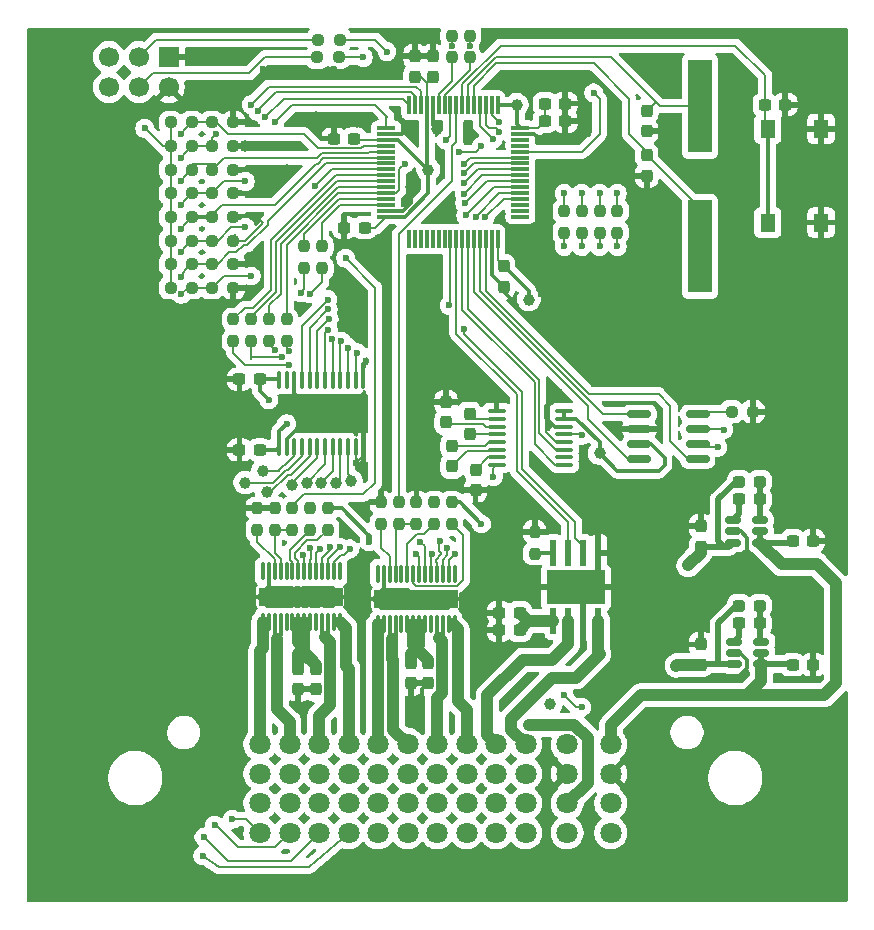
<source format=gbr>
%TF.GenerationSoftware,KiCad,Pcbnew,9.0.1*%
%TF.CreationDate,2025-10-29T09:39:46+01:00*%
%TF.ProjectId,ZoneECU,5a6f6e65-4543-4552-9e6b-696361645f70,rev?*%
%TF.SameCoordinates,Original*%
%TF.FileFunction,Copper,L1,Top*%
%TF.FilePolarity,Positive*%
%FSLAX46Y46*%
G04 Gerber Fmt 4.6, Leading zero omitted, Abs format (unit mm)*
G04 Created by KiCad (PCBNEW 9.0.1) date 2025-10-29 09:39:46*
%MOMM*%
%LPD*%
G01*
G04 APERTURE LIST*
G04 Aperture macros list*
%AMRoundRect*
0 Rectangle with rounded corners*
0 $1 Rounding radius*
0 $2 $3 $4 $5 $6 $7 $8 $9 X,Y pos of 4 corners*
0 Add a 4 corners polygon primitive as box body*
4,1,4,$2,$3,$4,$5,$6,$7,$8,$9,$2,$3,0*
0 Add four circle primitives for the rounded corners*
1,1,$1+$1,$2,$3*
1,1,$1+$1,$4,$5*
1,1,$1+$1,$6,$7*
1,1,$1+$1,$8,$9*
0 Add four rect primitives between the rounded corners*
20,1,$1+$1,$2,$3,$4,$5,0*
20,1,$1+$1,$4,$5,$6,$7,0*
20,1,$1+$1,$6,$7,$8,$9,0*
20,1,$1+$1,$8,$9,$2,$3,0*%
G04 Aperture macros list end*
%TA.AperFunction,SMDPad,CuDef*%
%ADD10RoundRect,0.237500X0.250000X0.237500X-0.250000X0.237500X-0.250000X-0.237500X0.250000X-0.237500X0*%
%TD*%
%TA.AperFunction,ComponentPad*%
%ADD11C,1.700000*%
%TD*%
%TA.AperFunction,ComponentPad*%
%ADD12R,1.700000X1.700000*%
%TD*%
%TA.AperFunction,SMDPad,CuDef*%
%ADD13RoundRect,0.237500X0.237500X-0.300000X0.237500X0.300000X-0.237500X0.300000X-0.237500X-0.300000X0*%
%TD*%
%TA.AperFunction,SMDPad,CuDef*%
%ADD14RoundRect,0.237500X-0.237500X0.250000X-0.237500X-0.250000X0.237500X-0.250000X0.237500X0.250000X0*%
%TD*%
%TA.AperFunction,SMDPad,CuDef*%
%ADD15RoundRect,0.075000X-0.075000X0.650000X-0.075000X-0.650000X0.075000X-0.650000X0.075000X0.650000X0*%
%TD*%
%TA.AperFunction,HeatsinkPad*%
%ADD16C,0.600000*%
%TD*%
%TA.AperFunction,HeatsinkPad*%
%ADD17R,7.100000X1.570000*%
%TD*%
%TA.AperFunction,SMDPad,CuDef*%
%ADD18RoundRect,0.237500X-0.250000X-0.237500X0.250000X-0.237500X0.250000X0.237500X-0.250000X0.237500X0*%
%TD*%
%TA.AperFunction,ComponentPad*%
%ADD19C,1.803400*%
%TD*%
%TA.AperFunction,SMDPad,CuDef*%
%ADD20RoundRect,0.237500X-0.237500X0.300000X-0.237500X-0.300000X0.237500X-0.300000X0.237500X0.300000X0*%
%TD*%
%TA.AperFunction,SMDPad,CuDef*%
%ADD21RoundRect,0.237500X-0.300000X-0.237500X0.300000X-0.237500X0.300000X0.237500X-0.300000X0.237500X0*%
%TD*%
%TA.AperFunction,SMDPad,CuDef*%
%ADD22RoundRect,0.237500X0.237500X-0.250000X0.237500X0.250000X-0.237500X0.250000X-0.237500X-0.250000X0*%
%TD*%
%TA.AperFunction,SMDPad,CuDef*%
%ADD23RoundRect,0.237500X0.300000X0.237500X-0.300000X0.237500X-0.300000X-0.237500X0.300000X-0.237500X0*%
%TD*%
%TA.AperFunction,SMDPad,CuDef*%
%ADD24RoundRect,0.237500X0.287500X0.237500X-0.287500X0.237500X-0.287500X-0.237500X0.287500X-0.237500X0*%
%TD*%
%TA.AperFunction,SMDPad,CuDef*%
%ADD25RoundRect,0.150000X-0.512500X-0.150000X0.512500X-0.150000X0.512500X0.150000X-0.512500X0.150000X0*%
%TD*%
%TA.AperFunction,SMDPad,CuDef*%
%ADD26RoundRect,0.100000X0.100000X-0.637500X0.100000X0.637500X-0.100000X0.637500X-0.100000X-0.637500X0*%
%TD*%
%TA.AperFunction,SMDPad,CuDef*%
%ADD27R,2.000000X7.875000*%
%TD*%
%TA.AperFunction,SMDPad,CuDef*%
%ADD28RoundRect,0.150000X-0.825000X-0.150000X0.825000X-0.150000X0.825000X0.150000X-0.825000X0.150000X0*%
%TD*%
%TA.AperFunction,SMDPad,CuDef*%
%ADD29RoundRect,0.075000X-0.075000X0.700000X-0.075000X-0.700000X0.075000X-0.700000X0.075000X0.700000X0*%
%TD*%
%TA.AperFunction,SMDPad,CuDef*%
%ADD30RoundRect,0.075000X-0.700000X0.075000X-0.700000X-0.075000X0.700000X-0.075000X0.700000X0.075000X0*%
%TD*%
%TA.AperFunction,SMDPad,CuDef*%
%ADD31R,0.500000X2.200000*%
%TD*%
%TA.AperFunction,ComponentPad*%
%ADD32C,0.630000*%
%TD*%
%TA.AperFunction,SMDPad,CuDef*%
%ADD33R,4.900000X2.950000*%
%TD*%
%TA.AperFunction,SMDPad,CuDef*%
%ADD34R,1.300000X1.550000*%
%TD*%
%TA.AperFunction,SMDPad,CuDef*%
%ADD35RoundRect,0.100000X-0.637500X-0.100000X0.637500X-0.100000X0.637500X0.100000X-0.637500X0.100000X0*%
%TD*%
%TA.AperFunction,ViaPad*%
%ADD36C,1.000000*%
%TD*%
%TA.AperFunction,ViaPad*%
%ADD37C,0.600000*%
%TD*%
%TA.AperFunction,Conductor*%
%ADD38C,1.000000*%
%TD*%
%TA.AperFunction,Conductor*%
%ADD39C,0.200000*%
%TD*%
%TA.AperFunction,Conductor*%
%ADD40C,0.300000*%
%TD*%
%TA.AperFunction,Conductor*%
%ADD41C,0.500000*%
%TD*%
G04 APERTURE END LIST*
D10*
%TO.P,R42,1*%
%TO.N,/BOOT1*%
X122000000Y-79000000D03*
%TO.P,R42,2*%
%TO.N,Net-(J2-Pin_3)*%
X120175000Y-79000000D03*
%TD*%
%TO.P,R41,1*%
%TO.N,/BOOT0*%
X121912500Y-80500000D03*
%TO.P,R41,2*%
%TO.N,Net-(J2-Pin_4)*%
X120087500Y-80500000D03*
%TD*%
D11*
%TO.P,J2,6,Pin_6*%
%TO.N,/3V3*%
X102460000Y-83000000D03*
%TO.P,J2,5,Pin_5*%
X102460000Y-80460000D03*
%TO.P,J2,4,Pin_4*%
%TO.N,Net-(J2-Pin_4)*%
X105000000Y-83000000D03*
%TO.P,J2,3,Pin_3*%
%TO.N,Net-(J2-Pin_3)*%
X105000000Y-80460000D03*
%TO.P,J2,2,Pin_2*%
%TO.N,GND*%
X107540000Y-83000000D03*
D12*
%TO.P,J2,1,Pin_1*%
X107540000Y-80460000D03*
%TD*%
D13*
%TO.P,C16,1*%
%TO.N,/3V3*%
X152562500Y-121925000D03*
%TO.P,C16,2*%
%TO.N,GND*%
X152562500Y-120200000D03*
%TD*%
D14*
%TO.P,R10,1*%
%TO.N,GND*%
X115000000Y-118675000D03*
%TO.P,R10,2*%
%TO.N,Net-(U6-ILIM)*%
X115000000Y-120500000D03*
%TD*%
D15*
%TO.P,U6,1*%
%TO.N,N/C*%
X122000000Y-124000000D03*
%TO.P,U6,2,EN1*%
%TO.N,Net-(U6-EN1)*%
X121500000Y-124000000D03*
%TO.P,U6,3,EN2*%
%TO.N,Net-(U6-EN2)*%
X121000000Y-124000000D03*
%TO.P,U6,4,EN3*%
%TO.N,Net-(U6-EN3)*%
X120500000Y-124000000D03*
%TO.P,U6,5,EN4*%
%TO.N,Net-(U6-EN4)*%
X120000000Y-124000000D03*
%TO.P,U6,6,SEL1*%
%TO.N,Net-(U6-SEL1)*%
X119500000Y-124000000D03*
%TO.P,U6,7,SEL0*%
%TO.N,Net-(U6-SEL0)*%
X119000000Y-124000000D03*
%TO.P,U6,8,DIAG_EN*%
%TO.N,Net-(U6-DIAG_EN)*%
X118500000Y-124000000D03*
%TO.P,U6,9,NFLT*%
%TO.N,Net-(U6-NFLT)*%
X118000000Y-124000000D03*
%TO.P,U6,10,LPM*%
%TO.N,unconnected-(U6-LPM-Pad10)*%
X117500000Y-124000000D03*
%TO.P,U6,11,SNS*%
%TO.N,Net-(U6-SNS)*%
X117000000Y-124000000D03*
%TO.P,U6,12,ILIM*%
%TO.N,Net-(U6-ILIM)*%
X116500000Y-124000000D03*
%TO.P,U6,13,GND*%
%TO.N,GND*%
X116000000Y-124000000D03*
%TO.P,U6,14*%
%TO.N,N/C*%
X115500000Y-124000000D03*
%TO.P,U6,15,VOUT4*%
%TO.N,/HS1_VOUT4*%
X115500000Y-128300000D03*
%TO.P,U6,16,VOUT4*%
X116000000Y-128300000D03*
%TO.P,U6,17,VOUT3*%
%TO.N,/HS1_VOUT3*%
X116500000Y-128300000D03*
%TO.P,U6,18,VOUT3*%
X117000000Y-128300000D03*
%TO.P,U6,19*%
%TO.N,N/C*%
X117500000Y-128300000D03*
%TO.P,U6,20,VBB*%
%TO.N,/HS1_VBB*%
X118000000Y-128300000D03*
%TO.P,U6,21,VBB*%
X118500000Y-128300000D03*
%TO.P,U6,22,VBB*%
X119000000Y-128300000D03*
%TO.P,U6,23,VBB*%
X119500000Y-128300000D03*
%TO.P,U6,24*%
%TO.N,N/C*%
X120000000Y-128300000D03*
%TO.P,U6,25,VOUT2*%
%TO.N,/HS1_VOUT2*%
X120500000Y-128300000D03*
%TO.P,U6,26,VOUT2*%
X121000000Y-128300000D03*
%TO.P,U6,27,VOUT1*%
%TO.N,/HS1_VOUT1*%
X121500000Y-128300000D03*
%TO.P,U6,28,VOUT1*%
X122000000Y-128300000D03*
D16*
%TO.P,U6,29,GP*%
%TO.N,GND*%
X121600000Y-125665000D03*
X120450000Y-125665000D03*
X119390000Y-125665000D03*
X118110000Y-125665000D03*
X116900000Y-125665000D03*
X115700000Y-125665000D03*
D17*
X118750000Y-126150000D03*
D16*
X121600000Y-126635000D03*
X120450000Y-126635000D03*
X119390000Y-126635000D03*
X118110000Y-126635000D03*
X116900000Y-126635000D03*
X115700000Y-126635000D03*
%TD*%
D18*
%TO.P,R1,1*%
%TO.N,Net-(U2-Rs)*%
X155175000Y-110500000D03*
%TO.P,R1,2*%
%TO.N,GND*%
X157000000Y-110500000D03*
%TD*%
D19*
%TO.P,J1,A1,A1*%
%TO.N,/HS1_VOUT4*%
X115250002Y-138650001D03*
%TO.P,J1,A2,A2*%
%TO.N,/BO_OUT1*%
X115250002Y-141150001D03*
%TO.P,J1,A3,A3*%
%TO.N,unconnected-(J1-PadA3)*%
X115250002Y-143650001D03*
%TO.P,J1,A4,A4*%
%TO.N,/IN1*%
X115250002Y-146150001D03*
%TO.P,J1,B1,B1*%
%TO.N,/HS1_VOUT3*%
X117750002Y-138650001D03*
%TO.P,J1,B2,B2*%
%TO.N,/BO_OUT2*%
X117750002Y-141150001D03*
%TO.P,J1,B3,B3*%
%TO.N,unconnected-(J1-PadB3)*%
X117750002Y-143650001D03*
%TO.P,J1,B4,B4*%
%TO.N,/IN2*%
X117750002Y-146150001D03*
%TO.P,J1,C1,C1*%
%TO.N,/HS1_VOUT2*%
X120250002Y-138650001D03*
%TO.P,J1,C2,C2*%
%TO.N,/BO_OUT3*%
X120250002Y-141150001D03*
%TO.P,J1,C3,C3*%
%TO.N,unconnected-(J1-PadC3)*%
X120250002Y-143650001D03*
%TO.P,J1,C4,C4*%
%TO.N,/IN3*%
X120250002Y-146150001D03*
%TO.P,J1,D1,D1*%
%TO.N,/HS1_VOUT1*%
X122750002Y-138650001D03*
%TO.P,J1,D2,D2*%
%TO.N,/BO_OUT4*%
X122750002Y-141150001D03*
%TO.P,J1,D3,D3*%
%TO.N,unconnected-(J1-PadD3)*%
X122750002Y-143650001D03*
%TO.P,J1,D4,D4*%
%TO.N,/IN4*%
X122750002Y-146150001D03*
%TO.P,J1,E1,E1*%
%TO.N,/HS2_VOUT4*%
X125250000Y-138650001D03*
%TO.P,J1,E2,E2*%
%TO.N,/BO_OUT5*%
X125250000Y-141150001D03*
%TO.P,J1,E3,E3*%
%TO.N,unconnected-(J1-PadE3)*%
X125250000Y-143650001D03*
%TO.P,J1,E4,E4*%
%TO.N,/IN5*%
X125250000Y-146150001D03*
%TO.P,J1,F1,F1*%
%TO.N,/HS2_VOUT3*%
X127750000Y-138650001D03*
%TO.P,J1,F2,F2*%
%TO.N,/BO_OUT6*%
X127750000Y-141150001D03*
%TO.P,J1,F3,F3*%
%TO.N,unconnected-(J1-PadF3)*%
X127750000Y-143650001D03*
%TO.P,J1,F4,F4*%
%TO.N,/IN6*%
X127750000Y-146150001D03*
%TO.P,J1,G1,G1*%
%TO.N,/HS2_VOUT2*%
X130250000Y-138650001D03*
%TO.P,J1,G2,G2*%
%TO.N,/BO_OUT7*%
X130250000Y-141150001D03*
%TO.P,J1,G3,G3*%
%TO.N,unconnected-(J1-PadG3)*%
X130250000Y-143650001D03*
%TO.P,J1,G4,G4*%
%TO.N,/IN7*%
X130250000Y-146150001D03*
%TO.P,J1,H1,H1*%
%TO.N,/HS2_VOUT1*%
X132750000Y-138650001D03*
%TO.P,J1,H2,H2*%
%TO.N,/BO_OUT8*%
X132750000Y-141150001D03*
%TO.P,J1,H3,H3*%
%TO.N,unconnected-(J1-PadH3)*%
X132750000Y-143650001D03*
%TO.P,J1,H4,H4*%
%TO.N,/IN8*%
X132750000Y-146150001D03*
%TO.P,J1,J1,J1*%
%TO.N,/HB_OUT1*%
X135250000Y-138650001D03*
%TO.P,J1,J2,J2*%
%TO.N,/CAN_L*%
X135250000Y-141150001D03*
%TO.P,J1,J3,J3*%
%TO.N,/RS232_RX*%
X135250000Y-143650001D03*
%TO.P,J1,J4,J4*%
%TO.N,/3V3*%
X135250000Y-146150001D03*
%TO.P,J1,K1,K1*%
%TO.N,/HB_OUT2*%
X137750000Y-138650001D03*
%TO.P,J1,K2,K2*%
%TO.N,/CAN_H*%
X137750000Y-141150001D03*
%TO.P,J1,K3,K3*%
%TO.N,/RS232_TX*%
X137750000Y-143650001D03*
%TO.P,J1,K4,K4*%
%TO.N,/5V*%
X137750000Y-146150001D03*
%TO.P,J1,L1,L1*%
%TO.N,/HB_VIN*%
X141250000Y-138650001D03*
%TO.P,J1,L2,L2*%
%TO.N,GND*%
X141250000Y-141150001D03*
%TO.P,J1,L3,L3*%
%TO.N,/HS1_VBB*%
X141250000Y-143650001D03*
%TO.P,J1,L4,L4*%
%TO.N,/HS2_VBB*%
X141250000Y-146150001D03*
%TO.P,J1,M1,M1*%
%TO.N,/VIN*%
X144950000Y-138650001D03*
%TO.P,J1,M2,M2*%
%TO.N,GND*%
X144950000Y-141150001D03*
%TO.P,J1,M3,M3*%
%TO.N,unconnected-(J1-PadM3)*%
X144950000Y-143650001D03*
%TO.P,J1,M4,M4*%
%TO.N,unconnected-(J1-PadM4)*%
X144950000Y-146150001D03*
%TD*%
D20*
%TO.P,C17,1*%
%TO.N,Net-(U5-C1+)*%
X133000000Y-110675000D03*
%TO.P,C17,2*%
%TO.N,Net-(U5-C1-)*%
X133000000Y-112400000D03*
%TD*%
D21*
%TO.P,C28,1*%
%TO.N,GND*%
X113515000Y-107730000D03*
%TO.P,C28,2*%
%TO.N,/3V3*%
X115240000Y-107730000D03*
%TD*%
D22*
%TO.P,R40,1*%
%TO.N,Net-(U8-SNS)*%
X127000000Y-120000000D03*
%TO.P,R40,2*%
%TO.N,/HS2_SNS*%
X127000000Y-118175000D03*
%TD*%
D14*
%TO.P,R4,1*%
%TO.N,/HS1_EN3*%
X116000000Y-102675000D03*
%TO.P,R4,2*%
%TO.N,Net-(U6-EN3)*%
X116000000Y-104500000D03*
%TD*%
D23*
%TO.P,C23,1*%
%TO.N,/HB_VIN*%
X137225000Y-127500000D03*
%TO.P,C23,2*%
%TO.N,GND*%
X135500000Y-127500000D03*
%TD*%
D21*
%TO.P,C14,1*%
%TO.N,/VIN*%
X160337500Y-121425000D03*
%TO.P,C14,2*%
%TO.N,GND*%
X162062500Y-121425000D03*
%TD*%
D14*
%TO.P,R32,1*%
%TO.N,/3V3*%
X131500000Y-118175000D03*
%TO.P,R32,2*%
%TO.N,Net-(U8-DIAG_EN)*%
X131500000Y-120000000D03*
%TD*%
D22*
%TO.P,R38,1*%
%TO.N,Net-(U8-NFLT)*%
X130000000Y-120000000D03*
%TO.P,R38,2*%
%TO.N,/HSOUTPUT2/NFLT*%
X130000000Y-118175000D03*
%TD*%
D15*
%TO.P,U8,1*%
%TO.N,N/C*%
X131725000Y-124200000D03*
%TO.P,U8,2,EN1*%
%TO.N,Net-(U8-EN1)*%
X131225000Y-124200000D03*
%TO.P,U8,3,EN2*%
%TO.N,Net-(U8-EN2)*%
X130725000Y-124200000D03*
%TO.P,U8,4,EN3*%
%TO.N,Net-(U8-EN3)*%
X130225000Y-124200000D03*
%TO.P,U8,5,EN4*%
%TO.N,Net-(U8-EN4)*%
X129725000Y-124200000D03*
%TO.P,U8,6,SEL1*%
%TO.N,Net-(U8-SEL1)*%
X129225000Y-124200000D03*
%TO.P,U8,7,SEL0*%
%TO.N,Net-(U8-SEL0)*%
X128725000Y-124200000D03*
%TO.P,U8,8,DIAG_EN*%
%TO.N,Net-(U8-DIAG_EN)*%
X128225000Y-124200000D03*
%TO.P,U8,9,NFLT*%
%TO.N,Net-(U8-NFLT)*%
X127725000Y-124200000D03*
%TO.P,U8,10,LPM*%
%TO.N,unconnected-(U8-LPM-Pad10)*%
X127225000Y-124200000D03*
%TO.P,U8,11,SNS*%
%TO.N,Net-(U8-SNS)*%
X126725000Y-124200000D03*
%TO.P,U8,12,ILIM*%
%TO.N,Net-(U8-ILIM)*%
X126225000Y-124200000D03*
%TO.P,U8,13,GND*%
%TO.N,GND*%
X125725000Y-124200000D03*
%TO.P,U8,14*%
%TO.N,N/C*%
X125225000Y-124200000D03*
%TO.P,U8,15,VOUT4*%
%TO.N,/HS2_VOUT4*%
X125225000Y-128500000D03*
%TO.P,U8,16,VOUT4*%
X125725000Y-128500000D03*
%TO.P,U8,17,VOUT3*%
%TO.N,/HS2_VOUT3*%
X126225000Y-128500000D03*
%TO.P,U8,18,VOUT3*%
X126725000Y-128500000D03*
%TO.P,U8,19*%
%TO.N,N/C*%
X127225000Y-128500000D03*
%TO.P,U8,20,VBB*%
%TO.N,/HS2_VBB*%
X127725000Y-128500000D03*
%TO.P,U8,21,VBB*%
X128225000Y-128500000D03*
%TO.P,U8,22,VBB*%
X128725000Y-128500000D03*
%TO.P,U8,23,VBB*%
X129225000Y-128500000D03*
%TO.P,U8,24*%
%TO.N,N/C*%
X129725000Y-128500000D03*
%TO.P,U8,25,VOUT2*%
%TO.N,/HS2_VOUT2*%
X130225000Y-128500000D03*
%TO.P,U8,26,VOUT2*%
X130725000Y-128500000D03*
%TO.P,U8,27,VOUT1*%
%TO.N,/HS2_VOUT1*%
X131225000Y-128500000D03*
%TO.P,U8,28,VOUT1*%
X131725000Y-128500000D03*
D16*
%TO.P,U8,29,GP*%
%TO.N,GND*%
X131325000Y-125865000D03*
X130175000Y-125865000D03*
X129115000Y-125865000D03*
X127835000Y-125865000D03*
X126625000Y-125865000D03*
X125425000Y-125865000D03*
D17*
X128475000Y-126350000D03*
D16*
X131325000Y-126835000D03*
X130175000Y-126835000D03*
X129115000Y-126835000D03*
X127835000Y-126835000D03*
X126625000Y-126835000D03*
X125425000Y-126835000D03*
%TD*%
D14*
%TO.P,R3,1*%
%TO.N,/HS1_EN2*%
X114500000Y-102675000D03*
%TO.P,R3,2*%
%TO.N,Net-(U6-EN2)*%
X114500000Y-104500000D03*
%TD*%
D20*
%TO.P,C26,1*%
%TO.N,/HS2_VBB*%
X129500000Y-131775000D03*
%TO.P,C26,2*%
%TO.N,GND*%
X129500000Y-133500000D03*
%TD*%
D23*
%TO.P,C3,1*%
%TO.N,/3V3*%
X124100000Y-94900000D03*
%TO.P,C3,2*%
%TO.N,GND*%
X122375000Y-94900000D03*
%TD*%
D18*
%TO.P,R26,1*%
%TO.N,/IN6*%
X111175000Y-90000000D03*
%TO.P,R26,2*%
%TO.N,GND*%
X113000000Y-90000000D03*
%TD*%
D24*
%TO.P,L2,1*%
%TO.N,Net-(U4-SW)*%
X157562500Y-116425000D03*
%TO.P,L2,2*%
%TO.N,/3V3*%
X155812500Y-116425000D03*
%TD*%
D18*
%TO.P,R25,1*%
%TO.N,/IN5*%
X111175000Y-86000000D03*
%TO.P,R25,2*%
%TO.N,GND*%
X113000000Y-86000000D03*
%TD*%
D13*
%TO.P,C9,1*%
%TO.N,GND*%
X148000000Y-90500000D03*
%TO.P,C9,2*%
%TO.N,/OSC_IN*%
X148000000Y-88775000D03*
%TD*%
%TO.P,C6,1*%
%TO.N,/3V3*%
X129875000Y-82125000D03*
%TO.P,C6,2*%
%TO.N,GND*%
X129875000Y-80400000D03*
%TD*%
D14*
%TO.P,R11,1*%
%TO.N,GND*%
X116500000Y-118675000D03*
%TO.P,R11,2*%
%TO.N,Net-(U6-SNS)*%
X116500000Y-120500000D03*
%TD*%
D18*
%TO.P,R23,1*%
%TO.N,/IN3*%
X111175000Y-96000000D03*
%TO.P,R23,2*%
%TO.N,GND*%
X113000000Y-96000000D03*
%TD*%
D21*
%TO.P,C27,1*%
%TO.N,GND*%
X113515000Y-113730000D03*
%TO.P,C27,2*%
%TO.N,/5V*%
X115240000Y-113730000D03*
%TD*%
D20*
%TO.P,C20,1*%
%TO.N,Net-(U5-V-)*%
X133500000Y-115400000D03*
%TO.P,C20,2*%
%TO.N,GND*%
X133500000Y-117125000D03*
%TD*%
D22*
%TO.P,R35,1*%
%TO.N,/HS2_SEL1*%
X131500000Y-80500000D03*
%TO.P,R35,2*%
%TO.N,Net-(U8-SEL1)*%
X131500000Y-78675000D03*
%TD*%
D23*
%TO.P,C1,1*%
%TO.N,/3V3*%
X123237500Y-87400000D03*
%TO.P,C1,2*%
%TO.N,GND*%
X121512500Y-87400000D03*
%TD*%
D14*
%TO.P,R6,1*%
%TO.N,/HS1_SEL0*%
X119000000Y-96500000D03*
%TO.P,R6,2*%
%TO.N,Net-(U6-SEL0)*%
X119000000Y-98325000D03*
%TD*%
D25*
%TO.P,U4,1,CB*%
%TO.N,Net-(U4-CB)*%
X155300000Y-119675000D03*
%TO.P,U4,2,GND*%
%TO.N,GND*%
X155300000Y-120625000D03*
%TO.P,U4,3,FB*%
%TO.N,/3V3*%
X155300000Y-121575000D03*
%TO.P,U4,4,EN*%
%TO.N,/VIN*%
X157575000Y-121575000D03*
%TO.P,U4,5,VIN*%
X157575000Y-120625000D03*
%TO.P,U4,6,SW*%
%TO.N,Net-(U4-SW)*%
X157575000Y-119675000D03*
%TD*%
D26*
%TO.P,U9,1,VCCA*%
%TO.N,/5V*%
X116850000Y-113500000D03*
%TO.P,U9,2,DIR*%
%TO.N,GND*%
X117500000Y-113500000D03*
%TO.P,U9,3,A1*%
%TO.N,/BO_OUT1*%
X118150000Y-113500000D03*
%TO.P,U9,4,A2*%
%TO.N,/BO_OUT2*%
X118800000Y-113500000D03*
%TO.P,U9,5,A3*%
%TO.N,/BO_OUT3*%
X119450000Y-113500000D03*
%TO.P,U9,6,A4*%
%TO.N,/BO_OUT4*%
X120100000Y-113500000D03*
%TO.P,U9,7,A5*%
%TO.N,/BO_OUT5*%
X120750000Y-113500000D03*
%TO.P,U9,8,A6*%
%TO.N,/BO_OUT6*%
X121400000Y-113500000D03*
%TO.P,U9,9,A7*%
%TO.N,/BO_OUT7*%
X122050000Y-113500000D03*
%TO.P,U9,10,A8*%
%TO.N,/BO_OUT8*%
X122700000Y-113500000D03*
%TO.P,U9,11,GND*%
%TO.N,GND*%
X123350000Y-113500000D03*
%TO.P,U9,12,GND*%
X124000000Y-113500000D03*
%TO.P,U9,13,GND*%
X124000000Y-107775000D03*
%TO.P,U9,14,B8*%
%TO.N,/BO_IN8*%
X123350000Y-107775000D03*
%TO.P,U9,15,B7*%
%TO.N,/BO_IN7*%
X122700000Y-107775000D03*
%TO.P,U9,16,B6*%
%TO.N,/BO_IN6*%
X122050000Y-107775000D03*
%TO.P,U9,17,B5*%
%TO.N,/BO_IN5*%
X121400000Y-107775000D03*
%TO.P,U9,18,B4*%
%TO.N,/BO_IN4*%
X120750000Y-107775000D03*
%TO.P,U9,19,B3*%
%TO.N,/BO_IN3*%
X120100000Y-107775000D03*
%TO.P,U9,20,B2*%
%TO.N,/BO_IN2*%
X119450000Y-107775000D03*
%TO.P,U9,21,B1*%
%TO.N,/BO_IN1*%
X118800000Y-107775000D03*
%TO.P,U9,22,~{OE}*%
%TO.N,GND*%
X118150000Y-107775000D03*
%TO.P,U9,23*%
%TO.N,N/C*%
X117500000Y-107775000D03*
%TO.P,U9,24,VCC*%
%TO.N,/3V3*%
X116850000Y-107775000D03*
%TD*%
D21*
%TO.P,C5,1*%
%TO.N,/3V3*%
X139375000Y-84400000D03*
%TO.P,C5,2*%
%TO.N,GND*%
X141100000Y-84400000D03*
%TD*%
D18*
%TO.P,R13,1*%
%TO.N,/IN1*%
X111175000Y-88000000D03*
%TO.P,R13,2*%
%TO.N,GND*%
X113000000Y-88000000D03*
%TD*%
%TO.P,R14,1*%
%TO.N,/3V3*%
X107675000Y-88000000D03*
%TO.P,R14,2*%
%TO.N,/IN1*%
X109500000Y-88000000D03*
%TD*%
%TO.P,R16,1*%
%TO.N,/3V3*%
X107675000Y-96000000D03*
%TO.P,R16,2*%
%TO.N,/IN3*%
X109500000Y-96000000D03*
%TD*%
D27*
%TO.P,Y1,1,1*%
%TO.N,/OSC_OUT*%
X152500000Y-84625000D03*
%TO.P,Y1,2,2*%
%TO.N,/OSC_IN*%
X152500000Y-96500000D03*
%TD*%
D14*
%TO.P,R5,1*%
%TO.N,/BOOT1*%
X117500000Y-102675000D03*
%TO.P,R5,2*%
%TO.N,Net-(U6-EN4)*%
X117500000Y-104500000D03*
%TD*%
D18*
%TO.P,R28,1*%
%TO.N,/IN8*%
X111175000Y-98000000D03*
%TO.P,R28,2*%
%TO.N,GND*%
X113000000Y-98000000D03*
%TD*%
D28*
%TO.P,U2,1,D*%
%TO.N,/CAN_TX*%
X147370000Y-110705000D03*
%TO.P,U2,2,GND*%
%TO.N,GND*%
X147370000Y-111975000D03*
%TO.P,U2,3,VCC*%
%TO.N,/3V3*%
X147370000Y-113245000D03*
%TO.P,U2,4,R*%
%TO.N,/CAN_RX*%
X147370000Y-114515000D03*
%TO.P,U2,5,EN*%
%TO.N,/CAN_EN*%
X152320000Y-114515000D03*
%TO.P,U2,6,CANL*%
%TO.N,/CAN_L*%
X152320000Y-113245000D03*
%TO.P,U2,7,CANH*%
%TO.N,/CAN_H*%
X152320000Y-111975000D03*
%TO.P,U2,8,Rs*%
%TO.N,Net-(U2-Rs)*%
X152320000Y-110705000D03*
%TD*%
D20*
%TO.P,C25,1*%
%TO.N,/HS2_VBB*%
X128000000Y-131775000D03*
%TO.P,C25,2*%
%TO.N,GND*%
X128000000Y-133500000D03*
%TD*%
D29*
%TO.P,U1,1,VBAT*%
%TO.N,/3V3*%
X135375000Y-84550000D03*
%TO.P,U1,2,PC13*%
%TO.N,/HS2_EN1*%
X134875000Y-84550000D03*
%TO.P,U1,3,PC14*%
%TO.N,/HS2_EN2*%
X134375000Y-84550000D03*
%TO.P,U1,4,PC15*%
%TO.N,/HS2_EN3*%
X133875000Y-84550000D03*
%TO.P,U1,5,PD0*%
%TO.N,/OSC_IN*%
X133375000Y-84550000D03*
%TO.P,U1,6,PD1*%
%TO.N,/OSC_OUT*%
X132875000Y-84550000D03*
%TO.P,U1,7,NRST*%
%TO.N,Net-(U1-NRST)*%
X132375000Y-84550000D03*
%TO.P,U1,8,PC0*%
%TO.N,/HS2_SNS*%
X131875000Y-84550000D03*
%TO.P,U1,9,PC1*%
%TO.N,/HS2_EN4*%
X131375000Y-84550000D03*
%TO.P,U1,10,PC2*%
%TO.N,/HS2_SEL0*%
X130875000Y-84550000D03*
%TO.P,U1,11,PC3*%
%TO.N,/HS2_SEL1*%
X130375000Y-84550000D03*
%TO.P,U1,12,VSSA*%
%TO.N,GND*%
X129875000Y-84550000D03*
%TO.P,U1,13,VDDA*%
%TO.N,/3V3*%
X129375000Y-84550000D03*
%TO.P,U1,14,PA0*%
%TO.N,/IN1*%
X128875000Y-84550000D03*
%TO.P,U1,15,PA1*%
%TO.N,/IN2*%
X128375000Y-84550000D03*
%TO.P,U1,16,PA2*%
%TO.N,/IN3*%
X127875000Y-84550000D03*
D30*
%TO.P,U1,17,PA3*%
%TO.N,/IN4*%
X125950000Y-86475000D03*
%TO.P,U1,18,VSS*%
%TO.N,GND*%
X125950000Y-86975000D03*
%TO.P,U1,19,VDD*%
%TO.N,/3V3*%
X125950000Y-87475000D03*
%TO.P,U1,20,PA4*%
%TO.N,/IN5*%
X125950000Y-87975000D03*
%TO.P,U1,21,PA5*%
%TO.N,/IN6*%
X125950000Y-88475000D03*
%TO.P,U1,22,PA6*%
%TO.N,/IN7*%
X125950000Y-88975000D03*
%TO.P,U1,23,PA7*%
%TO.N,/IN8*%
X125950000Y-89475000D03*
%TO.P,U1,24,PC4*%
%TO.N,/HS1_SNS*%
X125950000Y-89975000D03*
%TO.P,U1,25,PC5*%
%TO.N,/HS1_EN1*%
X125950000Y-90475000D03*
%TO.P,U1,26,PB0*%
%TO.N,/HS1_EN2*%
X125950000Y-90975000D03*
%TO.P,U1,27,PB1*%
%TO.N,/HS1_EN3*%
X125950000Y-91475000D03*
%TO.P,U1,28,PB2*%
%TO.N,/BOOT1*%
X125950000Y-91975000D03*
%TO.P,U1,29,PB10*%
%TO.N,/HS1_SEL0*%
X125950000Y-92475000D03*
%TO.P,U1,30,PB11*%
%TO.N,/HS1_SEL1*%
X125950000Y-92975000D03*
%TO.P,U1,31,VSS*%
%TO.N,GND*%
X125950000Y-93475000D03*
%TO.P,U1,32,VDD*%
%TO.N,/3V3*%
X125950000Y-93975000D03*
D29*
%TO.P,U1,33,PB12*%
%TO.N,unconnected-(U1-PB12-Pad33)*%
X127875000Y-95900000D03*
%TO.P,U1,34,PB13*%
%TO.N,unconnected-(U1-PB13-Pad34)*%
X128375000Y-95900000D03*
%TO.P,U1,35,PB14*%
%TO.N,unconnected-(U1-PB14-Pad35)*%
X128875000Y-95900000D03*
%TO.P,U1,36,PB15*%
%TO.N,unconnected-(U1-PB15-Pad36)*%
X129375000Y-95900000D03*
%TO.P,U1,37,PC6*%
%TO.N,unconnected-(U1-PC6-Pad37)*%
X129875000Y-95900000D03*
%TO.P,U1,38,PC7*%
%TO.N,unconnected-(U1-PC7-Pad38)*%
X130375000Y-95900000D03*
%TO.P,U1,39,PC8*%
%TO.N,unconnected-(U1-PC8-Pad39)*%
X130875000Y-95900000D03*
%TO.P,U1,40,PC9*%
%TO.N,/HB_IN2*%
X131375000Y-95900000D03*
%TO.P,U1,41,PA8*%
%TO.N,/HB_IN1*%
X131875000Y-95900000D03*
%TO.P,U1,42,PA9*%
%TO.N,/USART1_RX*%
X132375000Y-95900000D03*
%TO.P,U1,43,PA10*%
%TO.N,/USART1_TX*%
X132875000Y-95900000D03*
%TO.P,U1,44,PA11*%
%TO.N,/CAN_RX*%
X133375000Y-95900000D03*
%TO.P,U1,45,PA12*%
%TO.N,/CAN_TX*%
X133875000Y-95900000D03*
%TO.P,U1,46,PA13*%
%TO.N,/CAN_EN*%
X134375000Y-95900000D03*
%TO.P,U1,47,VSS*%
%TO.N,GND*%
X134875000Y-95900000D03*
%TO.P,U1,48,VDD*%
%TO.N,/3V3*%
X135375000Y-95900000D03*
D30*
%TO.P,U1,49,PA14*%
%TO.N,unconnected-(U1-PA14-Pad49)*%
X137300000Y-93975000D03*
%TO.P,U1,50,PA15*%
%TO.N,unconnected-(U1-PA15-Pad50)*%
X137300000Y-93475000D03*
%TO.P,U1,51,PC10*%
%TO.N,unconnected-(U1-PC10-Pad51)*%
X137300000Y-92975000D03*
%TO.P,U1,52,PC11*%
%TO.N,/BO_IN8*%
X137300000Y-92475000D03*
%TO.P,U1,53,PC12*%
%TO.N,/BO_IN7*%
X137300000Y-91975000D03*
%TO.P,U1,54,PD2*%
%TO.N,/BO_IN6*%
X137300000Y-91475000D03*
%TO.P,U1,55,PB3*%
%TO.N,/BO_IN5*%
X137300000Y-90975000D03*
%TO.P,U1,56,PB4*%
%TO.N,/BO_IN4*%
X137300000Y-90475000D03*
%TO.P,U1,57,PB5*%
%TO.N,/BO_IN3*%
X137300000Y-89975000D03*
%TO.P,U1,58,PB6*%
%TO.N,/BO_IN2*%
X137300000Y-89475000D03*
%TO.P,U1,59,PB7*%
%TO.N,/BO_IN1*%
X137300000Y-88975000D03*
%TO.P,U1,60,BOOT0*%
%TO.N,/BOOT0*%
X137300000Y-88475000D03*
%TO.P,U1,61,PB8*%
%TO.N,unconnected-(U1-PB8-Pad61)*%
X137300000Y-87975000D03*
%TO.P,U1,62,PB9*%
%TO.N,unconnected-(U1-PB9-Pad62)*%
X137300000Y-87475000D03*
%TO.P,U1,63,VSS*%
%TO.N,GND*%
X137300000Y-86975000D03*
%TO.P,U1,64,VDD*%
%TO.N,/3V3*%
X137300000Y-86475000D03*
%TD*%
D20*
%TO.P,C2,1*%
%TO.N,/3V3*%
X135875000Y-98175000D03*
%TO.P,C2,2*%
%TO.N,GND*%
X135875000Y-99900000D03*
%TD*%
D18*
%TO.P,R15,1*%
%TO.N,/3V3*%
X107675000Y-92000000D03*
%TO.P,R15,2*%
%TO.N,/IN2*%
X109500000Y-92000000D03*
%TD*%
D13*
%TO.P,C13,1*%
%TO.N,/5V*%
X152562500Y-131925000D03*
%TO.P,C13,2*%
%TO.N,GND*%
X152562500Y-130200000D03*
%TD*%
D23*
%TO.P,C24,1*%
%TO.N,/HB_VIN*%
X137225000Y-129000000D03*
%TO.P,C24,2*%
%TO.N,GND*%
X135500000Y-129000000D03*
%TD*%
D13*
%TO.P,C7,1*%
%TO.N,/3V3*%
X128375000Y-82125000D03*
%TO.P,C7,2*%
%TO.N,GND*%
X128375000Y-80400000D03*
%TD*%
D31*
%TO.P,U7,1,GND*%
%TO.N,GND*%
X143905000Y-122475000D03*
%TO.P,U7,2,IN2*%
%TO.N,/HB_IN2*%
X142635000Y-122475000D03*
%TO.P,U7,3,IN1*%
%TO.N,/HB_IN1*%
X141365000Y-122475000D03*
%TO.P,U7,4,ILIM*%
%TO.N,Net-(U7-ILIM)*%
X140095000Y-122475000D03*
%TO.P,U7,5,VM*%
%TO.N,/HB_VIN*%
X140095000Y-128225000D03*
%TO.P,U7,6,OUT1*%
%TO.N,/HB_OUT1*%
X141365000Y-128225000D03*
%TO.P,U7,7,GND*%
%TO.N,GND*%
X142635000Y-128225000D03*
%TO.P,U7,8,OUT2*%
%TO.N,/HB_OUT2*%
X143905000Y-128225000D03*
D32*
%TO.P,U7,9,GND*%
%TO.N,GND*%
X143300000Y-124700000D03*
X142000000Y-124700000D03*
X140700000Y-124700000D03*
D33*
X142000000Y-125350000D03*
D32*
X143300000Y-126000000D03*
X142000000Y-126000000D03*
X140700000Y-126000000D03*
%TD*%
D34*
%TO.P,SW1,1,1*%
%TO.N,GND*%
X162750000Y-86525000D03*
X162750000Y-94475000D03*
%TO.P,SW1,2,2*%
%TO.N,Net-(U1-NRST)*%
X158250000Y-86525000D03*
X158250000Y-94475000D03*
%TD*%
D18*
%TO.P,R27,1*%
%TO.N,/IN7*%
X111175000Y-94000000D03*
%TO.P,R27,2*%
%TO.N,GND*%
X113000000Y-94000000D03*
%TD*%
D35*
%TO.P,U5,1,~{EN}*%
%TO.N,GND*%
X135275000Y-110450000D03*
%TO.P,U5,2,C1+*%
%TO.N,Net-(U5-C1+)*%
X135275000Y-111100000D03*
%TO.P,U5,3,V+*%
%TO.N,Net-(U5-V+)*%
X135275000Y-111750000D03*
%TO.P,U5,4,C1-*%
%TO.N,Net-(U5-C1-)*%
X135275000Y-112400000D03*
%TO.P,U5,5,C2+*%
%TO.N,Net-(U5-C2+)*%
X135275000Y-113050000D03*
%TO.P,U5,6,C2-*%
%TO.N,Net-(U5-C2-)*%
X135275000Y-113700000D03*
%TO.P,U5,7,V-*%
%TO.N,Net-(U5-V-)*%
X135275000Y-114350000D03*
%TO.P,U5,8,RIN*%
%TO.N,/RS232_RX*%
X135275000Y-115000000D03*
%TO.P,U5,9,ROUT*%
%TO.N,/USART1_RX*%
X141000000Y-115000000D03*
%TO.P,U5,10,~{INVALID}*%
%TO.N,unconnected-(U5-~{INVALID}-Pad10)*%
X141000000Y-114350000D03*
%TO.P,U5,11,DIN*%
%TO.N,/USART1_TX*%
X141000000Y-113700000D03*
%TO.P,U5,12,FORCEON*%
%TO.N,GND*%
X141000000Y-113050000D03*
%TO.P,U5,13,DOUT*%
%TO.N,/RS232_TX*%
X141000000Y-112400000D03*
%TO.P,U5,14,GND*%
%TO.N,GND*%
X141000000Y-111750000D03*
%TO.P,U5,15,VCC*%
%TO.N,/3V3*%
X141000000Y-111100000D03*
%TO.P,U5,16,~{FORCEOFF}*%
X141000000Y-110450000D03*
%TD*%
D18*
%TO.P,R20,1*%
%TO.N,/3V3*%
X107675000Y-94000000D03*
%TO.P,R20,2*%
%TO.N,/IN7*%
X109500000Y-94000000D03*
%TD*%
D21*
%TO.P,C8,1*%
%TO.N,Net-(U1-NRST)*%
X158000000Y-84500000D03*
%TO.P,C8,2*%
%TO.N,GND*%
X159725000Y-84500000D03*
%TD*%
%TO.P,C15,1*%
%TO.N,Net-(U4-CB)*%
X155837500Y-117925000D03*
%TO.P,C15,2*%
%TO.N,Net-(U4-SW)*%
X157562500Y-117925000D03*
%TD*%
D14*
%TO.P,R30,1*%
%TO.N,/HS2_EN4*%
X141000000Y-93500000D03*
%TO.P,R30,2*%
%TO.N,Net-(U8-EN4)*%
X141000000Y-95325000D03*
%TD*%
D21*
%TO.P,C11,1*%
%TO.N,Net-(U3-CB)*%
X155837500Y-128425000D03*
%TO.P,C11,2*%
%TO.N,Net-(U3-SW)*%
X157562500Y-128425000D03*
%TD*%
D24*
%TO.P,L1,1*%
%TO.N,Net-(U3-SW)*%
X157562500Y-126925000D03*
%TO.P,L1,2*%
%TO.N,/5V*%
X155812500Y-126925000D03*
%TD*%
D25*
%TO.P,U3,1,CB*%
%TO.N,Net-(U3-CB)*%
X155425000Y-129975000D03*
%TO.P,U3,2,GND*%
%TO.N,GND*%
X155425000Y-130925000D03*
%TO.P,U3,3,FB*%
%TO.N,/5V*%
X155425000Y-131875000D03*
%TO.P,U3,4,EN*%
%TO.N,/VIN*%
X157700000Y-131875000D03*
%TO.P,U3,5,VIN*%
X157700000Y-130925000D03*
%TO.P,U3,6,SW*%
%TO.N,Net-(U3-SW)*%
X157700000Y-129975000D03*
%TD*%
D20*
%TO.P,C18,1*%
%TO.N,Net-(U5-C2+)*%
X131500000Y-113400000D03*
%TO.P,C18,2*%
%TO.N,Net-(U5-C2-)*%
X131500000Y-115125000D03*
%TD*%
D14*
%TO.P,R36,1*%
%TO.N,/HS2_EN1*%
X145500000Y-93500000D03*
%TO.P,R36,2*%
%TO.N,Net-(U8-EN1)*%
X145500000Y-95325000D03*
%TD*%
D21*
%TO.P,C4,1*%
%TO.N,/3V3*%
X139375000Y-85900000D03*
%TO.P,C4,2*%
%TO.N,GND*%
X141100000Y-85900000D03*
%TD*%
D18*
%TO.P,R18,1*%
%TO.N,/3V3*%
X107675000Y-86000000D03*
%TO.P,R18,2*%
%TO.N,/IN5*%
X109500000Y-86000000D03*
%TD*%
D22*
%TO.P,R29,1*%
%TO.N,Net-(U7-ILIM)*%
X138500000Y-122500000D03*
%TO.P,R29,2*%
%TO.N,GND*%
X138500000Y-120675000D03*
%TD*%
D14*
%TO.P,R7,1*%
%TO.N,/HS1_SEL1*%
X120500000Y-96500000D03*
%TO.P,R7,2*%
%TO.N,Net-(U6-SEL1)*%
X120500000Y-98325000D03*
%TD*%
D20*
%TO.P,C21,1*%
%TO.N,/HS1_VBB*%
X118500000Y-132275000D03*
%TO.P,C21,2*%
%TO.N,GND*%
X118500000Y-134000000D03*
%TD*%
D14*
%TO.P,R2,1*%
%TO.N,/HS1_EN1*%
X113000000Y-102675000D03*
%TO.P,R2,2*%
%TO.N,Net-(U6-EN1)*%
X113000000Y-104500000D03*
%TD*%
%TO.P,R12,1*%
%TO.N,/3V3*%
X121000000Y-118675000D03*
%TO.P,R12,2*%
%TO.N,Net-(U6-DIAG_EN)*%
X121000000Y-120500000D03*
%TD*%
%TO.P,R31,1*%
%TO.N,/HS2_EN3*%
X142500000Y-93500000D03*
%TO.P,R31,2*%
%TO.N,Net-(U8-EN3)*%
X142500000Y-95325000D03*
%TD*%
D13*
%TO.P,C10,1*%
%TO.N,GND*%
X148000000Y-86725000D03*
%TO.P,C10,2*%
%TO.N,/OSC_OUT*%
X148000000Y-85000000D03*
%TD*%
D22*
%TO.P,R9,1*%
%TO.N,Net-(U6-SNS)*%
X118000000Y-120500000D03*
%TO.P,R9,2*%
%TO.N,/HS1_SNS*%
X118000000Y-118675000D03*
%TD*%
D21*
%TO.P,C12,1*%
%TO.N,/VIN*%
X160337500Y-131925000D03*
%TO.P,C12,2*%
%TO.N,GND*%
X162062500Y-131925000D03*
%TD*%
D18*
%TO.P,R19,1*%
%TO.N,/3V3*%
X107675000Y-90000000D03*
%TO.P,R19,2*%
%TO.N,/IN6*%
X109500000Y-90000000D03*
%TD*%
D14*
%TO.P,R39,1*%
%TO.N,GND*%
X128500000Y-118175000D03*
%TO.P,R39,2*%
%TO.N,Net-(U8-SNS)*%
X128500000Y-120000000D03*
%TD*%
%TO.P,R34,1*%
%TO.N,GND*%
X125500000Y-118175000D03*
%TO.P,R34,2*%
%TO.N,Net-(U8-ILIM)*%
X125500000Y-120000000D03*
%TD*%
%TO.P,R33,1*%
%TO.N,/HS2_EN2*%
X144000000Y-93500000D03*
%TO.P,R33,2*%
%TO.N,Net-(U8-EN2)*%
X144000000Y-95325000D03*
%TD*%
D18*
%TO.P,R17,1*%
%TO.N,/3V3*%
X107675000Y-100000000D03*
%TO.P,R17,2*%
%TO.N,/IN4*%
X109500000Y-100000000D03*
%TD*%
D22*
%TO.P,R8,1*%
%TO.N,Net-(U6-NFLT)*%
X119500000Y-120500000D03*
%TO.P,R8,2*%
%TO.N,/HSOUTPUT1/NFLT*%
X119500000Y-118675000D03*
%TD*%
%TO.P,R37,1*%
%TO.N,/HS2_SEL0*%
X133000000Y-80500000D03*
%TO.P,R37,2*%
%TO.N,Net-(U8-SEL0)*%
X133000000Y-78675000D03*
%TD*%
D18*
%TO.P,R24,1*%
%TO.N,/IN4*%
X111175000Y-100000000D03*
%TO.P,R24,2*%
%TO.N,GND*%
X113000000Y-100000000D03*
%TD*%
%TO.P,R21,1*%
%TO.N,/3V3*%
X107675000Y-98000000D03*
%TO.P,R21,2*%
%TO.N,/IN8*%
X109500000Y-98000000D03*
%TD*%
D13*
%TO.P,C19,1*%
%TO.N,Net-(U5-V+)*%
X131000000Y-111400000D03*
%TO.P,C19,2*%
%TO.N,GND*%
X131000000Y-109675000D03*
%TD*%
D20*
%TO.P,C22,1*%
%TO.N,/HS1_VBB*%
X120000000Y-132275000D03*
%TO.P,C22,2*%
%TO.N,GND*%
X120000000Y-134000000D03*
%TD*%
D18*
%TO.P,R22,1*%
%TO.N,/IN2*%
X111175000Y-92000000D03*
%TO.P,R22,2*%
%TO.N,GND*%
X113000000Y-92000000D03*
%TD*%
D36*
%TO.N,/HS2_VBB*%
X139818172Y-135279933D03*
D37*
%TO.N,/BOOT1*%
X127500000Y-89500000D03*
X126000000Y-80000000D03*
%TO.N,/BOOT0*%
X124000000Y-80500000D03*
X143500000Y-83500000D03*
%TO.N,GND*%
X150000000Y-99500000D03*
X150000000Y-93000000D03*
X150500000Y-89500000D03*
X150000000Y-86000000D03*
X156000000Y-87000000D03*
X156000000Y-93500000D03*
X156000000Y-100000000D03*
X155000000Y-81000000D03*
X145000000Y-84500000D03*
X142500000Y-82500000D03*
X135500000Y-82500000D03*
X147500000Y-94000000D03*
X146000000Y-90500000D03*
X143000000Y-87000000D03*
X139500000Y-92500000D03*
X139500000Y-96000000D03*
X137000000Y-97000000D03*
X147000000Y-97000000D03*
X143000000Y-100500000D03*
X139000000Y-100500000D03*
X139000000Y-103000000D03*
X144000000Y-108000000D03*
X154000000Y-109000000D03*
X151500000Y-109000000D03*
X152500000Y-117000000D03*
X159500000Y-119500000D03*
X163500000Y-117000000D03*
X159000000Y-116500000D03*
X159000000Y-125500000D03*
X162000000Y-125500000D03*
X159500000Y-129500000D03*
X162000000Y-129500000D03*
X145500000Y-133500000D03*
X148000000Y-130500000D03*
X146000000Y-129000000D03*
X148500000Y-126000000D03*
X148500000Y-120000000D03*
X144000000Y-116000000D03*
X128000000Y-116000000D03*
X128000000Y-113000000D03*
X128000000Y-110000000D03*
X128000000Y-106000000D03*
X128000000Y-102500000D03*
X133000000Y-109000000D03*
X133500000Y-107500000D03*
X134500000Y-121500000D03*
X134000000Y-128500000D03*
X114000000Y-129000000D03*
X114000000Y-124500000D03*
X113000000Y-120000000D03*
X113000000Y-115500000D03*
X113000000Y-112000000D03*
X113000000Y-109500000D03*
X126500000Y-81500000D03*
X121500000Y-81500000D03*
X115500000Y-81500000D03*
X112500000Y-84000000D03*
X103000000Y-85500000D03*
X105500000Y-88000000D03*
X106000000Y-93000000D03*
X106000000Y-97500000D03*
X107500000Y-102500000D03*
X107500000Y-108500000D03*
X107500000Y-114000000D03*
X107500000Y-120500000D03*
X107500000Y-126500000D03*
X107000000Y-132500000D03*
X104500000Y-135500000D03*
X118500000Y-135000000D03*
X129000000Y-135000000D03*
X147000000Y-138000000D03*
X133500000Y-148500000D03*
X150000000Y-148500000D03*
X163000000Y-148500000D03*
X163000000Y-137500000D03*
%TO.N,/3V3*%
X116000000Y-109500000D03*
%TO.N,GND*%
X119000000Y-110500000D03*
X124246858Y-106234582D03*
X124000000Y-97000000D03*
X122000000Y-98500000D03*
X155500000Y-133000000D03*
X156500000Y-123500000D03*
X124000000Y-127500000D03*
X124000000Y-123000000D03*
%TO.N,/3V3*%
X124500000Y-121500000D03*
%TO.N,GND*%
X145500000Y-112000000D03*
X123345660Y-114859784D03*
D36*
X127863603Y-86363603D03*
X128000000Y-91500000D03*
D37*
X113500000Y-92000000D03*
D36*
X120000000Y-85500000D03*
X123500000Y-86000000D03*
X117500000Y-90000000D03*
D37*
X113500000Y-100000000D03*
X113500000Y-94000000D03*
X113500000Y-98000000D03*
D36*
X140500000Y-109000000D03*
X130275000Y-86589829D03*
X114000000Y-88000000D03*
D37*
%TO.N,/3V3*%
X105500000Y-86500000D03*
D36*
X151500000Y-123500000D03*
D37*
X134000000Y-120000000D03*
D36*
X129500000Y-90000000D03*
X138000000Y-101000000D03*
X144000000Y-114000000D03*
X137000000Y-84500000D03*
D37*
%TO.N,/5V*%
X117500000Y-111500000D03*
D36*
X150500000Y-132000000D03*
D37*
%TO.N,Net-(U6-EN1)*%
X117705853Y-106500000D03*
X122855367Y-122112164D03*
%TO.N,Net-(U6-EN2)*%
X117109205Y-105900000D03*
X122016275Y-121976417D03*
%TO.N,Net-(U6-EN3)*%
X121167878Y-121924191D03*
X116512557Y-105300000D03*
%TO.N,Net-(U6-EN4)*%
X117668270Y-105327767D03*
X120340417Y-122118646D03*
%TO.N,Net-(U6-SEL0)*%
X118703652Y-100423619D03*
X118931404Y-122662185D03*
%TO.N,Net-(U6-SEL1)*%
X119495447Y-122026292D03*
X119500000Y-100500000D03*
%TO.N,/HS1_SNS*%
X122500000Y-97500000D03*
X119907985Y-91407985D03*
%TO.N,/IN1*%
X108592134Y-89000000D03*
X111500000Y-87000000D03*
X112900000Y-145000000D03*
X114500000Y-84500000D03*
%TO.N,/IN2*%
X114000000Y-91000000D03*
X108592134Y-93000000D03*
X115065687Y-85065687D03*
X111400000Y-145500000D03*
%TO.N,/IN3*%
X110500000Y-146500000D03*
X115713730Y-85534776D03*
X108592134Y-97000000D03*
X114000000Y-94850000D03*
%TO.N,/IN4*%
X108592134Y-100561218D03*
X114500000Y-99000000D03*
X116500000Y-86000000D03*
X110400764Y-148099236D03*
%TO.N,/IN5*%
X108592134Y-87000000D03*
%TO.N,/IN6*%
X108592134Y-91000000D03*
%TO.N,/IN7*%
X108592134Y-95000000D03*
%TO.N,/IN8*%
X108596103Y-99081605D03*
%TO.N,/HS2_EN4*%
X131000000Y-87500000D03*
X141000000Y-92000000D03*
X134000000Y-88000000D03*
X132100000Y-88500000D03*
%TO.N,Net-(U8-EN4)*%
X141000000Y-96500000D03*
X129825000Y-122500000D03*
%TO.N,Net-(U8-EN3)*%
X130526422Y-121414208D03*
X142500000Y-96500000D03*
%TO.N,/HS2_EN3*%
X135000000Y-87400000D03*
X142500000Y-92000000D03*
%TO.N,Net-(U8-EN2)*%
X144000000Y-96500000D03*
X131088297Y-122052017D03*
%TO.N,/HS2_EN2*%
X135512149Y-86785421D03*
X144000000Y-92000000D03*
%TO.N,Net-(U8-SEL1)*%
X131500000Y-79500000D03*
X128826422Y-121500000D03*
%TO.N,Net-(U8-EN1)*%
X131801000Y-122515222D03*
X145500000Y-96500000D03*
%TO.N,/HS2_EN1*%
X145500000Y-92000000D03*
X135508002Y-85970014D03*
%TO.N,Net-(U8-SEL0)*%
X128500000Y-122500000D03*
X133000000Y-79500000D03*
%TO.N,/HB_IN2*%
X131275000Y-101500000D03*
X132500000Y-103500000D03*
%TO.N,/CAN_H*%
X154500000Y-112000000D03*
%TO.N,/CAN_L*%
X154000000Y-113500000D03*
%TO.N,/RS232_TX*%
X141000000Y-134500000D03*
X142500000Y-135500000D03*
X142500000Y-112500000D03*
%TO.N,/RS232_RX*%
X135000000Y-116000000D03*
%TO.N,/BO_IN6*%
X132659239Y-93871026D03*
X122124474Y-104532222D03*
%TO.N,/BO_IN7*%
X122722040Y-105064124D03*
X133500000Y-94000000D03*
%TO.N,/BO_IN5*%
X132592858Y-92825461D03*
X121350000Y-104331736D03*
%TO.N,/BO_IN3*%
X132534431Y-91162628D03*
X121100647Y-102620614D03*
%TO.N,/BO_IN4*%
X121035716Y-103534074D03*
X132522794Y-92022794D03*
%TO.N,/BO_IN1*%
X132500000Y-89500000D03*
X121000000Y-101000000D03*
%TO.N,/BO_IN2*%
X121024263Y-101824266D03*
X132524263Y-90324266D03*
%TO.N,/BO_IN8*%
X123500000Y-105500000D03*
X134324266Y-94024263D03*
D36*
%TO.N,/BO_OUT5*%
X119201466Y-116499079D03*
%TO.N,/BO_OUT6*%
X120451463Y-116502849D03*
%TO.N,/BO_OUT8*%
X122942129Y-116355789D03*
%TO.N,/BO_OUT2*%
X114000000Y-116500000D03*
%TO.N,/BO_OUT1*%
X115500000Y-115500000D03*
%TO.N,/BO_OUT3*%
X115815686Y-117315686D03*
%TO.N,/BO_OUT7*%
X121701454Y-116508210D03*
%TO.N,/BO_OUT4*%
X117966007Y-116689201D03*
%TO.N,/HS1_VBB*%
X119000000Y-130500000D03*
X138000000Y-137000000D03*
%TO.N,/HS2_VBB*%
X128500000Y-130500000D03*
%TO.N,/HB_VIN*%
X138500000Y-128225000D03*
%TD*%
D38*
%TO.N,/HS1_VBB*%
X119000000Y-128300000D02*
X119000000Y-130500000D01*
X118500000Y-128300000D02*
X118500000Y-130000000D01*
X118500000Y-130000000D02*
X119000000Y-130500000D01*
X119000000Y-130500000D02*
X119000000Y-131000000D01*
X119000000Y-131000000D02*
X119975000Y-131975000D01*
X119975000Y-131975000D02*
X119975000Y-132275000D01*
%TO.N,/HS2_VBB*%
X128000000Y-131775000D02*
X128000000Y-131000000D01*
X128000000Y-131000000D02*
X128500000Y-130500000D01*
X128500000Y-130500000D02*
X129475000Y-131475000D01*
X129475000Y-131475000D02*
X129475000Y-131775000D01*
X128225000Y-128500000D02*
X128225000Y-130225000D01*
X128225000Y-130225000D02*
X128500000Y-130500000D01*
X128725000Y-128500000D02*
X128725000Y-130275000D01*
X128725000Y-130275000D02*
X128500000Y-130500000D01*
X128725000Y-128500000D02*
X128725000Y-129581614D01*
X128725000Y-129581614D02*
X128500000Y-129806614D01*
X128225000Y-128500000D02*
X128225000Y-129531614D01*
X128225000Y-129531614D02*
X128500000Y-129806614D01*
X128500000Y-129806614D02*
X128500000Y-130500000D01*
%TO.N,/HS1_VBB*%
X141250000Y-143650001D02*
X143000000Y-141900001D01*
X143000000Y-141900001D02*
X143000000Y-138133440D01*
X143000000Y-138133440D02*
X141866560Y-137000000D01*
X141866560Y-137000000D02*
X138000000Y-137000000D01*
D39*
%TO.N,Net-(J2-Pin_4)*%
X105000000Y-83000000D02*
X106151000Y-81849000D01*
X115650057Y-80500000D02*
X120087500Y-80500000D01*
X106151000Y-81849000D02*
X114301057Y-81849000D01*
X114301057Y-81849000D02*
X115650057Y-80500000D01*
%TO.N,Net-(J2-Pin_3)*%
X105000000Y-80460000D02*
X106460000Y-79000000D01*
X106460000Y-79000000D02*
X120175000Y-79000000D01*
%TO.N,/BOOT1*%
X126000000Y-80000000D02*
X125000000Y-79000000D01*
X127026000Y-89974000D02*
X127500000Y-89500000D01*
X126758824Y-91975000D02*
X127026000Y-91707824D01*
X125950000Y-91975000D02*
X126758824Y-91975000D01*
X127026000Y-91707824D02*
X127026000Y-89974000D01*
X125000000Y-79000000D02*
X122000000Y-79000000D01*
%TO.N,/BOOT0*%
X124000000Y-80500000D02*
X121912500Y-80500000D01*
X142525000Y-88475000D02*
X144000000Y-87000000D01*
X137300000Y-88475000D02*
X142525000Y-88475000D01*
X144000000Y-84000000D02*
X143500000Y-83500000D01*
X144000000Y-87000000D02*
X144000000Y-84000000D01*
D40*
%TO.N,GND*%
X129500000Y-133500000D02*
X129000000Y-134000000D01*
X129000000Y-134000000D02*
X129000000Y-135000000D01*
D39*
%TO.N,/IN4*%
X110400764Y-148099236D02*
X111747817Y-149021032D01*
X111747817Y-149021032D02*
X119400003Y-149000000D01*
X119400003Y-149000000D02*
X122750002Y-146150001D01*
X108592134Y-100561218D02*
X109153352Y-100000000D01*
X109153352Y-100000000D02*
X109500000Y-100000000D01*
%TO.N,/IN5*%
X108592134Y-87000000D02*
X108938782Y-86561218D01*
X108938782Y-86561218D02*
X109500000Y-86000000D01*
%TO.N,/IN1*%
X108592134Y-89000000D02*
X108938782Y-88561218D01*
X108938782Y-88561218D02*
X109500000Y-88000000D01*
%TO.N,/IN6*%
X108592134Y-91000000D02*
X108938782Y-90561218D01*
X108938782Y-90561218D02*
X109500000Y-90000000D01*
%TO.N,/IN2*%
X108592134Y-93000000D02*
X108938782Y-92561218D01*
X108938782Y-92561218D02*
X109500000Y-92000000D01*
%TO.N,/IN7*%
X108592134Y-95000000D02*
X108938782Y-94561218D01*
X108938782Y-94561218D02*
X109500000Y-94000000D01*
%TO.N,/IN3*%
X108592134Y-97000000D02*
X108938782Y-96561218D01*
X108938782Y-96561218D02*
X109500000Y-96000000D01*
%TO.N,/IN8*%
X109412500Y-98000000D02*
X111175000Y-98000000D01*
X108900150Y-98512350D02*
X109412500Y-98000000D01*
X108596103Y-99081605D02*
X108900150Y-98512350D01*
D40*
%TO.N,/IN7*%
X109500000Y-94000000D02*
X111175000Y-94000000D01*
%TO.N,Net-(U7-ILIM)*%
X140095000Y-122475000D02*
X138525000Y-122475000D01*
X138525000Y-122475000D02*
X138500000Y-122500000D01*
%TO.N,/5V*%
X115240000Y-113730000D02*
X116620000Y-113730000D01*
X116620000Y-113730000D02*
X116850000Y-113500000D01*
%TO.N,Net-(U1-NRST)*%
X158250000Y-86525000D02*
X158250000Y-94475000D01*
%TO.N,GND*%
X118150000Y-107775000D02*
X118150000Y-109650000D01*
X118150000Y-109650000D02*
X119000000Y-110500000D01*
%TO.N,/3V3*%
X115240000Y-107730000D02*
X115240000Y-108740000D01*
X115240000Y-108740000D02*
X116000000Y-109500000D01*
X115240000Y-107730000D02*
X116805000Y-107730000D01*
X116805000Y-107730000D02*
X116850000Y-107775000D01*
%TO.N,GND*%
X117500000Y-113500000D02*
X117500000Y-112762501D01*
X119000000Y-112000000D02*
X119000000Y-110500000D01*
X117500000Y-112762501D02*
X118262501Y-112000000D01*
X118262501Y-112000000D02*
X119000000Y-112000000D01*
X124000000Y-107500000D02*
X124000000Y-106481440D01*
X124000000Y-106481440D02*
X124246858Y-106234582D01*
X155425000Y-130925000D02*
X155925000Y-130925000D01*
X155925000Y-130925000D02*
X156500000Y-131500000D01*
X156500000Y-131500000D02*
X156500000Y-132175178D01*
X156500000Y-132175178D02*
X155675178Y-133000000D01*
X155675178Y-133000000D02*
X155500000Y-133000000D01*
X155300000Y-120625000D02*
X155962499Y-120625000D01*
X155962499Y-120625000D02*
X156500000Y-121162501D01*
X156500000Y-121162501D02*
X156500000Y-123500000D01*
X125725000Y-124200000D02*
X125725000Y-125565000D01*
X125725000Y-125565000D02*
X125425000Y-125865000D01*
D41*
%TO.N,/3V3*%
X124500000Y-121000000D02*
X124500000Y-121500000D01*
D39*
%TO.N,Net-(U8-EN3)*%
X130438297Y-121502333D02*
X130526422Y-121414208D01*
%TO.N,Net-(U8-NFLT)*%
X127725000Y-124200000D02*
X127725000Y-121682183D01*
%TO.N,Net-(U8-EN1)*%
X131225000Y-124200000D02*
X131225000Y-123091222D01*
%TO.N,Net-(U8-NFLT)*%
X127725000Y-121682183D02*
X128530014Y-120877169D01*
%TO.N,Net-(U8-EN3)*%
X130225000Y-124200000D02*
X130225000Y-123275000D01*
X130126000Y-123176000D02*
X130126000Y-123048942D01*
%TO.N,Net-(U8-DIAG_EN)*%
X128225000Y-124200000D02*
X128225000Y-124958824D01*
%TO.N,Net-(U8-EN1)*%
X131225000Y-123091222D02*
X131801000Y-122515222D01*
%TO.N,Net-(U8-NFLT)*%
X129122831Y-120877169D02*
X130000000Y-120000000D01*
%TO.N,Net-(U8-EN3)*%
X130126000Y-123048942D02*
X130602000Y-122572943D01*
%TO.N,Net-(U8-NFLT)*%
X128530014Y-120877169D02*
X129122831Y-120877169D01*
%TO.N,Net-(U8-DIAG_EN)*%
X128225000Y-124958824D02*
X128492176Y-125226000D01*
%TO.N,Net-(U8-EN2)*%
X130725000Y-124200000D02*
X130725000Y-123017043D01*
X130725000Y-123017043D02*
X131088297Y-122653746D01*
%TO.N,Net-(U8-EN3)*%
X130438297Y-122321256D02*
X130438297Y-121502333D01*
X130602000Y-122572943D02*
X130602000Y-122484959D01*
%TO.N,Net-(U8-SEL1)*%
X129225000Y-121898578D02*
X128826422Y-121500000D01*
X129225000Y-124200000D02*
X129225000Y-121898578D01*
%TO.N,Net-(U8-EN3)*%
X130602000Y-122484959D02*
X130438297Y-122321256D01*
X130225000Y-123275000D02*
X130126000Y-123176000D01*
%TO.N,Net-(U8-DIAG_EN)*%
X128492176Y-125226000D02*
X131957824Y-125226000D01*
%TO.N,Net-(U8-EN2)*%
X131088297Y-122653746D02*
X131088297Y-122052017D01*
%TO.N,Net-(U8-DIAG_EN)*%
X131957824Y-125226000D02*
X132451000Y-124732824D01*
X132451000Y-124732824D02*
X132451000Y-120951000D01*
X132451000Y-120951000D02*
X131500000Y-120000000D01*
%TO.N,Net-(U8-SNS)*%
X128500000Y-120000000D02*
X127000000Y-120000000D01*
X126725000Y-124200000D02*
X126725000Y-120275000D01*
X126725000Y-120275000D02*
X127000000Y-120000000D01*
%TO.N,Net-(U8-ILIM)*%
X126225000Y-124200000D02*
X126225000Y-122725000D01*
X126225000Y-122725000D02*
X125500000Y-122000000D01*
X125500000Y-122000000D02*
X125500000Y-120000000D01*
%TO.N,GND*%
X141000000Y-113050000D02*
X140342630Y-113050000D01*
X140342630Y-113050000D02*
X139500000Y-112207370D01*
X139500000Y-112207370D02*
X139500000Y-111000000D01*
X124000000Y-113500000D02*
X124000000Y-114205444D01*
X124000000Y-114205444D02*
X123345660Y-114859784D01*
X123350000Y-113500000D02*
X123350000Y-114855444D01*
X123350000Y-114855444D02*
X123345660Y-114859784D01*
%TO.N,/BO_OUT8*%
X122942129Y-116355789D02*
X122942129Y-116042123D01*
X122942129Y-116042123D02*
X122700000Y-115799994D01*
D40*
%TO.N,GND*%
X128000000Y-92792894D02*
X128000000Y-91500000D01*
X125950000Y-93475000D02*
X127317894Y-93475000D01*
X139500000Y-111000000D02*
X139500000Y-110000000D01*
X134875000Y-98900000D02*
X135875000Y-99900000D01*
X127317894Y-93475000D02*
X128000000Y-92792894D01*
X129875000Y-84550000D02*
X129875000Y-86189829D01*
X140250000Y-111750000D02*
X139500000Y-111000000D01*
X139500000Y-110000000D02*
X140500000Y-109000000D01*
X127252206Y-86975000D02*
X127863603Y-86363603D01*
X134875000Y-95900000D02*
X134875000Y-98900000D01*
D39*
X115000000Y-94000000D02*
X113500000Y-94000000D01*
D40*
X137300000Y-86975000D02*
X138475000Y-86975000D01*
X129875000Y-86189829D02*
X130275000Y-86589829D01*
X135875000Y-100375000D02*
X137000000Y-101500000D01*
X116000000Y-124000000D02*
X116000000Y-125365000D01*
D39*
X115500000Y-94500000D02*
X115000000Y-94000000D01*
X113000000Y-96000000D02*
X114000000Y-96000000D01*
D40*
X138475000Y-86975000D02*
X139000000Y-87500000D01*
X141000000Y-111750000D02*
X140250000Y-111750000D01*
X135875000Y-99900000D02*
X135875000Y-100375000D01*
X125950000Y-86975000D02*
X127252206Y-86975000D01*
X116000000Y-125365000D02*
X115700000Y-125665000D01*
D39*
X114000000Y-96000000D02*
X115500000Y-94500000D01*
D40*
%TO.N,/3V3*%
X142020654Y-111100000D02*
X144000000Y-113079346D01*
D39*
X123237500Y-87400000D02*
X123312500Y-87475000D01*
X107675000Y-88000000D02*
X107000000Y-88000000D01*
D40*
X125950000Y-93975000D02*
X127525000Y-93975000D01*
X126975000Y-87475000D02*
X129500000Y-90000000D01*
D39*
X135375000Y-95900000D02*
X135375000Y-97675000D01*
D41*
X152562500Y-121925000D02*
X154562500Y-121925000D01*
D38*
X152562500Y-122437500D02*
X151500000Y-123500000D01*
D40*
X121000000Y-118675000D02*
X122175000Y-118675000D01*
D38*
X152562500Y-121925000D02*
X152562500Y-122437500D01*
D39*
X107675000Y-100000000D02*
X107675000Y-98000000D01*
D40*
X129375000Y-89875000D02*
X129500000Y-90000000D01*
D41*
X154062500Y-121425000D02*
X154562500Y-121925000D01*
D40*
X138000000Y-100300000D02*
X138000000Y-101000000D01*
X144000000Y-113079346D02*
X144000000Y-114000000D01*
X149500000Y-115000000D02*
X149000000Y-115500000D01*
D41*
X154950000Y-121925000D02*
X155300000Y-121575000D01*
D40*
X132175000Y-118175000D02*
X134000000Y-120000000D01*
D39*
X125025000Y-94900000D02*
X125950000Y-93975000D01*
D40*
X129500000Y-92000000D02*
X129500000Y-90000000D01*
X137000000Y-86175000D02*
X137300000Y-86475000D01*
D39*
X129375000Y-82625000D02*
X128875000Y-82125000D01*
D40*
X127525000Y-93975000D02*
X129500000Y-92000000D01*
D39*
X107675000Y-96000000D02*
X107675000Y-94000000D01*
D40*
X149500000Y-114400001D02*
X149500000Y-115000000D01*
X137000000Y-84500000D02*
X137000000Y-86175000D01*
D41*
X154562500Y-121925000D02*
X154950000Y-121925000D01*
D39*
X137300000Y-86475000D02*
X138800000Y-86475000D01*
D40*
X145500000Y-115500000D02*
X144000000Y-114000000D01*
D39*
X129375000Y-82625000D02*
X129875000Y-82125000D01*
D40*
X141000000Y-110450000D02*
X141000000Y-111100000D01*
D39*
X107000000Y-88000000D02*
X105500000Y-86500000D01*
X107675000Y-88000000D02*
X107675000Y-86000000D01*
X107675000Y-94000000D02*
X107675000Y-92000000D01*
X138800000Y-86475000D02*
X139375000Y-85900000D01*
D40*
X141000000Y-111100000D02*
X142020654Y-111100000D01*
X129375000Y-84550000D02*
X129375000Y-89875000D01*
D39*
X139375000Y-85900000D02*
X139375000Y-84400000D01*
D40*
X122175000Y-118675000D02*
X124500000Y-121000000D01*
D39*
X135375000Y-97675000D02*
X135875000Y-98175000D01*
D41*
X155812500Y-116425000D02*
X155562500Y-116425000D01*
X155562500Y-116425000D02*
X154062500Y-117925000D01*
D40*
X135425000Y-84500000D02*
X135375000Y-84550000D01*
D41*
X154062500Y-117925000D02*
X154062500Y-121425000D01*
D40*
X137000000Y-84500000D02*
X135425000Y-84500000D01*
D39*
X107675000Y-90000000D02*
X107675000Y-88000000D01*
X129375000Y-84550000D02*
X129375000Y-82625000D01*
X107675000Y-92000000D02*
X107675000Y-90000000D01*
D40*
X148344999Y-113245000D02*
X149500000Y-114400001D01*
X125950000Y-87475000D02*
X126975000Y-87475000D01*
X149000000Y-115500000D02*
X145500000Y-115500000D01*
X135875000Y-98175000D02*
X138000000Y-100300000D01*
D39*
X128875000Y-82125000D02*
X128375000Y-82125000D01*
X123312500Y-87475000D02*
X125950000Y-87475000D01*
D40*
X147370000Y-113245000D02*
X148344999Y-113245000D01*
X131500000Y-118175000D02*
X132175000Y-118175000D01*
D39*
X124100000Y-94900000D02*
X125025000Y-94900000D01*
X107675000Y-98000000D02*
X107675000Y-96000000D01*
%TO.N,Net-(U1-NRST)*%
X135634200Y-79500000D02*
X155500000Y-79500000D01*
X155500000Y-79500000D02*
X158000000Y-82000000D01*
X158000000Y-86275000D02*
X158250000Y-86525000D01*
X158000000Y-84500000D02*
X158000000Y-86275000D01*
X158000000Y-82000000D02*
X158000000Y-84500000D01*
X132375000Y-84550000D02*
X132375000Y-82759200D01*
X132375000Y-82759200D02*
X135634200Y-79500000D01*
%TO.N,/OSC_IN*%
X133375000Y-84550000D02*
X133375000Y-82893400D01*
X143500000Y-81000000D02*
X146500000Y-84000000D01*
X135268400Y-81000000D02*
X143500000Y-81000000D01*
X148000000Y-88775000D02*
X152500000Y-93275000D01*
X146500000Y-84000000D02*
X146500000Y-87000000D01*
X146500000Y-87000000D02*
X148000000Y-88500000D01*
X148000000Y-88500000D02*
X148000000Y-88775000D01*
X152500000Y-93275000D02*
X152500000Y-96500000D01*
X133375000Y-82893400D02*
X135268400Y-81000000D01*
%TO.N,/OSC_OUT*%
X145000000Y-80500000D02*
X148750000Y-84250000D01*
X132875000Y-82826300D02*
X135201300Y-80500000D01*
X148750000Y-84250000D02*
X149125000Y-84625000D01*
X149125000Y-84625000D02*
X152500000Y-84625000D01*
X132875000Y-84550000D02*
X132875000Y-82826300D01*
X135201300Y-80500000D02*
X145000000Y-80500000D01*
X148000000Y-85000000D02*
X148750000Y-84250000D01*
D41*
%TO.N,Net-(U3-SW)*%
X157562500Y-129837500D02*
X157700000Y-129975000D01*
X157700000Y-129975000D02*
X157612500Y-129975000D01*
X157562500Y-126925000D02*
X157562500Y-128425000D01*
X157562500Y-128425000D02*
X157562500Y-129837500D01*
D39*
X157612500Y-129975000D02*
X157562500Y-129925000D01*
D41*
%TO.N,Net-(U3-CB)*%
X155837500Y-129562500D02*
X155425000Y-129975000D01*
X155837500Y-128425000D02*
X155837500Y-129562500D01*
%TO.N,/5V*%
X155425000Y-131875000D02*
X154062500Y-131875000D01*
X154062500Y-128425000D02*
X154062500Y-131875000D01*
X155562500Y-126925000D02*
X154062500Y-128425000D01*
D38*
X150575000Y-131925000D02*
X150500000Y-132000000D01*
D40*
X116850000Y-112150000D02*
X116850000Y-113500000D01*
D39*
X155375000Y-131925000D02*
X155425000Y-131875000D01*
D41*
X154062500Y-131875000D02*
X152612500Y-131875000D01*
X152612500Y-131875000D02*
X152562500Y-131925000D01*
X155812500Y-126925000D02*
X155562500Y-126925000D01*
D40*
X117500000Y-111500000D02*
X116850000Y-112150000D01*
D38*
X152562500Y-131925000D02*
X150575000Y-131925000D01*
D41*
%TO.N,Net-(U4-SW)*%
X157562500Y-117925000D02*
X157562500Y-119662500D01*
X157562500Y-119662500D02*
X157575000Y-119675000D01*
X157562500Y-116425000D02*
X157562500Y-117925000D01*
D39*
X157575000Y-117937500D02*
X157562500Y-117925000D01*
D41*
%TO.N,Net-(U4-CB)*%
X155837500Y-119137500D02*
X155300000Y-119675000D01*
X155837500Y-117925000D02*
X155837500Y-119137500D01*
D39*
%TO.N,Net-(U5-C1+)*%
X133425000Y-111100000D02*
X135275000Y-111100000D01*
X133000000Y-110675000D02*
X133425000Y-111100000D01*
%TO.N,Net-(U5-C1-)*%
X133000000Y-112400000D02*
X135275000Y-112400000D01*
%TO.N,Net-(U5-C2+)*%
X131500000Y-113400000D02*
X134267630Y-113400000D01*
X134617630Y-113050000D02*
X135275000Y-113050000D01*
X134267630Y-113400000D02*
X134617630Y-113050000D01*
%TO.N,Net-(U5-C2-)*%
X131500000Y-115125000D02*
X132776000Y-113849000D01*
X135126000Y-113849000D02*
X135275000Y-113700000D01*
X132776000Y-113849000D02*
X135126000Y-113849000D01*
%TO.N,Net-(U5-V+)*%
X134113500Y-111513500D02*
X134350000Y-111750000D01*
X134350000Y-111750000D02*
X135275000Y-111750000D01*
X131000000Y-111400000D02*
X131113500Y-111513500D01*
X131113500Y-111513500D02*
X134113500Y-111513500D01*
%TO.N,Net-(U5-V-)*%
X133500000Y-115400000D02*
X134550000Y-114350000D01*
X134550000Y-114350000D02*
X135275000Y-114350000D01*
%TO.N,Net-(U2-Rs)*%
X155175000Y-110500000D02*
X152525000Y-110500000D01*
X152525000Y-110500000D02*
X152320000Y-110705000D01*
%TO.N,/CAN_TX*%
X144272100Y-110705000D02*
X133875000Y-100307900D01*
X133875000Y-100307900D02*
X133875000Y-95900000D01*
X147370000Y-110705000D02*
X144272100Y-110705000D01*
%TO.N,/CAN_RX*%
X146395001Y-114515000D02*
X143000000Y-111119999D01*
X143000000Y-110000000D02*
X133375000Y-100375000D01*
X143000000Y-111119999D02*
X143000000Y-110000000D01*
X147370000Y-114515000D02*
X146395001Y-114515000D01*
X133375000Y-100375000D02*
X133375000Y-95900000D01*
%TO.N,/USART1_RX*%
X132375000Y-101875000D02*
X132375000Y-95900000D01*
X138500000Y-108000000D02*
X132375000Y-101875000D01*
X140262501Y-115000000D02*
X138500000Y-113237499D01*
X141000000Y-115000000D02*
X140262501Y-115000000D01*
X138500000Y-113237499D02*
X138500000Y-108000000D01*
%TO.N,/USART1_TX*%
X138901000Y-112258370D02*
X138901000Y-107833900D01*
X132875000Y-101807900D02*
X132875000Y-95900000D01*
X140342630Y-113700000D02*
X138901000Y-112258370D01*
X141000000Y-113700000D02*
X140342630Y-113700000D01*
X138901000Y-107833900D02*
X132875000Y-101807900D01*
D41*
%TO.N,/VIN*%
X157575000Y-121575000D02*
X157575000Y-120625000D01*
D38*
X164000000Y-133500000D02*
X163000000Y-134500000D01*
X147500000Y-134500000D02*
X156487500Y-134500000D01*
X159425000Y-123425000D02*
X162425000Y-123425000D01*
D41*
X157700000Y-131875000D02*
X157700000Y-130925000D01*
D38*
X156487500Y-134500000D02*
X157700000Y-133287500D01*
X144950000Y-137050000D02*
X147500000Y-134500000D01*
D39*
X157725000Y-121425000D02*
X157575000Y-121575000D01*
D38*
X157700000Y-133287500D02*
X157700000Y-131875000D01*
X163000000Y-134500000D02*
X156487500Y-134500000D01*
D41*
X157575000Y-121575000D02*
X160187500Y-121575000D01*
D38*
X157575000Y-121575000D02*
X159425000Y-123425000D01*
D41*
X160287500Y-131875000D02*
X160337500Y-131925000D01*
D38*
X162425000Y-123425000D02*
X164000000Y-125000000D01*
D41*
X157700000Y-131875000D02*
X160287500Y-131875000D01*
D38*
X144950000Y-138650001D02*
X144950000Y-137050000D01*
D41*
X160187500Y-121575000D02*
X160337500Y-121425000D01*
D38*
X164000000Y-125000000D02*
X164000000Y-133500000D01*
D39*
%TO.N,/HS1_EN1*%
X113992100Y-101682900D02*
X114682900Y-101682900D01*
X121689500Y-90475000D02*
X125950000Y-90475000D01*
X114682900Y-101682900D02*
X116198000Y-100167800D01*
X113000000Y-102675000D02*
X113992100Y-101682900D01*
X116198000Y-95966500D02*
X121689500Y-90475000D01*
X116198000Y-100167800D02*
X116198000Y-95966500D01*
%TO.N,Net-(U6-EN1)*%
X114000000Y-106500000D02*
X117705853Y-106500000D01*
X121500000Y-123202482D02*
X122076065Y-122626417D01*
X122341114Y-122626417D02*
X122855367Y-122112164D01*
X122076065Y-122626417D02*
X122341114Y-122626417D01*
X121500000Y-124000000D02*
X121500000Y-123202482D01*
X113000000Y-104500000D02*
X113000000Y-105500000D01*
X113000000Y-105500000D02*
X114000000Y-106500000D01*
%TO.N,/HS1_EN2*%
X114500000Y-102675000D02*
X114500000Y-102432900D01*
X116599000Y-100333900D02*
X116599000Y-96132600D01*
X121756600Y-90975000D02*
X125950000Y-90975000D01*
X114500000Y-102432900D02*
X116599000Y-100333900D01*
X116599000Y-96132600D02*
X121756600Y-90975000D01*
%TO.N,Net-(U6-EN2)*%
X114600000Y-105900000D02*
X117109205Y-105900000D01*
X114500000Y-106000000D02*
X114600000Y-105900000D01*
X121000000Y-122992692D02*
X122016275Y-121976417D01*
X114500000Y-104500000D02*
X114500000Y-106000000D01*
X121000000Y-124000000D02*
X121000000Y-122992692D01*
%TO.N,/HS1_EN3*%
X117000000Y-100500000D02*
X117000000Y-96298700D01*
X121823700Y-91475000D02*
X125950000Y-91475000D01*
X116000000Y-101500000D02*
X117000000Y-100500000D01*
X116000000Y-102675000D02*
X116000000Y-101500000D01*
X117000000Y-96298700D02*
X121823700Y-91475000D01*
%TO.N,Net-(U6-EN3)*%
X116000000Y-104787443D02*
X116512557Y-105300000D01*
X121167878Y-122210424D02*
X121167878Y-121924191D01*
X120500000Y-122878302D02*
X121167878Y-122210424D01*
X116000000Y-104500000D02*
X116000000Y-104787443D01*
X120500000Y-124000000D02*
X120500000Y-122878302D01*
%TO.N,/BOOT1*%
X117500000Y-96365800D02*
X117500000Y-102675000D01*
X121890800Y-91975000D02*
X117500000Y-96365800D01*
X125950000Y-91975000D02*
X121890800Y-91975000D01*
%TO.N,Net-(U6-EN4)*%
X120000000Y-124000000D02*
X120000000Y-122459063D01*
X117500000Y-104500000D02*
X117500000Y-105159497D01*
X120000000Y-122459063D02*
X120340417Y-122118646D01*
X117500000Y-105159497D02*
X117668270Y-105327767D01*
%TO.N,/HS1_SEL0*%
X119000000Y-96500000D02*
X119000000Y-95432900D01*
X119000000Y-95432900D02*
X121957900Y-92475000D01*
X121957900Y-92475000D02*
X125950000Y-92475000D01*
%TO.N,Net-(U6-SEL0)*%
X119000000Y-100127271D02*
X118703652Y-100423619D01*
X119000000Y-98325000D02*
X119000000Y-100127271D01*
X119000000Y-124000000D02*
X119000000Y-122730781D01*
X119000000Y-122730781D02*
X118931404Y-122662185D01*
%TO.N,/HS1_SEL1*%
X120500000Y-94500000D02*
X122025000Y-92975000D01*
X120500000Y-96500000D02*
X120500000Y-94500000D01*
X122025000Y-92975000D02*
X125950000Y-92975000D01*
%TO.N,Net-(U6-SEL1)*%
X119581404Y-122112249D02*
X119495447Y-122026292D01*
X119500000Y-124000000D02*
X119500000Y-123012828D01*
X120500000Y-99500000D02*
X119500000Y-100500000D01*
X120500000Y-98325000D02*
X120500000Y-99500000D01*
X119500000Y-123012828D02*
X119581404Y-122931424D01*
X119581404Y-122931424D02*
X119581404Y-122112249D01*
%TO.N,Net-(U6-NFLT)*%
X118000000Y-123215705D02*
X118000000Y-124000000D01*
X117793581Y-123009287D02*
X118000000Y-123215705D01*
X117793581Y-122206419D02*
X117793581Y-123009287D01*
X119500000Y-120500000D02*
X117793581Y-122206419D01*
%TO.N,Net-(U6-SNS)*%
X117000000Y-124000000D02*
X117000000Y-122932900D01*
X116500000Y-120500000D02*
X118000000Y-120500000D01*
X117000000Y-122932900D02*
X116500000Y-122432900D01*
X116500000Y-122432900D02*
X116500000Y-120500000D01*
%TO.N,/HS1_SNS*%
X125000000Y-105000000D02*
X125000000Y-100000000D01*
X125000000Y-100000000D02*
X122500000Y-97500000D01*
X119000000Y-117500000D02*
X124000000Y-117500000D01*
X118000000Y-118500000D02*
X119000000Y-117500000D01*
X121340970Y-89975000D02*
X125950000Y-89975000D01*
X118000000Y-118675000D02*
X118000000Y-118500000D01*
X125000000Y-116500000D02*
X125000000Y-105000000D01*
X124000000Y-117500000D02*
X125000000Y-116500000D01*
X119907985Y-91407985D02*
X121340970Y-89975000D01*
%TO.N,Net-(U6-ILIM)*%
X115000000Y-120500000D02*
X115000000Y-121500000D01*
X116500000Y-123000000D02*
X116500000Y-124000000D01*
X115000000Y-121500000D02*
X116500000Y-123000000D01*
%TO.N,Net-(U6-DIAG_EN)*%
X121000000Y-120500000D02*
X120116815Y-121383185D01*
X119233834Y-121383185D02*
X118193581Y-122423438D01*
X118500000Y-123150020D02*
X118500000Y-124000000D01*
X118193581Y-122423438D02*
X118193581Y-122843601D01*
X120116815Y-121383185D02*
X119233834Y-121383185D01*
X118193581Y-122843601D02*
X118500000Y-123150020D01*
D38*
%TO.N,/HS1_VOUT3*%
X116701000Y-135701000D02*
X116701000Y-129716007D01*
D40*
X116689310Y-129716007D02*
X117000000Y-129405317D01*
X117000000Y-129405317D02*
X117000000Y-128300000D01*
D38*
X117750002Y-138650001D02*
X117750002Y-136750002D01*
D40*
X116500000Y-129526697D02*
X116689310Y-129716007D01*
X116500000Y-128300000D02*
X116500000Y-129526697D01*
D38*
X117750002Y-136750002D02*
X116701000Y-135701000D01*
D40*
%TO.N,/HS1_VOUT2*%
X120500000Y-129320952D02*
X120735247Y-129556199D01*
X120500000Y-128300000D02*
X120500000Y-129320952D01*
D38*
X120250002Y-136249998D02*
X121176000Y-135324000D01*
X121176000Y-135324000D02*
X121176000Y-129996952D01*
D40*
X121000000Y-129291446D02*
X121000000Y-128300000D01*
D38*
X120250002Y-138650001D02*
X120250002Y-136249998D01*
X121176000Y-129996952D02*
X120735247Y-129556199D01*
D40*
X120735247Y-129556199D02*
X121000000Y-129291446D01*
D38*
%TO.N,/HS1_VOUT1*%
X122500000Y-128800000D02*
X122500000Y-132000000D01*
X122750002Y-132250002D02*
X122750002Y-138650001D01*
X122000000Y-128300000D02*
X122500000Y-128800000D01*
X122500000Y-132000000D02*
X122750002Y-132250002D01*
%TO.N,/HS1_VOUT4*%
X115500000Y-130500000D02*
X115500000Y-128300000D01*
X115250002Y-138650001D02*
X115250002Y-130749998D01*
X115250002Y-130749998D02*
X115500000Y-130500000D01*
D39*
%TO.N,/IN1*%
X111175000Y-88000000D02*
X111175000Y-87325000D01*
X109500000Y-88000000D02*
X111175000Y-88000000D01*
X114500000Y-84500000D02*
X116000000Y-83000000D01*
X116000000Y-83000000D02*
X128500000Y-83000000D01*
X112900000Y-145000000D02*
X114100001Y-145000000D01*
X128500000Y-83000000D02*
X128875000Y-83375000D01*
X114100001Y-145000000D02*
X115250002Y-146150001D01*
X128875000Y-83375000D02*
X128875000Y-84550000D01*
X111175000Y-87325000D02*
X111500000Y-87000000D01*
%TO.N,/IN2*%
X111400000Y-145500000D02*
X111500000Y-145500000D01*
X128375000Y-83741176D02*
X128375000Y-84550000D01*
X128034824Y-83401000D02*
X128375000Y-83741176D01*
X112175000Y-91000000D02*
X114000000Y-91000000D01*
X113352701Y-147352701D02*
X116547302Y-147352701D01*
X111500000Y-145500000D02*
X113352701Y-147352701D01*
X115065687Y-84934313D02*
X116599000Y-83401000D01*
X109500000Y-92000000D02*
X111175000Y-92000000D01*
X116547302Y-147352701D02*
X117750002Y-146150001D01*
X115065687Y-85065687D02*
X115065687Y-84934313D01*
X111175000Y-92000000D02*
X112175000Y-91000000D01*
X116599000Y-83401000D02*
X128034824Y-83401000D01*
%TO.N,/IN3*%
X110500000Y-146500000D02*
X112500000Y-148500000D01*
X117248506Y-84000000D02*
X127325000Y-84000000D01*
X111662500Y-96000000D02*
X112812500Y-94850000D01*
X115713730Y-85534776D02*
X117248506Y-84000000D01*
X112500000Y-148500000D02*
X117900003Y-148500000D01*
X117900003Y-148500000D02*
X120250002Y-146150001D01*
X127325000Y-84000000D02*
X127875000Y-84550000D01*
X109500000Y-96000000D02*
X111175000Y-96000000D01*
X111175000Y-96000000D02*
X111662500Y-96000000D01*
X112812500Y-94850000D02*
X114000000Y-94850000D01*
%TO.N,/IN4*%
X111175000Y-100000000D02*
X112175000Y-99000000D01*
X116500000Y-86000000D02*
X118000000Y-84500000D01*
X112175000Y-99000000D02*
X114500000Y-99000000D01*
X118000000Y-84500000D02*
X125000000Y-84500000D01*
X126000000Y-85500000D02*
X125950000Y-85550000D01*
X125000000Y-84500000D02*
X126000000Y-85500000D01*
X125950000Y-85550000D02*
X125950000Y-86475000D01*
X111175000Y-100000000D02*
X109500000Y-100000000D01*
%TO.N,/IN5*%
X120176000Y-88176000D02*
X123824000Y-88176000D01*
X123824000Y-88176000D02*
X124025000Y-87975000D01*
X111175000Y-86000000D02*
X111500000Y-86000000D01*
X124025000Y-87975000D02*
X125950000Y-87975000D01*
X119000000Y-87000000D02*
X120176000Y-88176000D01*
X112500000Y-87000000D02*
X119000000Y-87000000D01*
X111500000Y-86000000D02*
X112500000Y-87000000D01*
X109500000Y-86000000D02*
X111175000Y-86000000D01*
%TO.N,/IN6*%
X120500000Y-88577000D02*
X124423000Y-88577000D01*
X109500000Y-89500000D02*
X111175000Y-89500000D01*
X112175000Y-89000000D02*
X120077000Y-89000000D01*
X124423000Y-88577000D02*
X124525000Y-88475000D01*
X111175000Y-90000000D02*
X112175000Y-89000000D01*
X120077000Y-89000000D02*
X120500000Y-88577000D01*
X111175000Y-89500000D02*
X111500000Y-89500000D01*
X124525000Y-88475000D02*
X125950000Y-88475000D01*
%TO.N,/IN7*%
X120620100Y-89024000D02*
X125901000Y-89024000D01*
X120000000Y-89500000D02*
X120144100Y-89500000D01*
X111175000Y-94000000D02*
X111175000Y-93825000D01*
X125901000Y-89024000D02*
X125950000Y-88975000D01*
X111175000Y-93825000D02*
X112000000Y-93000000D01*
X116500000Y-93000000D02*
X120000000Y-89500000D01*
X112000000Y-93000000D02*
X116500000Y-93000000D01*
X120144100Y-89500000D02*
X120620100Y-89024000D01*
%TO.N,/IN8*%
X113855634Y-96400000D02*
X114165686Y-96400000D01*
X121075000Y-89425000D02*
X121125000Y-89475000D01*
X121125000Y-89475000D02*
X125950000Y-89475000D01*
X115900000Y-94355634D02*
X120830634Y-89425000D01*
X111662500Y-98000000D02*
X112662500Y-97000000D01*
X120830634Y-89425000D02*
X121075000Y-89425000D01*
X112662500Y-97000000D02*
X113255634Y-97000000D01*
X115900000Y-94665686D02*
X115900000Y-94355634D01*
X113255634Y-97000000D02*
X113855634Y-96400000D01*
X111175000Y-98000000D02*
X111662500Y-98000000D01*
X114165686Y-96400000D02*
X115900000Y-94665686D01*
%TO.N,/HS2_EN4*%
X131000000Y-87500000D02*
X131375000Y-87125000D01*
X133500000Y-88500000D02*
X132100000Y-88500000D01*
X131375000Y-87125000D02*
X131375000Y-84550000D01*
X141000000Y-93500000D02*
X141000000Y-92000000D01*
X134000000Y-88000000D02*
X133500000Y-88500000D01*
%TO.N,Net-(U8-EN4)*%
X129725000Y-122600000D02*
X129725000Y-124200000D01*
X129825000Y-122500000D02*
X129725000Y-122600000D01*
X141000000Y-95325000D02*
X141000000Y-96500000D01*
%TO.N,Net-(U8-EN3)*%
X142500000Y-95325000D02*
X142500000Y-96500000D01*
%TO.N,/HS2_EN3*%
X142500000Y-93500000D02*
X142500000Y-92000000D01*
X133875000Y-86275000D02*
X133875000Y-84550000D01*
X135000000Y-87400000D02*
X133875000Y-86275000D01*
%TO.N,Net-(U8-EN2)*%
X144000000Y-95325000D02*
X144000000Y-96500000D01*
X130676000Y-124151000D02*
X130676000Y-123500000D01*
X130725000Y-124200000D02*
X130676000Y-124151000D01*
%TO.N,/HS2_EN2*%
X144000000Y-93500000D02*
X144000000Y-92000000D01*
X135226728Y-86500000D02*
X134667100Y-86500000D01*
X134375000Y-86207900D02*
X134375000Y-84550000D01*
X134667100Y-86500000D02*
X134375000Y-86207900D01*
X135512149Y-86785421D02*
X135226728Y-86500000D01*
%TO.N,Net-(U8-SEL1)*%
X131500000Y-78675000D02*
X131500000Y-79500000D01*
%TO.N,/HS2_SEL1*%
X130375000Y-84550000D02*
X130375000Y-83625000D01*
X131500000Y-82500000D02*
X131500000Y-80500000D01*
X130375000Y-83625000D02*
X131500000Y-82500000D01*
%TO.N,Net-(U8-EN1)*%
X145500000Y-95325000D02*
X145500000Y-96500000D01*
%TO.N,/HS2_EN1*%
X135486190Y-85970014D02*
X134875000Y-85358824D01*
X135508002Y-85970014D02*
X135486190Y-85970014D01*
X145500000Y-93500000D02*
X145500000Y-92000000D01*
X134875000Y-85358824D02*
X134875000Y-84550000D01*
%TO.N,Net-(U8-SEL0)*%
X133000000Y-78675000D02*
X133000000Y-79500000D01*
X128500000Y-122500000D02*
X128725000Y-122725000D01*
X128725000Y-122725000D02*
X128725000Y-124200000D01*
%TO.N,/HS2_SEL0*%
X133000000Y-81567100D02*
X133000000Y-80500000D01*
X130875000Y-83692100D02*
X133000000Y-81567100D01*
X130875000Y-84550000D02*
X130875000Y-83692100D01*
%TO.N,/HS2_SNS*%
X127000000Y-95466176D02*
X131500000Y-90966176D01*
X131500000Y-88000000D02*
X131875000Y-87625000D01*
X131875000Y-87625000D02*
X131875000Y-84550000D01*
X127000000Y-118175000D02*
X127000000Y-95466176D01*
X131500000Y-90966176D02*
X131500000Y-88000000D01*
%TO.N,/HB_IN2*%
X141916000Y-121150000D02*
X141916000Y-119848900D01*
X134533550Y-105966450D02*
X132500000Y-103932900D01*
X137401000Y-115333900D02*
X137401000Y-112000000D01*
X137401000Y-108833900D02*
X134533550Y-105966450D01*
X141916000Y-119848900D02*
X139033550Y-116966450D01*
X131275000Y-101500000D02*
X131375000Y-101400000D01*
X142635000Y-121869000D02*
X141916000Y-121150000D01*
X131375000Y-101400000D02*
X131375000Y-95900000D01*
X132500000Y-103932900D02*
X132500000Y-103500000D01*
X142635000Y-122475000D02*
X142635000Y-121869000D01*
X137401000Y-112000000D02*
X137401000Y-108833900D01*
X139033550Y-116966450D02*
X137401000Y-115333900D01*
%TO.N,/HB_IN1*%
X131875000Y-103875000D02*
X131875000Y-95900000D01*
X141365000Y-122475000D02*
X141365000Y-119865000D01*
X141365000Y-119865000D02*
X137000000Y-115500000D01*
X137000000Y-109000000D02*
X131875000Y-103875000D01*
X137000000Y-115500000D02*
X137000000Y-109000000D01*
%TO.N,/CAN_H*%
X154500000Y-112000000D02*
X154475000Y-111975000D01*
X154475000Y-111975000D02*
X152320000Y-111975000D01*
%TO.N,/CAN_L*%
X152575000Y-113500000D02*
X152320000Y-113245000D01*
X154000000Y-113500000D02*
X152575000Y-113500000D01*
%TO.N,/RS232_TX*%
X142400000Y-112400000D02*
X142500000Y-112500000D01*
X142000000Y-135500000D02*
X141000000Y-134500000D01*
X141000000Y-112400000D02*
X142400000Y-112400000D01*
X142500000Y-135500000D02*
X142000000Y-135500000D01*
%TO.N,/RS232_RX*%
X135000000Y-115275000D02*
X135275000Y-115000000D01*
X135000000Y-116000000D02*
X135000000Y-115275000D01*
D38*
%TO.N,/HB_OUT1*%
X137500000Y-131500000D02*
X134500000Y-134500000D01*
X134500000Y-134500000D02*
X134500000Y-137900001D01*
X141365000Y-128225000D02*
X141365000Y-130135000D01*
X141365000Y-130135000D02*
X140000000Y-131500000D01*
X134500000Y-137900001D02*
X135250000Y-138650001D01*
X140000000Y-131500000D02*
X137500000Y-131500000D01*
%TO.N,/HB_OUT2*%
X136500000Y-136500000D02*
X140000000Y-133000000D01*
X143905000Y-130905000D02*
X143905000Y-128225000D01*
X137750000Y-138650001D02*
X136500000Y-137400001D01*
X140000000Y-133000000D02*
X142000000Y-133000000D01*
X144000000Y-131000000D02*
X143905000Y-130905000D01*
X136500000Y-137400001D02*
X136500000Y-136500000D01*
X142000000Y-133000000D02*
X144000000Y-131000000D01*
D40*
%TO.N,/HS2_VOUT3*%
X126444314Y-129733710D02*
X126725000Y-129453024D01*
X126225000Y-129514396D02*
X126444314Y-129733710D01*
D38*
X126500000Y-131500000D02*
X126451000Y-131451000D01*
X126451000Y-131451000D02*
X126451000Y-129733710D01*
X127750000Y-138650001D02*
X126500000Y-137400001D01*
D40*
X126725000Y-129453024D02*
X126725000Y-128500000D01*
X126225000Y-128500000D02*
X126225000Y-129514396D01*
D38*
X126500000Y-137400001D02*
X126500000Y-131500000D01*
%TO.N,/HS2_VOUT4*%
X125250000Y-138650001D02*
X125250000Y-128525000D01*
X125250000Y-128525000D02*
X125225000Y-128500000D01*
%TO.N,/HS2_VOUT1*%
X132750000Y-138650001D02*
X132750000Y-135750000D01*
X132000000Y-135000000D02*
X132000000Y-128924000D01*
X132750000Y-135750000D02*
X132000000Y-135000000D01*
X132000000Y-128924000D02*
X131576000Y-128500000D01*
D40*
%TO.N,/HS2_VOUT2*%
X130725000Y-129404248D02*
X130725000Y-128500000D01*
X130225000Y-128500000D02*
X130225000Y-129484478D01*
D38*
X130676000Y-134324000D02*
X130676000Y-129935478D01*
X130676000Y-129935478D02*
X130434885Y-129694363D01*
X130250000Y-138650001D02*
X130250000Y-134750000D01*
D40*
X130434885Y-129694363D02*
X130725000Y-129404248D01*
D38*
X130250000Y-134750000D02*
X130676000Y-134324000D01*
D40*
X130225000Y-129484478D02*
X130434885Y-129694363D01*
D39*
%TO.N,/BO_IN6*%
X135055265Y-91475000D02*
X137300000Y-91475000D01*
X132659239Y-93871026D02*
X135055265Y-91475000D01*
X122050000Y-107775000D02*
X122050000Y-104606696D01*
X122050000Y-104606696D02*
X122124474Y-104532222D01*
%TO.N,/BO_IN7*%
X135525000Y-91975000D02*
X137300000Y-91975000D01*
X133500000Y-94000000D02*
X135525000Y-91975000D01*
X122700000Y-107775000D02*
X122700000Y-105086164D01*
X122700000Y-105086164D02*
X122722040Y-105064124D01*
%TO.N,/BO_IN5*%
X121400000Y-104381736D02*
X121350000Y-104331736D01*
X132592858Y-92825461D02*
X134443319Y-90975000D01*
X134443319Y-90975000D02*
X137300000Y-90975000D01*
X121400000Y-107775000D02*
X121400000Y-104381736D01*
%TO.N,/BO_IN3*%
X120100000Y-103621261D02*
X121100647Y-102620614D01*
X132534431Y-91162628D02*
X133722059Y-89975000D01*
X133722059Y-89975000D02*
X137300000Y-89975000D01*
X120100000Y-107775000D02*
X120100000Y-103621261D01*
%TO.N,/BO_IN4*%
X120750000Y-103819790D02*
X121035716Y-103534074D01*
X134070588Y-90475000D02*
X137300000Y-90475000D01*
X132522794Y-92022794D02*
X134070588Y-90475000D01*
X120750000Y-107775000D02*
X120750000Y-103819790D01*
%TO.N,/BO_IN1*%
X133025000Y-88975000D02*
X137300000Y-88975000D01*
X132500000Y-89500000D02*
X133025000Y-88975000D01*
X118800000Y-103200000D02*
X121000000Y-101000000D01*
X118800000Y-107775000D02*
X118800000Y-103200000D01*
%TO.N,/BO_IN2*%
X119450000Y-107775000D02*
X119450000Y-103398529D01*
X132524263Y-90324266D02*
X133373529Y-89475000D01*
X119450000Y-103398529D02*
X121024263Y-101824266D01*
X133373529Y-89475000D02*
X137300000Y-89475000D01*
%TO.N,/BO_IN8*%
X135873529Y-92475000D02*
X137300000Y-92475000D01*
X123350000Y-105650000D02*
X123500000Y-105500000D01*
X123350000Y-107775000D02*
X123350000Y-105650000D01*
X134324266Y-94024263D02*
X135873529Y-92475000D01*
%TO.N,/BO_OUT5*%
X120750000Y-114950545D02*
X119201466Y-116499079D01*
X120750000Y-113500000D02*
X120750000Y-114950545D01*
%TO.N,/BO_OUT6*%
X121400000Y-115554312D02*
X120451463Y-116502849D01*
X121400000Y-113500000D02*
X121400000Y-115554312D01*
%TO.N,/BO_OUT8*%
X122700000Y-115799994D02*
X122700000Y-113500000D01*
%TO.N,/BO_OUT2*%
X117598298Y-115439201D02*
X118800000Y-114237499D01*
X117448240Y-115439201D02*
X117598298Y-115439201D01*
X118800000Y-114237499D02*
X118800000Y-113500000D01*
X116387441Y-116500000D02*
X117448240Y-115439201D01*
X114000000Y-116500000D02*
X116387441Y-116500000D01*
%TO.N,/BO_OUT1*%
X115500000Y-115500000D02*
X116818927Y-115500000D01*
X117350298Y-115037201D02*
X118150000Y-114237499D01*
X118150000Y-114237499D02*
X118150000Y-113500000D01*
X116853213Y-115465714D02*
X117281726Y-115037201D01*
X117281726Y-115037201D02*
X117350298Y-115037201D01*
%TO.N,/BO_OUT3*%
X117848298Y-115839201D02*
X119450000Y-114237499D01*
X116137440Y-117315686D02*
X117613925Y-115839201D01*
X119450000Y-114237499D02*
X119450000Y-113500000D01*
X115815686Y-117315686D02*
X116137440Y-117315686D01*
X117613925Y-115839201D02*
X117848298Y-115839201D01*
%TO.N,/BO_OUT7*%
X122050000Y-116159664D02*
X121701454Y-116508210D01*
X122050000Y-113500000D02*
X122050000Y-116159664D01*
%TO.N,/BO_OUT4*%
X120100000Y-113500000D02*
X120100000Y-114398463D01*
X117966007Y-116532456D02*
X117966007Y-116689201D01*
X120100000Y-114398463D02*
X117966007Y-116532456D01*
D41*
%TO.N,/HS1_VBB*%
X120000000Y-132275000D02*
X120000000Y-131500000D01*
X120000000Y-131500000D02*
X119000000Y-130500000D01*
D38*
X118500000Y-132275000D02*
X118500000Y-131000000D01*
X118500000Y-131000000D02*
X119000000Y-130500000D01*
D41*
%TO.N,/HS2_VBB*%
X129500000Y-131500000D02*
X128500000Y-130500000D01*
D38*
X128500000Y-128775000D02*
X128500000Y-128725000D01*
X128500000Y-128725000D02*
X128725000Y-128500000D01*
X128500000Y-128775000D02*
X128225000Y-128500000D01*
X128500000Y-130500000D02*
X128500000Y-128775000D01*
D41*
X129500000Y-131775000D02*
X129500000Y-131500000D01*
D39*
%TO.N,/CAN_EN*%
X143134200Y-109000000D02*
X134375000Y-100240800D01*
X149000000Y-109000000D02*
X143134200Y-109000000D01*
X152320000Y-114515000D02*
X151515000Y-114515000D01*
X134375000Y-100240800D02*
X134375000Y-95900000D01*
X150000000Y-110000000D02*
X149000000Y-109000000D01*
X151515000Y-114515000D02*
X150000000Y-113000000D01*
X150000000Y-113000000D02*
X150000000Y-110000000D01*
D38*
%TO.N,/HB_VIN*%
X137950000Y-128225000D02*
X137225000Y-127500000D01*
X137225000Y-129000000D02*
X137225000Y-128950000D01*
X137225000Y-128950000D02*
X137950000Y-128225000D01*
X140095000Y-128225000D02*
X137950000Y-128225000D01*
%TD*%
%TA.AperFunction,Conductor*%
%TO.N,GND*%
G36*
X119361165Y-78005555D02*
G01*
X119379110Y-78005590D01*
X119393992Y-78015194D01*
X119410987Y-78020185D01*
X119422737Y-78033745D01*
X119437816Y-78043477D01*
X119445143Y-78059603D01*
X119456742Y-78072989D01*
X119459295Y-78090750D01*
X119466719Y-78107088D01*
X119464165Y-78124614D01*
X119466686Y-78142147D01*
X119459231Y-78158469D01*
X119456644Y-78176227D01*
X119437758Y-78205488D01*
X119437661Y-78205703D01*
X119437529Y-78205844D01*
X119437505Y-78205882D01*
X119434677Y-78209132D01*
X119342160Y-78301650D01*
X119312813Y-78349228D01*
X119306156Y-78356882D01*
X119247306Y-78394544D01*
X119212599Y-78399500D01*
X106546670Y-78399500D01*
X106546654Y-78399499D01*
X106539058Y-78399499D01*
X106380943Y-78399499D01*
X106228215Y-78440423D01*
X106228213Y-78440423D01*
X106228213Y-78440424D01*
X106091281Y-78519482D01*
X105484522Y-79126241D01*
X105423199Y-79159726D01*
X105358523Y-79156491D01*
X105316245Y-79142754D01*
X105176272Y-79120584D01*
X105106287Y-79109500D01*
X104893713Y-79109500D01*
X104845042Y-79117208D01*
X104683760Y-79142753D01*
X104481585Y-79208444D01*
X104292179Y-79304951D01*
X104120213Y-79429890D01*
X103969890Y-79580213D01*
X103844949Y-79752182D01*
X103840484Y-79760946D01*
X103792509Y-79811742D01*
X103724688Y-79828536D01*
X103658553Y-79805998D01*
X103619516Y-79760946D01*
X103615050Y-79752182D01*
X103490109Y-79580213D01*
X103339786Y-79429890D01*
X103167820Y-79304951D01*
X102978414Y-79208444D01*
X102978413Y-79208443D01*
X102978412Y-79208443D01*
X102776243Y-79142754D01*
X102776241Y-79142753D01*
X102776240Y-79142753D01*
X102614957Y-79117208D01*
X102566287Y-79109500D01*
X102353713Y-79109500D01*
X102305042Y-79117208D01*
X102143760Y-79142753D01*
X101941585Y-79208444D01*
X101752179Y-79304951D01*
X101580213Y-79429890D01*
X101429890Y-79580213D01*
X101304951Y-79752179D01*
X101208444Y-79941585D01*
X101142753Y-80143760D01*
X101118196Y-80298811D01*
X101109500Y-80353713D01*
X101109500Y-80566287D01*
X101111675Y-80580017D01*
X101141723Y-80769738D01*
X101142754Y-80776243D01*
X101183047Y-80900253D01*
X101208444Y-80978414D01*
X101304951Y-81167820D01*
X101429890Y-81339786D01*
X101580213Y-81490109D01*
X101752182Y-81615050D01*
X101760946Y-81619516D01*
X101811742Y-81667491D01*
X101828536Y-81735312D01*
X101805998Y-81801447D01*
X101760946Y-81840484D01*
X101752182Y-81844949D01*
X101580213Y-81969890D01*
X101429890Y-82120213D01*
X101304951Y-82292179D01*
X101208444Y-82481585D01*
X101142753Y-82683760D01*
X101109500Y-82893713D01*
X101109500Y-83106286D01*
X101142735Y-83316127D01*
X101142754Y-83316243D01*
X101199065Y-83489551D01*
X101208444Y-83518414D01*
X101304951Y-83707820D01*
X101429890Y-83879786D01*
X101580213Y-84030109D01*
X101752179Y-84155048D01*
X101752181Y-84155049D01*
X101752184Y-84155051D01*
X101941588Y-84251557D01*
X102143757Y-84317246D01*
X102353713Y-84350500D01*
X102353714Y-84350500D01*
X102566286Y-84350500D01*
X102566287Y-84350500D01*
X102776243Y-84317246D01*
X102978412Y-84251557D01*
X103167816Y-84155051D01*
X103219600Y-84117428D01*
X103339786Y-84030109D01*
X103339788Y-84030106D01*
X103339792Y-84030104D01*
X103490104Y-83879792D01*
X103490106Y-83879788D01*
X103490109Y-83879786D01*
X103604396Y-83722482D01*
X103615051Y-83707816D01*
X103619514Y-83699054D01*
X103667488Y-83648259D01*
X103735308Y-83631463D01*
X103801444Y-83653999D01*
X103840484Y-83699054D01*
X103841966Y-83701961D01*
X103844951Y-83707820D01*
X103969890Y-83879786D01*
X104120213Y-84030109D01*
X104292179Y-84155048D01*
X104292181Y-84155049D01*
X104292184Y-84155051D01*
X104481588Y-84251557D01*
X104683757Y-84317246D01*
X104893713Y-84350500D01*
X104893714Y-84350500D01*
X105106286Y-84350500D01*
X105106287Y-84350500D01*
X105316243Y-84317246D01*
X105518412Y-84251557D01*
X105707816Y-84155051D01*
X105759600Y-84117428D01*
X105879786Y-84030109D01*
X105879788Y-84030106D01*
X105879792Y-84030104D01*
X106030104Y-83879792D01*
X106030106Y-83879788D01*
X106030109Y-83879786D01*
X106111168Y-83768216D01*
X106155051Y-83707816D01*
X106159793Y-83698508D01*
X106207763Y-83647711D01*
X106275583Y-83630911D01*
X106341719Y-83653445D01*
X106380763Y-83698500D01*
X106385373Y-83707547D01*
X106424728Y-83761716D01*
X107057036Y-83129407D01*
X107074075Y-83192993D01*
X107139901Y-83307007D01*
X107232993Y-83400099D01*
X107347007Y-83465925D01*
X107410590Y-83482962D01*
X106778282Y-84115269D01*
X106778282Y-84115270D01*
X106832449Y-84154624D01*
X107021782Y-84251095D01*
X107223870Y-84316757D01*
X107433754Y-84350000D01*
X107646246Y-84350000D01*
X107856127Y-84316757D01*
X107856130Y-84316757D01*
X108058217Y-84251095D01*
X108247554Y-84154622D01*
X108301716Y-84115270D01*
X108301717Y-84115270D01*
X107669408Y-83482962D01*
X107732993Y-83465925D01*
X107847007Y-83400099D01*
X107940099Y-83307007D01*
X108005925Y-83192993D01*
X108022962Y-83129409D01*
X108655270Y-83761717D01*
X108655270Y-83761716D01*
X108694622Y-83707554D01*
X108791095Y-83518217D01*
X108856757Y-83316130D01*
X108856757Y-83316127D01*
X108890000Y-83106246D01*
X108890000Y-82893753D01*
X108856757Y-82683872D01*
X108856757Y-82683869D01*
X108833346Y-82611818D01*
X108831351Y-82541977D01*
X108867431Y-82482144D01*
X108930132Y-82451316D01*
X108951277Y-82449500D01*
X114214388Y-82449500D01*
X114214404Y-82449501D01*
X114222000Y-82449501D01*
X114380111Y-82449501D01*
X114380114Y-82449501D01*
X114532842Y-82408577D01*
X114601883Y-82368716D01*
X114669773Y-82329520D01*
X114781577Y-82217716D01*
X114781577Y-82217714D01*
X114791781Y-82207511D01*
X114791784Y-82207506D01*
X115862473Y-81136819D01*
X115923796Y-81103334D01*
X115950154Y-81100500D01*
X119125099Y-81100500D01*
X119192138Y-81120185D01*
X119230638Y-81159404D01*
X119235826Y-81167816D01*
X119254660Y-81198350D01*
X119376650Y-81320340D01*
X119523484Y-81410908D01*
X119687247Y-81465174D01*
X119788323Y-81475500D01*
X120386676Y-81475499D01*
X120386684Y-81475498D01*
X120386687Y-81475498D01*
X120442030Y-81469844D01*
X120487753Y-81465174D01*
X120651516Y-81410908D01*
X120798350Y-81320340D01*
X120912319Y-81206371D01*
X120973642Y-81172886D01*
X121043334Y-81177870D01*
X121087681Y-81206371D01*
X121201650Y-81320340D01*
X121348484Y-81410908D01*
X121512247Y-81465174D01*
X121613323Y-81475500D01*
X122211676Y-81475499D01*
X122211684Y-81475498D01*
X122211687Y-81475498D01*
X122267030Y-81469844D01*
X122312753Y-81465174D01*
X122476516Y-81410908D01*
X122623350Y-81320340D01*
X122745340Y-81198350D01*
X122767250Y-81162827D01*
X122769362Y-81159404D01*
X122821310Y-81112679D01*
X122874901Y-81100500D01*
X123420234Y-81100500D01*
X123487273Y-81120185D01*
X123489125Y-81121398D01*
X123620814Y-81209390D01*
X123620827Y-81209397D01*
X123766498Y-81269735D01*
X123766503Y-81269737D01*
X123921153Y-81300499D01*
X123921156Y-81300500D01*
X123921158Y-81300500D01*
X124078844Y-81300500D01*
X124078845Y-81300499D01*
X124233497Y-81269737D01*
X124379179Y-81209394D01*
X124510289Y-81121789D01*
X124621789Y-81010289D01*
X124709394Y-80879179D01*
X124769737Y-80733497D01*
X124800500Y-80578842D01*
X124800500Y-80421158D01*
X124800500Y-80421155D01*
X124800499Y-80421153D01*
X124796291Y-80400000D01*
X124769737Y-80266503D01*
X124763257Y-80250858D01*
X124709397Y-80120827D01*
X124709390Y-80120814D01*
X124621789Y-79989711D01*
X124621786Y-79989707D01*
X124510292Y-79878213D01*
X124510288Y-79878210D01*
X124434548Y-79827602D01*
X124412800Y-79801580D01*
X124390645Y-79776011D01*
X124390481Y-79774873D01*
X124389743Y-79773990D01*
X124385516Y-79740338D01*
X124380701Y-79706853D01*
X124381179Y-79705805D01*
X124381036Y-79704665D01*
X124395654Y-79674109D01*
X124409726Y-79643297D01*
X124410693Y-79642675D01*
X124411190Y-79641637D01*
X124440016Y-79623830D01*
X124468504Y-79605523D01*
X124470003Y-79605307D01*
X124470634Y-79604918D01*
X124503439Y-79600500D01*
X124699903Y-79600500D01*
X124766942Y-79620185D01*
X124787584Y-79636819D01*
X125165425Y-80014660D01*
X125198910Y-80075983D01*
X125199361Y-80078149D01*
X125230261Y-80233491D01*
X125230264Y-80233501D01*
X125290602Y-80379172D01*
X125290609Y-80379185D01*
X125378210Y-80510288D01*
X125378213Y-80510292D01*
X125489707Y-80621786D01*
X125489711Y-80621789D01*
X125620814Y-80709390D01*
X125620827Y-80709397D01*
X125759912Y-80767007D01*
X125766503Y-80769737D01*
X125914502Y-80799176D01*
X125921153Y-80800499D01*
X125921156Y-80800500D01*
X125921158Y-80800500D01*
X126078844Y-80800500D01*
X126078845Y-80800499D01*
X126233497Y-80769737D01*
X126379179Y-80709394D01*
X126510289Y-80621789D01*
X126621789Y-80510289D01*
X126709394Y-80379179D01*
X126769737Y-80233497D01*
X126800500Y-80078842D01*
X126800500Y-80050845D01*
X127400000Y-80050845D01*
X127400000Y-80150000D01*
X128125000Y-80150000D01*
X128625000Y-80150000D01*
X129625000Y-80150000D01*
X129625000Y-79362500D01*
X129588361Y-79362500D01*
X129588343Y-79362501D01*
X129487347Y-79372819D01*
X129323699Y-79427046D01*
X129323694Y-79427048D01*
X129190097Y-79509453D01*
X129122705Y-79527893D01*
X129059903Y-79509453D01*
X128926305Y-79427048D01*
X128926300Y-79427046D01*
X128762652Y-79372819D01*
X128661654Y-79362500D01*
X128625000Y-79362500D01*
X128625000Y-80150000D01*
X128125000Y-80150000D01*
X128125000Y-79362500D01*
X128088361Y-79362500D01*
X128088343Y-79362501D01*
X127987347Y-79372819D01*
X127823699Y-79427046D01*
X127823688Y-79427051D01*
X127676965Y-79517552D01*
X127676961Y-79517555D01*
X127555055Y-79639461D01*
X127555052Y-79639465D01*
X127464551Y-79786188D01*
X127464546Y-79786199D01*
X127410319Y-79949847D01*
X127400000Y-80050845D01*
X126800500Y-80050845D01*
X126800500Y-79921158D01*
X126800500Y-79921155D01*
X126800499Y-79921153D01*
X126781773Y-79827011D01*
X126769737Y-79766503D01*
X126763804Y-79752179D01*
X126709397Y-79620827D01*
X126709390Y-79620814D01*
X126621789Y-79489711D01*
X126621786Y-79489707D01*
X126510292Y-79378213D01*
X126510288Y-79378210D01*
X126379185Y-79290609D01*
X126379172Y-79290602D01*
X126233501Y-79230264D01*
X126233491Y-79230261D01*
X126078151Y-79199362D01*
X126016241Y-79166977D01*
X126014662Y-79165426D01*
X125487590Y-78638355D01*
X125487588Y-78638352D01*
X125368717Y-78519481D01*
X125368716Y-78519480D01*
X125281904Y-78469360D01*
X125281904Y-78469359D01*
X125281900Y-78469358D01*
X125231785Y-78440423D01*
X125079057Y-78399499D01*
X124920943Y-78399499D01*
X124913347Y-78399499D01*
X124913331Y-78399500D01*
X122962401Y-78399500D01*
X122895362Y-78379815D01*
X122868844Y-78356882D01*
X122862186Y-78349228D01*
X122832840Y-78301650D01*
X122740322Y-78209132D01*
X122737495Y-78205882D01*
X122724645Y-78177887D01*
X122709886Y-78150858D01*
X122710203Y-78146423D01*
X122708348Y-78142382D01*
X122712673Y-78111885D01*
X122714870Y-78081166D01*
X122717534Y-78077606D01*
X122718159Y-78073204D01*
X122738287Y-78049885D01*
X122756742Y-78025233D01*
X122760907Y-78023679D01*
X122763813Y-78020313D01*
X122793351Y-78011578D01*
X122822206Y-78000816D01*
X122830782Y-78000509D01*
X122830815Y-78000500D01*
X122830840Y-78000507D01*
X122831052Y-78000500D01*
X130453983Y-78000500D01*
X130521022Y-78020185D01*
X130566777Y-78072989D01*
X130576721Y-78142147D01*
X130571690Y-78163498D01*
X130534826Y-78274747D01*
X130534826Y-78274748D01*
X130534825Y-78274748D01*
X130524500Y-78375815D01*
X130524500Y-78974169D01*
X130524501Y-78974187D01*
X130534825Y-79075252D01*
X130569527Y-79179973D01*
X130578961Y-79208444D01*
X130589092Y-79239015D01*
X130589093Y-79239018D01*
X130601592Y-79259281D01*
X130620032Y-79326674D01*
X130599109Y-79393337D01*
X130545467Y-79438107D01*
X130476137Y-79446768D01*
X130430960Y-79429919D01*
X130426310Y-79427051D01*
X130426300Y-79427046D01*
X130262652Y-79372819D01*
X130161654Y-79362500D01*
X130125000Y-79362500D01*
X130125000Y-80276000D01*
X130105315Y-80343039D01*
X130052511Y-80388794D01*
X130001000Y-80400000D01*
X129875000Y-80400000D01*
X129875000Y-80526000D01*
X129855315Y-80593039D01*
X129802511Y-80638794D01*
X129751000Y-80650000D01*
X127400001Y-80650000D01*
X127400001Y-80749154D01*
X127410319Y-80850152D01*
X127464546Y-81013800D01*
X127464551Y-81013811D01*
X127555052Y-81160534D01*
X127555055Y-81160538D01*
X127568982Y-81174465D01*
X127602467Y-81235788D01*
X127597483Y-81305480D01*
X127568984Y-81349825D01*
X127554661Y-81364148D01*
X127464093Y-81510981D01*
X127464091Y-81510986D01*
X127409825Y-81674748D01*
X127399500Y-81775815D01*
X127399500Y-81775823D01*
X127399500Y-82079060D01*
X127399501Y-82275500D01*
X127379817Y-82342539D01*
X127327013Y-82388294D01*
X127275501Y-82399500D01*
X115920941Y-82399500D01*
X115887066Y-82408576D01*
X115887067Y-82408577D01*
X115768214Y-82440423D01*
X115768209Y-82440426D01*
X115631290Y-82519475D01*
X115631282Y-82519481D01*
X114485339Y-83665425D01*
X114424016Y-83698910D01*
X114421850Y-83699361D01*
X114266508Y-83730261D01*
X114266498Y-83730264D01*
X114120827Y-83790602D01*
X114120814Y-83790609D01*
X113989711Y-83878210D01*
X113989707Y-83878213D01*
X113878213Y-83989707D01*
X113878210Y-83989711D01*
X113790609Y-84120814D01*
X113790602Y-84120827D01*
X113730264Y-84266498D01*
X113730261Y-84266510D01*
X113699500Y-84421153D01*
X113699500Y-84578846D01*
X113730261Y-84733489D01*
X113730264Y-84733501D01*
X113790602Y-84879172D01*
X113790609Y-84879185D01*
X113865472Y-84991225D01*
X113865474Y-84991227D01*
X113878211Y-85010289D01*
X113989711Y-85121789D01*
X114016077Y-85139406D01*
X114120814Y-85209390D01*
X114120827Y-85209397D01*
X114239871Y-85258706D01*
X114294275Y-85302546D01*
X114306980Y-85325814D01*
X114356291Y-85444863D01*
X114356296Y-85444872D01*
X114443897Y-85575975D01*
X114443900Y-85575979D01*
X114555394Y-85687473D01*
X114555398Y-85687476D01*
X114686501Y-85775077D01*
X114686514Y-85775084D01*
X114723996Y-85790609D01*
X114832190Y-85835424D01*
X114920326Y-85852955D01*
X114982236Y-85885339D01*
X115000342Y-85909298D01*
X115000952Y-85908891D01*
X115091937Y-86045060D01*
X115091943Y-86045068D01*
X115203437Y-86156562D01*
X115203441Y-86156565D01*
X115227136Y-86172398D01*
X115271941Y-86226011D01*
X115280648Y-86295336D01*
X115250493Y-86358363D01*
X115191050Y-86395082D01*
X115158245Y-86399500D01*
X114111500Y-86399500D01*
X114044461Y-86379815D01*
X113998706Y-86327011D01*
X113987500Y-86275500D01*
X113987500Y-86250000D01*
X113250000Y-86250000D01*
X113250000Y-86275500D01*
X113230315Y-86342539D01*
X113177511Y-86388294D01*
X113126000Y-86399500D01*
X112874000Y-86399500D01*
X112806961Y-86379815D01*
X112761206Y-86327011D01*
X112750000Y-86275500D01*
X112750000Y-85750000D01*
X113250000Y-85750000D01*
X113987499Y-85750000D01*
X113987499Y-85713360D01*
X113987498Y-85713345D01*
X113977180Y-85612347D01*
X113922953Y-85448699D01*
X113922948Y-85448688D01*
X113839792Y-85313874D01*
X113692436Y-85168889D01*
X113563811Y-85089551D01*
X113563800Y-85089546D01*
X113400152Y-85035319D01*
X113299154Y-85025000D01*
X113250000Y-85025000D01*
X113250000Y-85750000D01*
X112750000Y-85750000D01*
X112750000Y-85025000D01*
X112749999Y-85024999D01*
X112700861Y-85025000D01*
X112700843Y-85025001D01*
X112599847Y-85035319D01*
X112436199Y-85089546D01*
X112436188Y-85089551D01*
X112289465Y-85180052D01*
X112175534Y-85293983D01*
X112114211Y-85327467D01*
X112044519Y-85322483D01*
X112000172Y-85293982D01*
X111885851Y-85179661D01*
X111885850Y-85179660D01*
X111762106Y-85103334D01*
X111739018Y-85089093D01*
X111739013Y-85089091D01*
X111737569Y-85088612D01*
X111575253Y-85034826D01*
X111575251Y-85034825D01*
X111474178Y-85024500D01*
X110875830Y-85024500D01*
X110875812Y-85024501D01*
X110774747Y-85034825D01*
X110610984Y-85089092D01*
X110610981Y-85089093D01*
X110464148Y-85179661D01*
X110425181Y-85218629D01*
X110363858Y-85252114D01*
X110294166Y-85247130D01*
X110249819Y-85218629D01*
X110210851Y-85179661D01*
X110210850Y-85179660D01*
X110087106Y-85103334D01*
X110064018Y-85089093D01*
X110064013Y-85089091D01*
X110062569Y-85088612D01*
X109900253Y-85034826D01*
X109900251Y-85034825D01*
X109799178Y-85024500D01*
X109200830Y-85024500D01*
X109200812Y-85024501D01*
X109099747Y-85034825D01*
X108935984Y-85089092D01*
X108935981Y-85089093D01*
X108789148Y-85179661D01*
X108675181Y-85293629D01*
X108613858Y-85327114D01*
X108544166Y-85322130D01*
X108499819Y-85293629D01*
X108385851Y-85179661D01*
X108385850Y-85179660D01*
X108262106Y-85103334D01*
X108239018Y-85089093D01*
X108239013Y-85089091D01*
X108237569Y-85088612D01*
X108075253Y-85034826D01*
X108075251Y-85034825D01*
X107974178Y-85024500D01*
X107375830Y-85024500D01*
X107375812Y-85024501D01*
X107274747Y-85034825D01*
X107110984Y-85089092D01*
X107110981Y-85089093D01*
X106964148Y-85179661D01*
X106842161Y-85301648D01*
X106751593Y-85448481D01*
X106751591Y-85448486D01*
X106731980Y-85507669D01*
X106697326Y-85612247D01*
X106697326Y-85612248D01*
X106697325Y-85612248D01*
X106687000Y-85713315D01*
X106687000Y-86286669D01*
X106687001Y-86286687D01*
X106697325Y-86387752D01*
X106718387Y-86451311D01*
X106751592Y-86551516D01*
X106751596Y-86551522D01*
X106759388Y-86564156D01*
X106777828Y-86631549D01*
X106756905Y-86698212D01*
X106703262Y-86742981D01*
X106633931Y-86751642D01*
X106570924Y-86721445D01*
X106566168Y-86716933D01*
X106334574Y-86485339D01*
X106301089Y-86424016D01*
X106300638Y-86421849D01*
X106273752Y-86286687D01*
X106269737Y-86266503D01*
X106262803Y-86249763D01*
X106209397Y-86120827D01*
X106209390Y-86120814D01*
X106121789Y-85989711D01*
X106121786Y-85989707D01*
X106010292Y-85878213D01*
X106010288Y-85878210D01*
X105879185Y-85790609D01*
X105879172Y-85790602D01*
X105733501Y-85730264D01*
X105733489Y-85730261D01*
X105578845Y-85699500D01*
X105578842Y-85699500D01*
X105421158Y-85699500D01*
X105421155Y-85699500D01*
X105266510Y-85730261D01*
X105266498Y-85730264D01*
X105120827Y-85790602D01*
X105120814Y-85790609D01*
X104989711Y-85878210D01*
X104989707Y-85878213D01*
X104878213Y-85989707D01*
X104878210Y-85989711D01*
X104790609Y-86120814D01*
X104790602Y-86120827D01*
X104730264Y-86266498D01*
X104730261Y-86266510D01*
X104699500Y-86421153D01*
X104699500Y-86578846D01*
X104730261Y-86733489D01*
X104730264Y-86733501D01*
X104790602Y-86879172D01*
X104790609Y-86879185D01*
X104878210Y-87010288D01*
X104878213Y-87010292D01*
X104989707Y-87121786D01*
X104989711Y-87121789D01*
X105120814Y-87209390D01*
X105120827Y-87209397D01*
X105258695Y-87266503D01*
X105266503Y-87269737D01*
X105331147Y-87282595D01*
X105421849Y-87300638D01*
X105483760Y-87333023D01*
X105485339Y-87334574D01*
X106515139Y-88364374D01*
X106515149Y-88364385D01*
X106631285Y-88480521D01*
X106683289Y-88510545D01*
X106723012Y-88533478D01*
X106766550Y-88575767D01*
X106842160Y-88698350D01*
X106964150Y-88820340D01*
X107015597Y-88852072D01*
X107022420Y-88859657D01*
X107031703Y-88863897D01*
X107045389Y-88885193D01*
X107062321Y-88904017D01*
X107064965Y-88915655D01*
X107069477Y-88922675D01*
X107074500Y-88957610D01*
X107074500Y-89042388D01*
X107054815Y-89109427D01*
X107015598Y-89147926D01*
X106964150Y-89179659D01*
X106842161Y-89301648D01*
X106751593Y-89448481D01*
X106751592Y-89448484D01*
X106697326Y-89612247D01*
X106697326Y-89612248D01*
X106697325Y-89612248D01*
X106687000Y-89713315D01*
X106687000Y-90286669D01*
X106687001Y-90286687D01*
X106697325Y-90387752D01*
X106751592Y-90551515D01*
X106751593Y-90551518D01*
X106773923Y-90587720D01*
X106842160Y-90698350D01*
X106964150Y-90820340D01*
X107015597Y-90852072D01*
X107022420Y-90859657D01*
X107031703Y-90863897D01*
X107045389Y-90885193D01*
X107062321Y-90904017D01*
X107064965Y-90915655D01*
X107069477Y-90922675D01*
X107074500Y-90957610D01*
X107074500Y-91042388D01*
X107054815Y-91109427D01*
X107015598Y-91147926D01*
X106964150Y-91179659D01*
X106842161Y-91301648D01*
X106751593Y-91448481D01*
X106751591Y-91448486D01*
X106732719Y-91505438D01*
X106697326Y-91612247D01*
X106697326Y-91612248D01*
X106697325Y-91612248D01*
X106687000Y-91713315D01*
X106687000Y-92286669D01*
X106687001Y-92286687D01*
X106697325Y-92387752D01*
X106719615Y-92455016D01*
X106739368Y-92514628D01*
X106751592Y-92551515D01*
X106751593Y-92551518D01*
X106776545Y-92591972D01*
X106842160Y-92698350D01*
X106964150Y-92820340D01*
X107015597Y-92852072D01*
X107022420Y-92859657D01*
X107031703Y-92863897D01*
X107045389Y-92885193D01*
X107062321Y-92904017D01*
X107064965Y-92915655D01*
X107069477Y-92922675D01*
X107074500Y-92957610D01*
X107074500Y-93042388D01*
X107054815Y-93109427D01*
X107015598Y-93147926D01*
X106964150Y-93179659D01*
X106842161Y-93301648D01*
X106751593Y-93448481D01*
X106751591Y-93448486D01*
X106724219Y-93531088D01*
X106697326Y-93612247D01*
X106697326Y-93612248D01*
X106697325Y-93612248D01*
X106687000Y-93713315D01*
X106687000Y-94286669D01*
X106687001Y-94286687D01*
X106697325Y-94387752D01*
X106721416Y-94460451D01*
X106749046Y-94543834D01*
X106751592Y-94551515D01*
X106751593Y-94551518D01*
X106769420Y-94580420D01*
X106842160Y-94698350D01*
X106964150Y-94820340D01*
X107015597Y-94852072D01*
X107022420Y-94859657D01*
X107031703Y-94863897D01*
X107045389Y-94885193D01*
X107062321Y-94904017D01*
X107064965Y-94915655D01*
X107069477Y-94922675D01*
X107074500Y-94957610D01*
X107074500Y-95042388D01*
X107054815Y-95109427D01*
X107015598Y-95147926D01*
X106964149Y-95179660D01*
X106842161Y-95301648D01*
X106751593Y-95448481D01*
X106751591Y-95448486D01*
X106737141Y-95492093D01*
X106697326Y-95612247D01*
X106697326Y-95612248D01*
X106697325Y-95612248D01*
X106687000Y-95713315D01*
X106687000Y-96286669D01*
X106687001Y-96286687D01*
X106697325Y-96387752D01*
X106708394Y-96421155D01*
X106751592Y-96551516D01*
X106842160Y-96698350D01*
X106964150Y-96820340D01*
X107015597Y-96852072D01*
X107022420Y-96859657D01*
X107031703Y-96863897D01*
X107045389Y-96885193D01*
X107062321Y-96904017D01*
X107064965Y-96915655D01*
X107069477Y-96922675D01*
X107074500Y-96957610D01*
X107074500Y-97042388D01*
X107054815Y-97109427D01*
X107015598Y-97147926D01*
X106964150Y-97179659D01*
X106842161Y-97301648D01*
X106751593Y-97448481D01*
X106751591Y-97448486D01*
X106750670Y-97451265D01*
X106697326Y-97612247D01*
X106697326Y-97612248D01*
X106697325Y-97612248D01*
X106687000Y-97713315D01*
X106687000Y-98286669D01*
X106687001Y-98286687D01*
X106697325Y-98387752D01*
X106731110Y-98489707D01*
X106751592Y-98551516D01*
X106842160Y-98698350D01*
X106964150Y-98820340D01*
X107015597Y-98852072D01*
X107022420Y-98859657D01*
X107031703Y-98863897D01*
X107045389Y-98885193D01*
X107062321Y-98904017D01*
X107064965Y-98915655D01*
X107069477Y-98922675D01*
X107074500Y-98957610D01*
X107074500Y-99042388D01*
X107054815Y-99109427D01*
X107015598Y-99147926D01*
X106964150Y-99179659D01*
X106842161Y-99301648D01*
X106751593Y-99448481D01*
X106751592Y-99448484D01*
X106697326Y-99612247D01*
X106697326Y-99612248D01*
X106697325Y-99612248D01*
X106687000Y-99713315D01*
X106687000Y-100286669D01*
X106687001Y-100286687D01*
X106697325Y-100387752D01*
X106731110Y-100489707D01*
X106751592Y-100551516D01*
X106842160Y-100698350D01*
X106964150Y-100820340D01*
X107110984Y-100910908D01*
X107274747Y-100965174D01*
X107375823Y-100975500D01*
X107839914Y-100975499D01*
X107906953Y-100995183D01*
X107943015Y-101030607D01*
X107970342Y-101071504D01*
X107970347Y-101071510D01*
X108081841Y-101183004D01*
X108081845Y-101183007D01*
X108212948Y-101270608D01*
X108212961Y-101270615D01*
X108343620Y-101324735D01*
X108358637Y-101330955D01*
X108513287Y-101361717D01*
X108513290Y-101361718D01*
X108513292Y-101361718D01*
X108670978Y-101361718D01*
X108670979Y-101361717D01*
X108825631Y-101330955D01*
X108971313Y-101270612D01*
X109102423Y-101183007D01*
X109213923Y-101071507D01*
X109241250Y-101030607D01*
X109294861Y-100985804D01*
X109344352Y-100975499D01*
X109799170Y-100975499D01*
X109799176Y-100975499D01*
X109900253Y-100965174D01*
X110064016Y-100910908D01*
X110210850Y-100820340D01*
X110249819Y-100781371D01*
X110311142Y-100747886D01*
X110380834Y-100752870D01*
X110425181Y-100781371D01*
X110464150Y-100820340D01*
X110610984Y-100910908D01*
X110774747Y-100965174D01*
X110875823Y-100975500D01*
X111474176Y-100975499D01*
X111474184Y-100975498D01*
X111474187Y-100975498D01*
X111529530Y-100969844D01*
X111575253Y-100965174D01*
X111739016Y-100910908D01*
X111885850Y-100820340D01*
X112000175Y-100706014D01*
X112061494Y-100672532D01*
X112131186Y-100677516D01*
X112175534Y-100706017D01*
X112289461Y-100819944D01*
X112289465Y-100819947D01*
X112436188Y-100910448D01*
X112436199Y-100910453D01*
X112599847Y-100964680D01*
X112700851Y-100974999D01*
X113250000Y-100974999D01*
X113299140Y-100974999D01*
X113299154Y-100974998D01*
X113400152Y-100964680D01*
X113563800Y-100910453D01*
X113563811Y-100910448D01*
X113710534Y-100819947D01*
X113710538Y-100819944D01*
X113832444Y-100698038D01*
X113832447Y-100698034D01*
X113922948Y-100551311D01*
X113922953Y-100551300D01*
X113977180Y-100387652D01*
X113987499Y-100286654D01*
X113987500Y-100286641D01*
X113987500Y-100250000D01*
X113250000Y-100250000D01*
X113250000Y-100974999D01*
X112700851Y-100974999D01*
X112749999Y-100974998D01*
X112750000Y-100974998D01*
X112750000Y-99724500D01*
X112769685Y-99657461D01*
X112822489Y-99611706D01*
X112874000Y-99600500D01*
X113126000Y-99600500D01*
X113193039Y-99620185D01*
X113238794Y-99672989D01*
X113250000Y-99724500D01*
X113250000Y-99750000D01*
X113987498Y-99750000D01*
X113996672Y-99740826D01*
X114057995Y-99707340D01*
X114127686Y-99712324D01*
X114131806Y-99713945D01*
X114266498Y-99769735D01*
X114266503Y-99769737D01*
X114421153Y-99800499D01*
X114421156Y-99800500D01*
X114421158Y-99800500D01*
X114578844Y-99800500D01*
X114578845Y-99800499D01*
X114733497Y-99769737D01*
X114868192Y-99713945D01*
X114879172Y-99709397D01*
X114879172Y-99709396D01*
X114879179Y-99709394D01*
X115010289Y-99621789D01*
X115121789Y-99510289D01*
X115209394Y-99379179D01*
X115269737Y-99233497D01*
X115300500Y-99078842D01*
X115300500Y-98921158D01*
X115300500Y-98921155D01*
X115300499Y-98921153D01*
X115294107Y-98889018D01*
X115269737Y-98766503D01*
X115241508Y-98698351D01*
X115209397Y-98620827D01*
X115209390Y-98620814D01*
X115121789Y-98489711D01*
X115121786Y-98489707D01*
X115010292Y-98378213D01*
X115010288Y-98378210D01*
X114879185Y-98290609D01*
X114879172Y-98290602D01*
X114733501Y-98230264D01*
X114733489Y-98230261D01*
X114578845Y-98199500D01*
X114578842Y-98199500D01*
X114421158Y-98199500D01*
X114421155Y-98199500D01*
X114266510Y-98230261D01*
X114266507Y-98230262D01*
X114266506Y-98230262D01*
X114266503Y-98230263D01*
X114196705Y-98259174D01*
X114131807Y-98286055D01*
X114062337Y-98293523D01*
X113999858Y-98262247D01*
X113996674Y-98259174D01*
X113987500Y-98250000D01*
X113250000Y-98250000D01*
X113250000Y-98275500D01*
X113230315Y-98342539D01*
X113177511Y-98388294D01*
X113126000Y-98399500D01*
X112874000Y-98399500D01*
X112806961Y-98379815D01*
X112761206Y-98327011D01*
X112750000Y-98275500D01*
X112750000Y-97813098D01*
X112758644Y-97783658D01*
X112765168Y-97753671D01*
X112768922Y-97748655D01*
X112769685Y-97746059D01*
X112786316Y-97725419D01*
X112874918Y-97636818D01*
X112936242Y-97603334D01*
X112962599Y-97600500D01*
X113126000Y-97600500D01*
X113193039Y-97620185D01*
X113238794Y-97672989D01*
X113250000Y-97724500D01*
X113250000Y-97750000D01*
X113987499Y-97750000D01*
X113987499Y-97713360D01*
X113987498Y-97713345D01*
X113977180Y-97612347D01*
X113922953Y-97448699D01*
X113922948Y-97448688D01*
X113872648Y-97367140D01*
X113854207Y-97299748D01*
X113875129Y-97233084D01*
X113890493Y-97214374D01*
X114068050Y-97036819D01*
X114129374Y-97003335D01*
X114155731Y-97000501D01*
X114244740Y-97000501D01*
X114244743Y-97000501D01*
X114397471Y-96959577D01*
X114464014Y-96921158D01*
X114493704Y-96904017D01*
X114534395Y-96880524D01*
X114534394Y-96880524D01*
X114534402Y-96880520D01*
X114646206Y-96768716D01*
X114646206Y-96768714D01*
X114656410Y-96758511D01*
X114656414Y-96758506D01*
X115385819Y-96029101D01*
X115447142Y-95995616D01*
X115516834Y-96000600D01*
X115572767Y-96042472D01*
X115597184Y-96107936D01*
X115597500Y-96116782D01*
X115597500Y-99867703D01*
X115577815Y-99934742D01*
X115561181Y-99955384D01*
X114470484Y-101046081D01*
X114409161Y-101079566D01*
X114382803Y-101082400D01*
X113913042Y-101082400D01*
X113760314Y-101123323D01*
X113713246Y-101150499D01*
X113713244Y-101150499D01*
X113623390Y-101202375D01*
X113623382Y-101202381D01*
X113511578Y-101314186D01*
X113175082Y-101650681D01*
X113113759Y-101684166D01*
X113087401Y-101687000D01*
X112713330Y-101687000D01*
X112713312Y-101687001D01*
X112612247Y-101697325D01*
X112448484Y-101751592D01*
X112448481Y-101751593D01*
X112301648Y-101842161D01*
X112179661Y-101964148D01*
X112089093Y-102110981D01*
X112089091Y-102110986D01*
X112077900Y-102144758D01*
X112034826Y-102274747D01*
X112034826Y-102274748D01*
X112034825Y-102274748D01*
X112024500Y-102375815D01*
X112024500Y-102974169D01*
X112024501Y-102974187D01*
X112034825Y-103075252D01*
X112089092Y-103239015D01*
X112089093Y-103239018D01*
X112179661Y-103385851D01*
X112293629Y-103499819D01*
X112327114Y-103561142D01*
X112322130Y-103630834D01*
X112293629Y-103675181D01*
X112179661Y-103789148D01*
X112089093Y-103935981D01*
X112089091Y-103935986D01*
X112034825Y-104099748D01*
X112024500Y-104200815D01*
X112024500Y-104799169D01*
X112024501Y-104799187D01*
X112034825Y-104900252D01*
X112066739Y-104996560D01*
X112089092Y-105064016D01*
X112179660Y-105210850D01*
X112301650Y-105332840D01*
X112340595Y-105356861D01*
X112387320Y-105408808D01*
X112399499Y-105462400D01*
X112399499Y-105579054D01*
X112399498Y-105579054D01*
X112440424Y-105731789D01*
X112440425Y-105731790D01*
X112461455Y-105768214D01*
X112461456Y-105768216D01*
X112519475Y-105868709D01*
X112519481Y-105868717D01*
X112638349Y-105987585D01*
X112638355Y-105987590D01*
X113199008Y-106548244D01*
X113232493Y-106609567D01*
X113227509Y-106679259D01*
X113185637Y-106735192D01*
X113123930Y-106759283D01*
X113064847Y-106765319D01*
X112901199Y-106819546D01*
X112901188Y-106819551D01*
X112754465Y-106910052D01*
X112754461Y-106910055D01*
X112632555Y-107031961D01*
X112632552Y-107031965D01*
X112542051Y-107178688D01*
X112542046Y-107178699D01*
X112487819Y-107342347D01*
X112477500Y-107443345D01*
X112477500Y-107480000D01*
X113391000Y-107480000D01*
X113458039Y-107499685D01*
X113503794Y-107552489D01*
X113515000Y-107604000D01*
X113515000Y-107730000D01*
X113641000Y-107730000D01*
X113708039Y-107749685D01*
X113753794Y-107802489D01*
X113765000Y-107854000D01*
X113765000Y-108704999D01*
X113864140Y-108704999D01*
X113864154Y-108704998D01*
X113965152Y-108694680D01*
X114128800Y-108640453D01*
X114128811Y-108640448D01*
X114275535Y-108549947D01*
X114289460Y-108536021D01*
X114350782Y-108502533D01*
X114420473Y-108507514D01*
X114449822Y-108523228D01*
X114457832Y-108529022D01*
X114479150Y-108550340D01*
X114534490Y-108584474D01*
X114538176Y-108587140D01*
X114556882Y-108611294D01*
X114577321Y-108634017D01*
X114578501Y-108639209D01*
X114580957Y-108642381D01*
X114582053Y-108654841D01*
X114589500Y-108687610D01*
X114589500Y-108804071D01*
X114596803Y-108840782D01*
X114611160Y-108912958D01*
X114614499Y-108929744D01*
X114645468Y-109004511D01*
X114663535Y-109048127D01*
X114708206Y-109114983D01*
X114734726Y-109154673D01*
X114734727Y-109154674D01*
X115182984Y-109602930D01*
X115216469Y-109664253D01*
X115216920Y-109666420D01*
X115230261Y-109733489D01*
X115230264Y-109733501D01*
X115290602Y-109879172D01*
X115290609Y-109879185D01*
X115378210Y-110010288D01*
X115378213Y-110010292D01*
X115489707Y-110121786D01*
X115489711Y-110121789D01*
X115620814Y-110209390D01*
X115620827Y-110209397D01*
X115715799Y-110248735D01*
X115766503Y-110269737D01*
X115891507Y-110294602D01*
X115921153Y-110300499D01*
X115921156Y-110300500D01*
X115921158Y-110300500D01*
X116078844Y-110300500D01*
X116078845Y-110300499D01*
X116233497Y-110269737D01*
X116369604Y-110213360D01*
X116379172Y-110209397D01*
X116379172Y-110209396D01*
X116379179Y-110209394D01*
X116510289Y-110121789D01*
X116621789Y-110010289D01*
X116709394Y-109879179D01*
X116769737Y-109733497D01*
X116800500Y-109578842D01*
X116800500Y-109421158D01*
X116800500Y-109421155D01*
X116800499Y-109421153D01*
X116769738Y-109266510D01*
X116769737Y-109266503D01*
X116735749Y-109184449D01*
X116728281Y-109114983D01*
X116759556Y-109052503D01*
X116819645Y-109016851D01*
X116850307Y-109012999D01*
X116989360Y-109012999D01*
X116989362Y-109012999D01*
X117011520Y-109010081D01*
X117106762Y-108997544D01*
X117127545Y-108988934D01*
X117197014Y-108981465D01*
X117222453Y-108988934D01*
X117243238Y-108997544D01*
X117360639Y-109013000D01*
X117639360Y-109012999D01*
X117639361Y-109012999D01*
X117653018Y-109011201D01*
X117756762Y-108997544D01*
X117778200Y-108988663D01*
X117847668Y-108981194D01*
X117873106Y-108988663D01*
X117893365Y-108997054D01*
X117893377Y-108997058D01*
X117949998Y-109004511D01*
X117950000Y-109004510D01*
X117950000Y-108961999D01*
X117958627Y-108932618D01*
X117965108Y-108902681D01*
X117968625Y-108898568D01*
X117969685Y-108894960D01*
X117986231Y-108874405D01*
X117992010Y-108868614D01*
X118028282Y-108840782D01*
X118056539Y-108803955D01*
X118062231Y-108798253D01*
X118086089Y-108785194D01*
X118108051Y-108769158D01*
X118116285Y-108768667D01*
X118123521Y-108764707D01*
X118150650Y-108766620D01*
X118177797Y-108765003D01*
X118184988Y-108769041D01*
X118193217Y-108769622D01*
X118215003Y-108785896D01*
X118238718Y-108799214D01*
X118248368Y-108810351D01*
X118271718Y-108840782D01*
X118301485Y-108863623D01*
X118342688Y-108920048D01*
X118350000Y-108961999D01*
X118350000Y-109004510D01*
X118406631Y-108997055D01*
X118426887Y-108988665D01*
X118496356Y-108981193D01*
X118521797Y-108988663D01*
X118521802Y-108988665D01*
X118543238Y-108997544D01*
X118660639Y-109013000D01*
X118939360Y-109012999D01*
X118939361Y-109012999D01*
X118951594Y-109011388D01*
X119056762Y-108997544D01*
X119077545Y-108988934D01*
X119147014Y-108981465D01*
X119172453Y-108988934D01*
X119193238Y-108997544D01*
X119310639Y-109013000D01*
X119589360Y-109012999D01*
X119589361Y-109012999D01*
X119601594Y-109011388D01*
X119706762Y-108997544D01*
X119727545Y-108988934D01*
X119797014Y-108981465D01*
X119822453Y-108988934D01*
X119843238Y-108997544D01*
X119960639Y-109013000D01*
X120239360Y-109012999D01*
X120239361Y-109012999D01*
X120251594Y-109011388D01*
X120356762Y-108997544D01*
X120377545Y-108988934D01*
X120447014Y-108981465D01*
X120472453Y-108988934D01*
X120493238Y-108997544D01*
X120610639Y-109013000D01*
X120889360Y-109012999D01*
X120889361Y-109012999D01*
X120901594Y-109011388D01*
X121006762Y-108997544D01*
X121027545Y-108988934D01*
X121097014Y-108981465D01*
X121122453Y-108988934D01*
X121143238Y-108997544D01*
X121260639Y-109013000D01*
X121539360Y-109012999D01*
X121539361Y-109012999D01*
X121551594Y-109011388D01*
X121656762Y-108997544D01*
X121677545Y-108988934D01*
X121747014Y-108981465D01*
X121772453Y-108988934D01*
X121793238Y-108997544D01*
X121910639Y-109013000D01*
X122189360Y-109012999D01*
X122189361Y-109012999D01*
X122201594Y-109011388D01*
X122306762Y-108997544D01*
X122327545Y-108988934D01*
X122397014Y-108981465D01*
X122422453Y-108988934D01*
X122443238Y-108997544D01*
X122560639Y-109013000D01*
X122839360Y-109012999D01*
X122839361Y-109012999D01*
X122851594Y-109011388D01*
X122956762Y-108997544D01*
X122977545Y-108988934D01*
X123047014Y-108981465D01*
X123072453Y-108988934D01*
X123093238Y-108997544D01*
X123210639Y-109013000D01*
X123489360Y-109012999D01*
X123489361Y-109012999D01*
X123503018Y-109011201D01*
X123606762Y-108997544D01*
X123628200Y-108988663D01*
X123697668Y-108981194D01*
X123723106Y-108988663D01*
X123743365Y-108997054D01*
X123743377Y-108997058D01*
X123799998Y-109004511D01*
X123800000Y-109004510D01*
X123800000Y-108961999D01*
X123819685Y-108894960D01*
X123830338Y-108880738D01*
X123838558Y-108871262D01*
X123878282Y-108840782D01*
X123974536Y-108715341D01*
X123975175Y-108713796D01*
X123982338Y-108705541D01*
X124008729Y-108688603D01*
X124034052Y-108670113D01*
X124037896Y-108669883D01*
X124041139Y-108667803D01*
X124072496Y-108667822D01*
X124103798Y-108665958D01*
X124107157Y-108667844D01*
X124111009Y-108667847D01*
X124137371Y-108684812D01*
X124164718Y-108700170D01*
X124166524Y-108703573D01*
X124169763Y-108705658D01*
X124182771Y-108734187D01*
X124197471Y-108761887D01*
X124198063Y-108767728D01*
X124198749Y-108769231D01*
X124198436Y-108771396D01*
X124200000Y-108786802D01*
X124200000Y-109004510D01*
X124200001Y-109004511D01*
X124259316Y-108996703D01*
X124328352Y-109007469D01*
X124380607Y-109053850D01*
X124399500Y-109119642D01*
X124399500Y-112155358D01*
X124379815Y-112222397D01*
X124327011Y-112268152D01*
X124259314Y-112278297D01*
X124200000Y-112270487D01*
X124200000Y-114729510D01*
X124200001Y-114729511D01*
X124259316Y-114721703D01*
X124328352Y-114732469D01*
X124380607Y-114778850D01*
X124399500Y-114844642D01*
X124399500Y-116199902D01*
X124379815Y-116266941D01*
X124363181Y-116287583D01*
X124154310Y-116496454D01*
X124092987Y-116529939D01*
X124023295Y-116524955D01*
X123967362Y-116483083D01*
X123942945Y-116417619D01*
X123942629Y-116408773D01*
X123942629Y-116257245D01*
X123904181Y-116063959D01*
X123904180Y-116063958D01*
X123904180Y-116063954D01*
X123879876Y-116005278D01*
X123828764Y-115881881D01*
X123828757Y-115881868D01*
X123719268Y-115718007D01*
X123719265Y-115718003D01*
X123579914Y-115578652D01*
X123579910Y-115578649D01*
X123416049Y-115469160D01*
X123416039Y-115469155D01*
X123377047Y-115453004D01*
X123322644Y-115409163D01*
X123300579Y-115342869D01*
X123300500Y-115338443D01*
X123300500Y-114513757D01*
X123306939Y-114491827D01*
X123308840Y-114469049D01*
X123318875Y-114451177D01*
X123320185Y-114446718D01*
X123326121Y-114438275D01*
X123327621Y-114436320D01*
X123384047Y-114395114D01*
X123453793Y-114390957D01*
X123514715Y-114425167D01*
X123547470Y-114486883D01*
X123550000Y-114511802D01*
X123550000Y-114729510D01*
X123550001Y-114729511D01*
X123606622Y-114722058D01*
X123606631Y-114722055D01*
X123627547Y-114713392D01*
X123697017Y-114705923D01*
X123722453Y-114713392D01*
X123743368Y-114722055D01*
X123743377Y-114722058D01*
X123799998Y-114729511D01*
X123800000Y-114729510D01*
X123800000Y-112270487D01*
X123743370Y-112277943D01*
X123722449Y-112286609D01*
X123652980Y-112294075D01*
X123627551Y-112286609D01*
X123606629Y-112277943D01*
X123550000Y-112270487D01*
X123550000Y-112488197D01*
X123542565Y-112513515D01*
X123538826Y-112539639D01*
X123532876Y-112546514D01*
X123530315Y-112555236D01*
X123510375Y-112572513D01*
X123493104Y-112592471D01*
X123484380Y-112595038D01*
X123477511Y-112600991D01*
X123451393Y-112604746D01*
X123426077Y-112612197D01*
X123417352Y-112609641D01*
X123408353Y-112610935D01*
X123384348Y-112599972D01*
X123359025Y-112592554D01*
X123350064Y-112584315D01*
X123344797Y-112581910D01*
X123332337Y-112569458D01*
X123325176Y-112561204D01*
X123324536Y-112559659D01*
X123228282Y-112434218D01*
X123188560Y-112403738D01*
X123180337Y-112394260D01*
X123170811Y-112373435D01*
X123157310Y-112354944D01*
X123154206Y-112337134D01*
X123151273Y-112330722D01*
X123152091Y-112325001D01*
X123150000Y-112312999D01*
X123150000Y-112270487D01*
X123093370Y-112277943D01*
X123073103Y-112286338D01*
X123003633Y-112293804D01*
X122978203Y-112286337D01*
X122956762Y-112277456D01*
X122956760Y-112277455D01*
X122839361Y-112262000D01*
X122560636Y-112262000D01*
X122443246Y-112277453D01*
X122443234Y-112277457D01*
X122422450Y-112286066D01*
X122352981Y-112293533D01*
X122327550Y-112286066D01*
X122306765Y-112277457D01*
X122306760Y-112277455D01*
X122189361Y-112262000D01*
X121910636Y-112262000D01*
X121793246Y-112277453D01*
X121793234Y-112277457D01*
X121772450Y-112286066D01*
X121702981Y-112293533D01*
X121677550Y-112286066D01*
X121656765Y-112277457D01*
X121656760Y-112277455D01*
X121539361Y-112262000D01*
X121260636Y-112262000D01*
X121143246Y-112277453D01*
X121143234Y-112277457D01*
X121122450Y-112286066D01*
X121052981Y-112293533D01*
X121027550Y-112286066D01*
X121006765Y-112277457D01*
X121006760Y-112277455D01*
X120889361Y-112262000D01*
X120610636Y-112262000D01*
X120493246Y-112277453D01*
X120493234Y-112277457D01*
X120472450Y-112286066D01*
X120402981Y-112293533D01*
X120377550Y-112286066D01*
X120356765Y-112277457D01*
X120356760Y-112277455D01*
X120239361Y-112262000D01*
X119960636Y-112262000D01*
X119843246Y-112277453D01*
X119843234Y-112277457D01*
X119822450Y-112286066D01*
X119752981Y-112293533D01*
X119727550Y-112286066D01*
X119706765Y-112277457D01*
X119706760Y-112277455D01*
X119589361Y-112262000D01*
X119310636Y-112262000D01*
X119193246Y-112277453D01*
X119193234Y-112277457D01*
X119172450Y-112286066D01*
X119102981Y-112293533D01*
X119077550Y-112286066D01*
X119056765Y-112277457D01*
X119056760Y-112277455D01*
X118939361Y-112262000D01*
X118660636Y-112262000D01*
X118543246Y-112277453D01*
X118543234Y-112277457D01*
X118522450Y-112286066D01*
X118452981Y-112293533D01*
X118427550Y-112286066D01*
X118406765Y-112277457D01*
X118406760Y-112277455D01*
X118289362Y-112262000D01*
X118169440Y-112262000D01*
X118102401Y-112242315D01*
X118056646Y-112189511D01*
X118046702Y-112120353D01*
X118075727Y-112056797D01*
X118081760Y-112050318D01*
X118121786Y-112010292D01*
X118121789Y-112010289D01*
X118209394Y-111879179D01*
X118212485Y-111871718D01*
X118252354Y-111775464D01*
X118269737Y-111733497D01*
X118300500Y-111578842D01*
X118300500Y-111421158D01*
X118300500Y-111421155D01*
X118300499Y-111421153D01*
X118284559Y-111341017D01*
X118269737Y-111266503D01*
X118244683Y-111206017D01*
X118209397Y-111120827D01*
X118209390Y-111120814D01*
X118121789Y-110989711D01*
X118121786Y-110989707D01*
X118010292Y-110878213D01*
X118010288Y-110878210D01*
X117879185Y-110790609D01*
X117879172Y-110790602D01*
X117733501Y-110730264D01*
X117733489Y-110730261D01*
X117578845Y-110699500D01*
X117578842Y-110699500D01*
X117421158Y-110699500D01*
X117421155Y-110699500D01*
X117266510Y-110730261D01*
X117266498Y-110730264D01*
X117120827Y-110790602D01*
X117120814Y-110790609D01*
X116989711Y-110878210D01*
X116989707Y-110878213D01*
X116878213Y-110989707D01*
X116878210Y-110989711D01*
X116790609Y-111120814D01*
X116790602Y-111120827D01*
X116730264Y-111266498D01*
X116730261Y-111266508D01*
X116716920Y-111333579D01*
X116684535Y-111395490D01*
X116682984Y-111397068D01*
X116344726Y-111735326D01*
X116328704Y-111759306D01*
X116282098Y-111829057D01*
X116282096Y-111829060D01*
X116273538Y-111841866D01*
X116273534Y-111841873D01*
X116224499Y-111960255D01*
X116224497Y-111960261D01*
X116199500Y-112085928D01*
X116199500Y-112597676D01*
X116195860Y-112627498D01*
X116193621Y-112636533D01*
X116164956Y-112705738D01*
X116151897Y-112804929D01*
X116150223Y-112811687D01*
X116135971Y-112836096D01*
X116124535Y-112861948D01*
X116118586Y-112865871D01*
X116114994Y-112872025D01*
X116089805Y-112884855D01*
X116066210Y-112900418D01*
X116059084Y-112900502D01*
X116052735Y-112903737D01*
X116024610Y-112900912D01*
X115996345Y-112901249D01*
X115986953Y-112897131D01*
X115983215Y-112896756D01*
X115979665Y-112893936D01*
X115964770Y-112887405D01*
X115860579Y-112823140D01*
X115854018Y-112819093D01*
X115854013Y-112819091D01*
X115831669Y-112811687D01*
X115690253Y-112764826D01*
X115690251Y-112764825D01*
X115589178Y-112754500D01*
X114890830Y-112754500D01*
X114890812Y-112754501D01*
X114789747Y-112764825D01*
X114625984Y-112819092D01*
X114625981Y-112819093D01*
X114479148Y-112909661D01*
X114464825Y-112923984D01*
X114403501Y-112957468D01*
X114333809Y-112952482D01*
X114289465Y-112923982D01*
X114275538Y-112910055D01*
X114275534Y-112910052D01*
X114128811Y-112819551D01*
X114128800Y-112819546D01*
X113965152Y-112765319D01*
X113864154Y-112755000D01*
X113765000Y-112755000D01*
X113765000Y-114704999D01*
X113864140Y-114704999D01*
X113864154Y-114704998D01*
X113965152Y-114694680D01*
X114128800Y-114640453D01*
X114128811Y-114640448D01*
X114275535Y-114549947D01*
X114289460Y-114536021D01*
X114350782Y-114502533D01*
X114420473Y-114507514D01*
X114464827Y-114536017D01*
X114479150Y-114550340D01*
X114625984Y-114640908D01*
X114674147Y-114656867D01*
X114731591Y-114696640D01*
X114758414Y-114761156D01*
X114746099Y-114829932D01*
X114726423Y-114857259D01*
X114726726Y-114857508D01*
X114722860Y-114862218D01*
X114613371Y-115026079D01*
X114613364Y-115026092D01*
X114537950Y-115208160D01*
X114537947Y-115208170D01*
X114499500Y-115401456D01*
X114499500Y-115438387D01*
X114479815Y-115505426D01*
X114427011Y-115551181D01*
X114357853Y-115561125D01*
X114328049Y-115552949D01*
X114315774Y-115547865D01*
X114291835Y-115537949D01*
X114291833Y-115537948D01*
X114291829Y-115537947D01*
X114098543Y-115499500D01*
X114098541Y-115499500D01*
X113901459Y-115499500D01*
X113901457Y-115499500D01*
X113708170Y-115537947D01*
X113708160Y-115537950D01*
X113526092Y-115613364D01*
X113526079Y-115613371D01*
X113362218Y-115722860D01*
X113362214Y-115722863D01*
X113222863Y-115862214D01*
X113222860Y-115862218D01*
X113113371Y-116026079D01*
X113113364Y-116026092D01*
X113037950Y-116208160D01*
X113037947Y-116208170D01*
X112999500Y-116401456D01*
X112999500Y-116401459D01*
X112999500Y-116598541D01*
X112999500Y-116598543D01*
X112999499Y-116598543D01*
X113037947Y-116791829D01*
X113037950Y-116791839D01*
X113113364Y-116973907D01*
X113113371Y-116973920D01*
X113222860Y-117137781D01*
X113222863Y-117137785D01*
X113362214Y-117277136D01*
X113362218Y-117277139D01*
X113526079Y-117386628D01*
X113526092Y-117386635D01*
X113708160Y-117462049D01*
X113708165Y-117462051D01*
X113708169Y-117462051D01*
X113708170Y-117462052D01*
X113901456Y-117500500D01*
X113901459Y-117500500D01*
X114098543Y-117500500D01*
X114231055Y-117474141D01*
X114291835Y-117462051D01*
X114473914Y-117386632D01*
X114622295Y-117287486D01*
X114688972Y-117266609D01*
X114756353Y-117285093D01*
X114803043Y-117337072D01*
X114813673Y-117371276D01*
X114815186Y-117380871D01*
X114815186Y-117414227D01*
X114840550Y-117541739D01*
X114840936Y-117544187D01*
X114836739Y-117576481D01*
X114833839Y-117608900D01*
X114832264Y-117610927D01*
X114831933Y-117613475D01*
X114810943Y-117638372D01*
X114790976Y-117664077D01*
X114788554Y-117664931D01*
X114786899Y-117666895D01*
X114755778Y-117676494D01*
X114725086Y-117687322D01*
X114720253Y-117687451D01*
X114720133Y-117687489D01*
X114720022Y-117687458D01*
X114718464Y-117687500D01*
X114713368Y-117687500D01*
X114713344Y-117687501D01*
X114612347Y-117697819D01*
X114448699Y-117752046D01*
X114448688Y-117752051D01*
X114301965Y-117842552D01*
X114301961Y-117842555D01*
X114180055Y-117964461D01*
X114180052Y-117964465D01*
X114089551Y-118111188D01*
X114089546Y-118111199D01*
X114035319Y-118274847D01*
X114025000Y-118375845D01*
X114025000Y-118425000D01*
X116376000Y-118425000D01*
X116443039Y-118444685D01*
X116488794Y-118497489D01*
X116500000Y-118549000D01*
X116500000Y-118801000D01*
X116480315Y-118868039D01*
X116427511Y-118913794D01*
X116376000Y-118925000D01*
X114025001Y-118925000D01*
X114025001Y-118974154D01*
X114035319Y-119075152D01*
X114089546Y-119238800D01*
X114089551Y-119238811D01*
X114180052Y-119385534D01*
X114180055Y-119385538D01*
X114293982Y-119499465D01*
X114327467Y-119560788D01*
X114322483Y-119630480D01*
X114293983Y-119674827D01*
X114179659Y-119789151D01*
X114089093Y-119935981D01*
X114089091Y-119935986D01*
X114079654Y-119964465D01*
X114034826Y-120099747D01*
X114034826Y-120099748D01*
X114034825Y-120099748D01*
X114024500Y-120200815D01*
X114024500Y-120799169D01*
X114024501Y-120799187D01*
X114034825Y-120900252D01*
X114089092Y-121064015D01*
X114089093Y-121064018D01*
X114114667Y-121105480D01*
X114179660Y-121210850D01*
X114301650Y-121332840D01*
X114340595Y-121356861D01*
X114387320Y-121408808D01*
X114399499Y-121462400D01*
X114399499Y-121579054D01*
X114399498Y-121579054D01*
X114440424Y-121731789D01*
X114440425Y-121731790D01*
X114461455Y-121768214D01*
X114461456Y-121768216D01*
X114519475Y-121868709D01*
X114519481Y-121868717D01*
X114638349Y-121987585D01*
X114638355Y-121987590D01*
X115260434Y-122609669D01*
X115293919Y-122670992D01*
X115288935Y-122740684D01*
X115247063Y-122796617D01*
X115220206Y-122811911D01*
X115134770Y-122847300D01*
X115134767Y-122847301D01*
X115134767Y-122847302D01*
X115014549Y-122939549D01*
X114931869Y-123047300D01*
X114922300Y-123059770D01*
X114864313Y-123199763D01*
X114864313Y-123199764D01*
X114849500Y-123312272D01*
X114849500Y-124687727D01*
X114864313Y-124800235D01*
X114864313Y-124800236D01*
X114922300Y-124940230D01*
X114922302Y-124940233D01*
X115014550Y-125060453D01*
X115018868Y-125064771D01*
X115052353Y-125126094D01*
X115047369Y-125195786D01*
X115034290Y-125221342D01*
X114991051Y-125286053D01*
X114991047Y-125286060D01*
X114930743Y-125431648D01*
X114930741Y-125431656D01*
X114900000Y-125586202D01*
X114900000Y-125743797D01*
X114930741Y-125898343D01*
X114930743Y-125898351D01*
X114983617Y-126025999D01*
X114985447Y-126025999D01*
X115376283Y-125635163D01*
X115550000Y-125635163D01*
X115550000Y-125694837D01*
X115572836Y-125749968D01*
X115615032Y-125792164D01*
X115670163Y-125815000D01*
X115729837Y-125815000D01*
X115784968Y-125792164D01*
X115827164Y-125749968D01*
X115850000Y-125694837D01*
X115850000Y-125664999D01*
X116053553Y-125664999D01*
X116300000Y-125911446D01*
X116546446Y-125665001D01*
X116546446Y-125665000D01*
X116516609Y-125635163D01*
X116750000Y-125635163D01*
X116750000Y-125694837D01*
X116772836Y-125749968D01*
X116815032Y-125792164D01*
X116870163Y-125815000D01*
X116929837Y-125815000D01*
X116984968Y-125792164D01*
X117027164Y-125749968D01*
X117050000Y-125694837D01*
X117050000Y-125664999D01*
X117253553Y-125664999D01*
X117505000Y-125916446D01*
X117756446Y-125665001D01*
X117756446Y-125665000D01*
X117726609Y-125635163D01*
X117960000Y-125635163D01*
X117960000Y-125694837D01*
X117982836Y-125749968D01*
X118025032Y-125792164D01*
X118080163Y-125815000D01*
X118139837Y-125815000D01*
X118194968Y-125792164D01*
X118237164Y-125749968D01*
X118260000Y-125694837D01*
X118260000Y-125635163D01*
X118237164Y-125580032D01*
X118194968Y-125537836D01*
X118139837Y-125515000D01*
X118080163Y-125515000D01*
X118025032Y-125537836D01*
X117982836Y-125580032D01*
X117960000Y-125635163D01*
X117726609Y-125635163D01*
X117528628Y-125437181D01*
X117521708Y-125424508D01*
X117510951Y-125414886D01*
X117505301Y-125394460D01*
X117504568Y-125393118D01*
X117487404Y-125430703D01*
X117481372Y-125437181D01*
X117253553Y-125664999D01*
X117050000Y-125664999D01*
X117050000Y-125635163D01*
X117027164Y-125580032D01*
X116984968Y-125537836D01*
X116929837Y-125515000D01*
X116870163Y-125515000D01*
X116815032Y-125537836D01*
X116772836Y-125580032D01*
X116750000Y-125635163D01*
X116516609Y-125635163D01*
X116347731Y-125466285D01*
X116264388Y-125454163D01*
X116053553Y-125664999D01*
X115850000Y-125664999D01*
X115850000Y-125635163D01*
X115827164Y-125580032D01*
X115784968Y-125537836D01*
X115729837Y-125515000D01*
X115670163Y-125515000D01*
X115615032Y-125537836D01*
X115572836Y-125580032D01*
X115550000Y-125635163D01*
X115376283Y-125635163D01*
X115523223Y-125488223D01*
X115838345Y-125173100D01*
X115851872Y-125161397D01*
X115861406Y-125154283D01*
X115865233Y-125152698D01*
X115925174Y-125106703D01*
X115925846Y-125106202D01*
X115957837Y-125094326D01*
X115989682Y-125082016D01*
X115990532Y-125082190D01*
X115991348Y-125081888D01*
X116024705Y-125089199D01*
X116058127Y-125096054D01*
X116059238Y-125096768D01*
X116059598Y-125096847D01*
X116060020Y-125097270D01*
X116075482Y-125107206D01*
X116134767Y-125152698D01*
X116134770Y-125152699D01*
X116134771Y-125152700D01*
X116146710Y-125157645D01*
X116274764Y-125210687D01*
X116387280Y-125225500D01*
X116415280Y-125225500D01*
X116612713Y-125225500D01*
X116612720Y-125225500D01*
X116725236Y-125210687D01*
X116725236Y-125210686D01*
X116730004Y-125210059D01*
X116799040Y-125220824D01*
X116833871Y-125245317D01*
X116900000Y-125311446D01*
X116949627Y-125261819D01*
X116972361Y-125249405D01*
X116992964Y-125233700D01*
X117005300Y-125231418D01*
X117010950Y-125228334D01*
X117027385Y-125225898D01*
X117032343Y-125225500D01*
X117112720Y-125225500D01*
X117225236Y-125210687D01*
X117227249Y-125209852D01*
X117240077Y-125208823D01*
X117258626Y-125212689D01*
X117266302Y-125212689D01*
X117266705Y-125209626D01*
X117274763Y-125210686D01*
X117274764Y-125210687D01*
X117387280Y-125225500D01*
X117387287Y-125225500D01*
X117393691Y-125225500D01*
X117460730Y-125245185D01*
X117506358Y-125297843D01*
X117508778Y-125294610D01*
X117513064Y-125280824D01*
X117529299Y-125267198D01*
X117542000Y-125250233D01*
X117556522Y-125244350D01*
X117566583Y-125235908D01*
X117588903Y-125231236D01*
X117600600Y-125226499D01*
X117608422Y-125225500D01*
X117612720Y-125225500D01*
X117725236Y-125210687D01*
X117725608Y-125210532D01*
X117734290Y-125209424D01*
X117754707Y-125212689D01*
X117766302Y-125212689D01*
X117766705Y-125209626D01*
X117774763Y-125210686D01*
X117774764Y-125210687D01*
X117887280Y-125225500D01*
X117887287Y-125225500D01*
X117972692Y-125225500D01*
X118039731Y-125245185D01*
X118060373Y-125261819D01*
X118110000Y-125311446D01*
X118174964Y-125246481D01*
X118236287Y-125212995D01*
X118278828Y-125211222D01*
X118372514Y-125223556D01*
X118387264Y-125225498D01*
X118387280Y-125225500D01*
X118387287Y-125225500D01*
X118603691Y-125225500D01*
X118670730Y-125245185D01*
X118716485Y-125297989D01*
X118726429Y-125367147D01*
X118697404Y-125430703D01*
X118691372Y-125437181D01*
X118463553Y-125665000D01*
X118750000Y-125951446D01*
X118750001Y-125951446D01*
X119036446Y-125665001D01*
X119036446Y-125664999D01*
X119006610Y-125635163D01*
X119240000Y-125635163D01*
X119240000Y-125694837D01*
X119262836Y-125749968D01*
X119305032Y-125792164D01*
X119360163Y-125815000D01*
X119419837Y-125815000D01*
X119474968Y-125792164D01*
X119517164Y-125749968D01*
X119540000Y-125694837D01*
X119540000Y-125664999D01*
X119743553Y-125664999D01*
X119920000Y-125841446D01*
X120096446Y-125665001D01*
X120096446Y-125665000D01*
X120066609Y-125635163D01*
X120300000Y-125635163D01*
X120300000Y-125694837D01*
X120322836Y-125749968D01*
X120365032Y-125792164D01*
X120420163Y-125815000D01*
X120479837Y-125815000D01*
X120534968Y-125792164D01*
X120577164Y-125749968D01*
X120600000Y-125694837D01*
X120600000Y-125664999D01*
X120803553Y-125664999D01*
X121025000Y-125886446D01*
X121246446Y-125665001D01*
X121246446Y-125665000D01*
X121216609Y-125635163D01*
X121450000Y-125635163D01*
X121450000Y-125694837D01*
X121472836Y-125749968D01*
X121515032Y-125792164D01*
X121570163Y-125815000D01*
X121629837Y-125815000D01*
X121684968Y-125792164D01*
X121727164Y-125749968D01*
X121750000Y-125694837D01*
X121750000Y-125635163D01*
X121727164Y-125580032D01*
X121684968Y-125537836D01*
X121629837Y-125515000D01*
X121570163Y-125515000D01*
X121515032Y-125537836D01*
X121472836Y-125580032D01*
X121450000Y-125635163D01*
X121216609Y-125635163D01*
X121054947Y-125473500D01*
X120995053Y-125473500D01*
X120803553Y-125664999D01*
X120600000Y-125664999D01*
X120600000Y-125635163D01*
X120577164Y-125580032D01*
X120534968Y-125537836D01*
X120479837Y-125515000D01*
X120420163Y-125515000D01*
X120365032Y-125537836D01*
X120322836Y-125580032D01*
X120300000Y-125635163D01*
X120066609Y-125635163D01*
X119920000Y-125488553D01*
X119743553Y-125664999D01*
X119540000Y-125664999D01*
X119540000Y-125635163D01*
X119517164Y-125580032D01*
X119474968Y-125537836D01*
X119419837Y-125515000D01*
X119360163Y-125515000D01*
X119305032Y-125537836D01*
X119262836Y-125580032D01*
X119240000Y-125635163D01*
X119006610Y-125635163D01*
X118808628Y-125437181D01*
X118775143Y-125375858D01*
X118780127Y-125306166D01*
X118821999Y-125250233D01*
X118887463Y-125225816D01*
X118896309Y-125225500D01*
X119112713Y-125225500D01*
X119112720Y-125225500D01*
X119221169Y-125211222D01*
X119290202Y-125221987D01*
X119325034Y-125246480D01*
X119390000Y-125311446D01*
X119439627Y-125261819D01*
X119462547Y-125249303D01*
X119483379Y-125233542D01*
X119495463Y-125231329D01*
X119500950Y-125228334D01*
X119517828Y-125225863D01*
X119522562Y-125225500D01*
X119612720Y-125225500D01*
X119725236Y-125210687D01*
X119727389Y-125209794D01*
X119740520Y-125208788D01*
X119758905Y-125212689D01*
X119766302Y-125212689D01*
X119766705Y-125209626D01*
X119774763Y-125210686D01*
X119774764Y-125210687D01*
X119887280Y-125225500D01*
X119887287Y-125225500D01*
X120112713Y-125225500D01*
X120112720Y-125225500D01*
X120225236Y-125210687D01*
X120225238Y-125210685D01*
X120230935Y-125209936D01*
X120231054Y-125209881D01*
X120231268Y-125209892D01*
X120233295Y-125209626D01*
X120233345Y-125210006D01*
X120247185Y-125210761D01*
X120266347Y-125209507D01*
X120274548Y-125210597D01*
X120274764Y-125210687D01*
X120318966Y-125216506D01*
X120350666Y-125230580D01*
X120382694Y-125244748D01*
X120382801Y-125244846D01*
X120382820Y-125244855D01*
X120382834Y-125244877D01*
X120390295Y-125251741D01*
X120450000Y-125311446D01*
X120499627Y-125261819D01*
X120521074Y-125250107D01*
X120540145Y-125234819D01*
X120554136Y-125232054D01*
X120560950Y-125228334D01*
X120574365Y-125226177D01*
X120580816Y-125225500D01*
X120612720Y-125225500D01*
X120725236Y-125210687D01*
X120726349Y-125210225D01*
X120737057Y-125209102D01*
X120756654Y-125212689D01*
X120766302Y-125212689D01*
X120766705Y-125209626D01*
X120774763Y-125210686D01*
X120774764Y-125210687D01*
X120887280Y-125225500D01*
X120887287Y-125225500D01*
X121112713Y-125225500D01*
X121112720Y-125225500D01*
X121225236Y-125210687D01*
X121225236Y-125210686D01*
X121233295Y-125209626D01*
X121233698Y-125212689D01*
X121266302Y-125212689D01*
X121266705Y-125209626D01*
X121274763Y-125210686D01*
X121274764Y-125210687D01*
X121387280Y-125225500D01*
X121387287Y-125225500D01*
X121462692Y-125225500D01*
X121529731Y-125245185D01*
X121550373Y-125261819D01*
X121776777Y-125488223D01*
X122315844Y-126027292D01*
X122315845Y-126027292D01*
X122369257Y-125898347D01*
X122369258Y-125898343D01*
X122399999Y-125743797D01*
X122400000Y-125743794D01*
X122400000Y-125586206D01*
X122399999Y-125586202D01*
X122369258Y-125431656D01*
X122369256Y-125431648D01*
X122316849Y-125305126D01*
X122309380Y-125235657D01*
X122340655Y-125173177D01*
X122359309Y-125158328D01*
X122358785Y-125157645D01*
X122365230Y-125152698D01*
X122365233Y-125152698D01*
X122485451Y-125060451D01*
X122577698Y-124940233D01*
X122635687Y-124800236D01*
X122650500Y-124687720D01*
X122650500Y-123312280D01*
X122640381Y-123235420D01*
X122651146Y-123166388D01*
X122678512Y-123128773D01*
X122688937Y-123118999D01*
X122709830Y-123106937D01*
X122821634Y-122995133D01*
X122821635Y-122995131D01*
X122870029Y-122946736D01*
X122931350Y-122913253D01*
X122933517Y-122912802D01*
X122996608Y-122900252D01*
X123088864Y-122881901D01*
X123234546Y-122821558D01*
X123365656Y-122733953D01*
X123477156Y-122622453D01*
X123564761Y-122491343D01*
X123625104Y-122345661D01*
X123655867Y-122191006D01*
X123655867Y-122085919D01*
X123675552Y-122018880D01*
X123728356Y-121973125D01*
X123797514Y-121963181D01*
X123861070Y-121992206D01*
X123875722Y-122007257D01*
X123878210Y-122010289D01*
X123989707Y-122121786D01*
X123989711Y-122121789D01*
X124120814Y-122209390D01*
X124120827Y-122209397D01*
X124266498Y-122269735D01*
X124266503Y-122269737D01*
X124421153Y-122300499D01*
X124421156Y-122300500D01*
X124421158Y-122300500D01*
X124578844Y-122300500D01*
X124578845Y-122300499D01*
X124733497Y-122269737D01*
X124817706Y-122234856D01*
X124887172Y-122227388D01*
X124949651Y-122258663D01*
X124972541Y-122287416D01*
X125006172Y-122345665D01*
X125019479Y-122368714D01*
X125019481Y-122368717D01*
X125138349Y-122487585D01*
X125138355Y-122487590D01*
X125413584Y-122762819D01*
X125447069Y-122824142D01*
X125442085Y-122893834D01*
X125400213Y-122949767D01*
X125334749Y-122974184D01*
X125325903Y-122974500D01*
X125112272Y-122974500D01*
X124999764Y-122989313D01*
X124999763Y-122989313D01*
X124859770Y-123047300D01*
X124859767Y-123047301D01*
X124859767Y-123047302D01*
X124739549Y-123139549D01*
X124647300Y-123259770D01*
X124589313Y-123399763D01*
X124589313Y-123399764D01*
X124574500Y-123512272D01*
X124574500Y-124887727D01*
X124589313Y-125000235D01*
X124589313Y-125000236D01*
X124647300Y-125140230D01*
X124647302Y-125140233D01*
X124739550Y-125260453D01*
X124743868Y-125264771D01*
X124777353Y-125326094D01*
X124772369Y-125395786D01*
X124759290Y-125421342D01*
X124716051Y-125486053D01*
X124716047Y-125486060D01*
X124655743Y-125631648D01*
X124655741Y-125631656D01*
X124625000Y-125786202D01*
X124625000Y-125943797D01*
X124655741Y-126098343D01*
X124655743Y-126098351D01*
X124708617Y-126225999D01*
X124710447Y-126225999D01*
X125101283Y-125835163D01*
X125275000Y-125835163D01*
X125275000Y-125894837D01*
X125297836Y-125949968D01*
X125340032Y-125992164D01*
X125395163Y-126015000D01*
X125454837Y-126015000D01*
X125509968Y-125992164D01*
X125552164Y-125949968D01*
X125575000Y-125894837D01*
X125575000Y-125864999D01*
X125778553Y-125864999D01*
X126025000Y-126111446D01*
X126271446Y-125865001D01*
X126271446Y-125865000D01*
X126241609Y-125835163D01*
X126475000Y-125835163D01*
X126475000Y-125894837D01*
X126497836Y-125949968D01*
X126540032Y-125992164D01*
X126595163Y-126015000D01*
X126654837Y-126015000D01*
X126709968Y-125992164D01*
X126752164Y-125949968D01*
X126775000Y-125894837D01*
X126775000Y-125864999D01*
X126978553Y-125864999D01*
X127230000Y-126116446D01*
X127481446Y-125865001D01*
X127481446Y-125865000D01*
X127451609Y-125835163D01*
X127685000Y-125835163D01*
X127685000Y-125894837D01*
X127707836Y-125949968D01*
X127750032Y-125992164D01*
X127805163Y-126015000D01*
X127864837Y-126015000D01*
X127919968Y-125992164D01*
X127962164Y-125949968D01*
X127985000Y-125894837D01*
X127985000Y-125835163D01*
X127962164Y-125780032D01*
X127919968Y-125737836D01*
X127864837Y-125715000D01*
X127805163Y-125715000D01*
X127750032Y-125737836D01*
X127707836Y-125780032D01*
X127685000Y-125835163D01*
X127451609Y-125835163D01*
X127253628Y-125637181D01*
X127246708Y-125624508D01*
X127235951Y-125614886D01*
X127230301Y-125594460D01*
X127229568Y-125593118D01*
X127212404Y-125630703D01*
X127206372Y-125637181D01*
X126978553Y-125864999D01*
X126775000Y-125864999D01*
X126775000Y-125835163D01*
X126752164Y-125780032D01*
X126709968Y-125737836D01*
X126654837Y-125715000D01*
X126595163Y-125715000D01*
X126540032Y-125737836D01*
X126497836Y-125780032D01*
X126475000Y-125835163D01*
X126241609Y-125835163D01*
X126072731Y-125666285D01*
X125989388Y-125654163D01*
X125778553Y-125864999D01*
X125575000Y-125864999D01*
X125575000Y-125835163D01*
X125552164Y-125780032D01*
X125509968Y-125737836D01*
X125454837Y-125715000D01*
X125395163Y-125715000D01*
X125340032Y-125737836D01*
X125297836Y-125780032D01*
X125275000Y-125835163D01*
X125101283Y-125835163D01*
X125248223Y-125688223D01*
X125563345Y-125373100D01*
X125576872Y-125361397D01*
X125586406Y-125354283D01*
X125590233Y-125352698D01*
X125650174Y-125306703D01*
X125650846Y-125306202D01*
X125682837Y-125294326D01*
X125714682Y-125282016D01*
X125715532Y-125282190D01*
X125716348Y-125281888D01*
X125749705Y-125289199D01*
X125783127Y-125296054D01*
X125784238Y-125296768D01*
X125784598Y-125296847D01*
X125785020Y-125297270D01*
X125800482Y-125307206D01*
X125859767Y-125352698D01*
X125859770Y-125352699D01*
X125859771Y-125352700D01*
X125880768Y-125361397D01*
X125999764Y-125410687D01*
X126112280Y-125425500D01*
X126140280Y-125425500D01*
X126337713Y-125425500D01*
X126337720Y-125425500D01*
X126450236Y-125410687D01*
X126450236Y-125410686D01*
X126455004Y-125410059D01*
X126524040Y-125420824D01*
X126558871Y-125445317D01*
X126625000Y-125511446D01*
X126674627Y-125461819D01*
X126697361Y-125449405D01*
X126717964Y-125433700D01*
X126730300Y-125431418D01*
X126735950Y-125428334D01*
X126752385Y-125425898D01*
X126757343Y-125425500D01*
X126837720Y-125425500D01*
X126950236Y-125410687D01*
X126952249Y-125409852D01*
X126965077Y-125408823D01*
X126983626Y-125412689D01*
X126991302Y-125412689D01*
X126991705Y-125409626D01*
X126999763Y-125410686D01*
X126999764Y-125410687D01*
X127112280Y-125425500D01*
X127112287Y-125425500D01*
X127118691Y-125425500D01*
X127185730Y-125445185D01*
X127231358Y-125497843D01*
X127233778Y-125494610D01*
X127238064Y-125480824D01*
X127254299Y-125467198D01*
X127267000Y-125450233D01*
X127281522Y-125444350D01*
X127291583Y-125435908D01*
X127313903Y-125431236D01*
X127325600Y-125426499D01*
X127333422Y-125425500D01*
X127337720Y-125425500D01*
X127450236Y-125410687D01*
X127450608Y-125410532D01*
X127459290Y-125409424D01*
X127479707Y-125412689D01*
X127491302Y-125412689D01*
X127491705Y-125409626D01*
X127499763Y-125410686D01*
X127499764Y-125410687D01*
X127612280Y-125425500D01*
X127612287Y-125425500D01*
X127697692Y-125425500D01*
X127751283Y-125437679D01*
X127930616Y-125523625D01*
X127936487Y-125528906D01*
X127944064Y-125531131D01*
X127964706Y-125547765D01*
X128007315Y-125590374D01*
X128007325Y-125590385D01*
X128011655Y-125594715D01*
X128011656Y-125594716D01*
X128123460Y-125706520D01*
X128126545Y-125708301D01*
X128128628Y-125710486D01*
X128129911Y-125711470D01*
X128129757Y-125711669D01*
X128174764Y-125758863D01*
X128188553Y-125815692D01*
X128188553Y-125865000D01*
X128475000Y-126151446D01*
X128475001Y-126151446D01*
X128763627Y-125862819D01*
X128824950Y-125829334D01*
X128851308Y-125826500D01*
X128968588Y-125826500D01*
X128965000Y-125835163D01*
X128965000Y-125894837D01*
X128987836Y-125949968D01*
X129030032Y-125992164D01*
X129085163Y-126015000D01*
X129144837Y-126015000D01*
X129199968Y-125992164D01*
X129242164Y-125949968D01*
X129265000Y-125894837D01*
X129265000Y-125835163D01*
X129261412Y-125826500D01*
X129378691Y-125826500D01*
X129445730Y-125846185D01*
X129466372Y-125862819D01*
X129645000Y-126041446D01*
X129645001Y-126041446D01*
X129823627Y-125862819D01*
X129884950Y-125829334D01*
X129911308Y-125826500D01*
X130028588Y-125826500D01*
X130025000Y-125835163D01*
X130025000Y-125894837D01*
X130047836Y-125949968D01*
X130090032Y-125992164D01*
X130145163Y-126015000D01*
X130204837Y-126015000D01*
X130259968Y-125992164D01*
X130302164Y-125949968D01*
X130325000Y-125894837D01*
X130325000Y-125835163D01*
X130321412Y-125826500D01*
X130438691Y-125826500D01*
X130505730Y-125846185D01*
X130526372Y-125862819D01*
X130750000Y-126086446D01*
X130750001Y-126086446D01*
X130973627Y-125862819D01*
X131034950Y-125829334D01*
X131061308Y-125826500D01*
X131178588Y-125826500D01*
X131175000Y-125835163D01*
X131175000Y-125894837D01*
X131197836Y-125949968D01*
X131240032Y-125992164D01*
X131295163Y-126015000D01*
X131354837Y-126015000D01*
X131409968Y-125992164D01*
X131452164Y-125949968D01*
X131475000Y-125894837D01*
X131475000Y-125835163D01*
X131471412Y-125826500D01*
X131588692Y-125826500D01*
X131655731Y-125846185D01*
X131676373Y-125862819D01*
X132040844Y-126227292D01*
X132040845Y-126227292D01*
X132094257Y-126098347D01*
X132094258Y-126098343D01*
X132124999Y-125943797D01*
X132125000Y-125943794D01*
X132125000Y-125894470D01*
X132128381Y-125882954D01*
X132127240Y-125871006D01*
X132138043Y-125850048D01*
X132144685Y-125827431D01*
X132154554Y-125818019D01*
X132159255Y-125808902D01*
X132186998Y-125787084D01*
X132189607Y-125785577D01*
X132189609Y-125785577D01*
X132239728Y-125756639D01*
X132326540Y-125706520D01*
X132438344Y-125594716D01*
X132438344Y-125594714D01*
X132448552Y-125584507D01*
X132448554Y-125584504D01*
X132819713Y-125213345D01*
X132819716Y-125213344D01*
X132931520Y-125101540D01*
X132981639Y-125014728D01*
X133010577Y-124964609D01*
X133051500Y-124811881D01*
X133051500Y-124653767D01*
X133051500Y-120871943D01*
X133038788Y-120824500D01*
X133010577Y-120719215D01*
X132956471Y-120625501D01*
X132931520Y-120582284D01*
X132819716Y-120470480D01*
X132819713Y-120470478D01*
X132511818Y-120162583D01*
X132478333Y-120101260D01*
X132475499Y-120074902D01*
X132475499Y-119697668D01*
X132476297Y-119697668D01*
X132491746Y-119633022D01*
X132542147Y-119584633D01*
X132610708Y-119571175D01*
X132675662Y-119596920D01*
X132687026Y-119606972D01*
X133182984Y-120102930D01*
X133216469Y-120164253D01*
X133216920Y-120166420D01*
X133230261Y-120233489D01*
X133230264Y-120233501D01*
X133290602Y-120379172D01*
X133290609Y-120379185D01*
X133378210Y-120510288D01*
X133378213Y-120510292D01*
X133489707Y-120621786D01*
X133489711Y-120621789D01*
X133620814Y-120709390D01*
X133620827Y-120709397D01*
X133766498Y-120769735D01*
X133766503Y-120769737D01*
X133891336Y-120794568D01*
X133921153Y-120800499D01*
X133921156Y-120800500D01*
X133921158Y-120800500D01*
X134078844Y-120800500D01*
X134078845Y-120800499D01*
X134233497Y-120769737D01*
X134379179Y-120709394D01*
X134510289Y-120621789D01*
X134621789Y-120510289D01*
X134709394Y-120379179D01*
X134710775Y-120375845D01*
X137525000Y-120375845D01*
X137525000Y-120425000D01*
X138250000Y-120425000D01*
X138750000Y-120425000D01*
X139474999Y-120425000D01*
X139474999Y-120375860D01*
X139474998Y-120375845D01*
X139464680Y-120274847D01*
X139410453Y-120111199D01*
X139410448Y-120111188D01*
X139319947Y-119964465D01*
X139319944Y-119964461D01*
X139198038Y-119842555D01*
X139198034Y-119842552D01*
X139051311Y-119752051D01*
X139051300Y-119752046D01*
X138887652Y-119697819D01*
X138786654Y-119687500D01*
X138750000Y-119687500D01*
X138750000Y-120425000D01*
X138250000Y-120425000D01*
X138250000Y-119687500D01*
X138213361Y-119687500D01*
X138213343Y-119687501D01*
X138112347Y-119697819D01*
X137948699Y-119752046D01*
X137948688Y-119752051D01*
X137801965Y-119842552D01*
X137801961Y-119842555D01*
X137680055Y-119964461D01*
X137680052Y-119964465D01*
X137589551Y-120111188D01*
X137589546Y-120111199D01*
X137535319Y-120274847D01*
X137525000Y-120375845D01*
X134710775Y-120375845D01*
X134712191Y-120372426D01*
X134731735Y-120325244D01*
X134769735Y-120233501D01*
X134769737Y-120233497D01*
X134800500Y-120078842D01*
X134800500Y-119921158D01*
X134800500Y-119921155D01*
X134800499Y-119921153D01*
X134796073Y-119898904D01*
X134769737Y-119766503D01*
X134742532Y-119700823D01*
X134709397Y-119620827D01*
X134709390Y-119620814D01*
X134621789Y-119489711D01*
X134621786Y-119489707D01*
X134510292Y-119378213D01*
X134510288Y-119378210D01*
X134379185Y-119290609D01*
X134379172Y-119290602D01*
X134233501Y-119230264D01*
X134233489Y-119230261D01*
X134166420Y-119216920D01*
X134104509Y-119184535D01*
X134102930Y-119182984D01*
X133253903Y-118333957D01*
X133220418Y-118272634D01*
X133225402Y-118202942D01*
X133250000Y-118164667D01*
X133250000Y-118162499D01*
X133750000Y-118162499D01*
X133786640Y-118162499D01*
X133786654Y-118162498D01*
X133887652Y-118152180D01*
X134051300Y-118097953D01*
X134051311Y-118097948D01*
X134198034Y-118007447D01*
X134198038Y-118007444D01*
X134319944Y-117885538D01*
X134319947Y-117885534D01*
X134410448Y-117738811D01*
X134410453Y-117738800D01*
X134464680Y-117575152D01*
X134474999Y-117474154D01*
X134475000Y-117474141D01*
X134475000Y-117375000D01*
X133750000Y-117375000D01*
X133750000Y-118162499D01*
X133250000Y-118162499D01*
X133250000Y-117375000D01*
X132525001Y-117375000D01*
X132522693Y-117377307D01*
X132505316Y-117436488D01*
X132452512Y-117482243D01*
X132383354Y-117492187D01*
X132319798Y-117463162D01*
X132313320Y-117457130D01*
X132198351Y-117342161D01*
X132198350Y-117342160D01*
X132085185Y-117272359D01*
X132051518Y-117251593D01*
X132051513Y-117251591D01*
X132050069Y-117251112D01*
X131887753Y-117197326D01*
X131887751Y-117197325D01*
X131786678Y-117187000D01*
X131213330Y-117187000D01*
X131213312Y-117187001D01*
X131112247Y-117197325D01*
X130948484Y-117251592D01*
X130948481Y-117251593D01*
X130815097Y-117333866D01*
X130747704Y-117352306D01*
X130684903Y-117333866D01*
X130659402Y-117318137D01*
X130592934Y-117277139D01*
X130551518Y-117251593D01*
X130551513Y-117251591D01*
X130550069Y-117251112D01*
X130387753Y-117197326D01*
X130387751Y-117197325D01*
X130286678Y-117187000D01*
X129713330Y-117187000D01*
X129713312Y-117187001D01*
X129612247Y-117197325D01*
X129448484Y-117251592D01*
X129448477Y-117251595D01*
X129314619Y-117334159D01*
X129247226Y-117352599D01*
X129184426Y-117334158D01*
X129051311Y-117252051D01*
X129051300Y-117252046D01*
X128887652Y-117197819D01*
X128786654Y-117187500D01*
X128750000Y-117187500D01*
X128750000Y-118051000D01*
X128730315Y-118118039D01*
X128677511Y-118163794D01*
X128626000Y-118175000D01*
X128374000Y-118175000D01*
X128306961Y-118155315D01*
X128261206Y-118102511D01*
X128250000Y-118051000D01*
X128250000Y-117187500D01*
X128213361Y-117187500D01*
X128213343Y-117187501D01*
X128112347Y-117197819D01*
X127948699Y-117252046D01*
X127948694Y-117252048D01*
X127815573Y-117334159D01*
X127800550Y-117338269D01*
X127787608Y-117346930D01*
X127767540Y-117347301D01*
X127748180Y-117352599D01*
X127732358Y-117347953D01*
X127717750Y-117348224D01*
X127685380Y-117334159D01*
X127659404Y-117318137D01*
X127612679Y-117266189D01*
X127600500Y-117212598D01*
X127600500Y-109325845D01*
X130025000Y-109325845D01*
X130025000Y-109425000D01*
X130750000Y-109425000D01*
X131250000Y-109425000D01*
X131974999Y-109425000D01*
X131974999Y-109325860D01*
X131974998Y-109325845D01*
X131964680Y-109224847D01*
X131910453Y-109061199D01*
X131910448Y-109061188D01*
X131819947Y-108914465D01*
X131819944Y-108914461D01*
X131698038Y-108792555D01*
X131698034Y-108792552D01*
X131551311Y-108702051D01*
X131551300Y-108702046D01*
X131387652Y-108647819D01*
X131286654Y-108637500D01*
X131250000Y-108637500D01*
X131250000Y-109425000D01*
X130750000Y-109425000D01*
X130750000Y-108637500D01*
X130713361Y-108637500D01*
X130713343Y-108637501D01*
X130612347Y-108647819D01*
X130448699Y-108702046D01*
X130448688Y-108702051D01*
X130301965Y-108792552D01*
X130301961Y-108792555D01*
X130180055Y-108914461D01*
X130180052Y-108914465D01*
X130089551Y-109061188D01*
X130089546Y-109061199D01*
X130035319Y-109224847D01*
X130025000Y-109325845D01*
X127600500Y-109325845D01*
X127600500Y-97295596D01*
X127620185Y-97228557D01*
X127672989Y-97182802D01*
X127740685Y-97172657D01*
X127754692Y-97174501D01*
X127762264Y-97175498D01*
X127762280Y-97175500D01*
X127762287Y-97175500D01*
X127987713Y-97175500D01*
X127987720Y-97175500D01*
X128100236Y-97160687D01*
X128100236Y-97160686D01*
X128108295Y-97159626D01*
X128108698Y-97162689D01*
X128141302Y-97162689D01*
X128141705Y-97159626D01*
X128149763Y-97160686D01*
X128149764Y-97160687D01*
X128262280Y-97175500D01*
X128262287Y-97175500D01*
X128487713Y-97175500D01*
X128487720Y-97175500D01*
X128600236Y-97160687D01*
X128600236Y-97160686D01*
X128608295Y-97159626D01*
X128608698Y-97162689D01*
X128641302Y-97162689D01*
X128641705Y-97159626D01*
X128649763Y-97160686D01*
X128649764Y-97160687D01*
X128762280Y-97175500D01*
X128762287Y-97175500D01*
X128987713Y-97175500D01*
X128987720Y-97175500D01*
X129100236Y-97160687D01*
X129100236Y-97160686D01*
X129108295Y-97159626D01*
X129108698Y-97162689D01*
X129141302Y-97162689D01*
X129141705Y-97159626D01*
X129149763Y-97160686D01*
X129149764Y-97160687D01*
X129262280Y-97175500D01*
X129262287Y-97175500D01*
X129487713Y-97175500D01*
X129487720Y-97175500D01*
X129600236Y-97160687D01*
X129600236Y-97160686D01*
X129608295Y-97159626D01*
X129608698Y-97162689D01*
X129641302Y-97162689D01*
X129641705Y-97159626D01*
X129649763Y-97160686D01*
X129649764Y-97160687D01*
X129762280Y-97175500D01*
X129762287Y-97175500D01*
X129987713Y-97175500D01*
X129987720Y-97175500D01*
X130100236Y-97160687D01*
X130100236Y-97160686D01*
X130108295Y-97159626D01*
X130108698Y-97162689D01*
X130141302Y-97162689D01*
X130141705Y-97159626D01*
X130149763Y-97160686D01*
X130149764Y-97160687D01*
X130262280Y-97175500D01*
X130262287Y-97175500D01*
X130487713Y-97175500D01*
X130487720Y-97175500D01*
X130600236Y-97160687D01*
X130600237Y-97160686D01*
X130606096Y-97159915D01*
X130606228Y-97159854D01*
X130606463Y-97159867D01*
X130608295Y-97159626D01*
X130608340Y-97159971D01*
X130622533Y-97160760D01*
X130641521Y-97159530D01*
X130649589Y-97160614D01*
X130649764Y-97160687D01*
X130667023Y-97162959D01*
X130698841Y-97177138D01*
X130730579Y-97191178D01*
X130730676Y-97191326D01*
X130730840Y-97191399D01*
X130749955Y-97220552D01*
X130769052Y-97249502D01*
X130769085Y-97249728D01*
X130769152Y-97249829D01*
X130769155Y-97250191D01*
X130774500Y-97285853D01*
X130774500Y-100817059D01*
X130754815Y-100884098D01*
X130738181Y-100904740D01*
X130653213Y-100989707D01*
X130653210Y-100989711D01*
X130565609Y-101120814D01*
X130565602Y-101120827D01*
X130505264Y-101266498D01*
X130505261Y-101266510D01*
X130474500Y-101421153D01*
X130474500Y-101578846D01*
X130505261Y-101733489D01*
X130505264Y-101733501D01*
X130565602Y-101879172D01*
X130565609Y-101879185D01*
X130653210Y-102010288D01*
X130653213Y-102010292D01*
X130764707Y-102121786D01*
X130764711Y-102121789D01*
X130895814Y-102209390D01*
X130895827Y-102209397D01*
X131041498Y-102269735D01*
X131041503Y-102269737D01*
X131151987Y-102291713D01*
X131174691Y-102296230D01*
X131236602Y-102328615D01*
X131271176Y-102389330D01*
X131274500Y-102417847D01*
X131274500Y-103788330D01*
X131274499Y-103788348D01*
X131274499Y-103954054D01*
X131274498Y-103954054D01*
X131315423Y-104106785D01*
X131321640Y-104117553D01*
X131394477Y-104243712D01*
X131394481Y-104243717D01*
X131513349Y-104362585D01*
X131513355Y-104362590D01*
X136363181Y-109212416D01*
X136396666Y-109273739D01*
X136399500Y-109300097D01*
X136399500Y-109717596D01*
X136379815Y-109784635D01*
X136327011Y-109830390D01*
X136257853Y-109840334D01*
X136222915Y-109828243D01*
X136222598Y-109829011D01*
X136069134Y-109765445D01*
X136069130Y-109765444D01*
X135951830Y-109750000D01*
X135475000Y-109750000D01*
X135475000Y-110275500D01*
X135472449Y-110284185D01*
X135473738Y-110293147D01*
X135462759Y-110317187D01*
X135455315Y-110342539D01*
X135448474Y-110348466D01*
X135444713Y-110356703D01*
X135422478Y-110370992D01*
X135402511Y-110388294D01*
X135391996Y-110390581D01*
X135385935Y-110394477D01*
X135351000Y-110399500D01*
X135199000Y-110399500D01*
X135131961Y-110379815D01*
X135086206Y-110327011D01*
X135075000Y-110275500D01*
X135075000Y-109750000D01*
X134598175Y-109750000D01*
X134480871Y-109765442D01*
X134480866Y-109765444D01*
X134334914Y-109825899D01*
X134209575Y-109922075D01*
X134108454Y-110053859D01*
X134106583Y-110052423D01*
X134064724Y-110092315D01*
X133996114Y-110105520D01*
X133931256Y-110079535D01*
X133902396Y-110047185D01*
X133820340Y-109914150D01*
X133698350Y-109792160D01*
X133551516Y-109701592D01*
X133387753Y-109647326D01*
X133387751Y-109647325D01*
X133286678Y-109637000D01*
X132713330Y-109637000D01*
X132713312Y-109637001D01*
X132612247Y-109647325D01*
X132448484Y-109701592D01*
X132448481Y-109701593D01*
X132301648Y-109792161D01*
X132179660Y-109914149D01*
X132175179Y-109919817D01*
X132174164Y-109919014D01*
X132127814Y-109960697D01*
X132058850Y-109971913D01*
X131994770Y-109944064D01*
X131986552Y-109936552D01*
X131975000Y-109925000D01*
X130025001Y-109925000D01*
X130025001Y-110024154D01*
X130035319Y-110125152D01*
X130089546Y-110288800D01*
X130089551Y-110288811D01*
X130180052Y-110435534D01*
X130180055Y-110435538D01*
X130193982Y-110449465D01*
X130227467Y-110510788D01*
X130222483Y-110580480D01*
X130193984Y-110624825D01*
X130179661Y-110639148D01*
X130089093Y-110785981D01*
X130089091Y-110785986D01*
X130087560Y-110790606D01*
X130034826Y-110949747D01*
X130034826Y-110949748D01*
X130034825Y-110949748D01*
X130024500Y-111050815D01*
X130024500Y-111749169D01*
X130024501Y-111749187D01*
X130034825Y-111850252D01*
X130065457Y-111942690D01*
X130079354Y-111984630D01*
X130089092Y-112014015D01*
X130089093Y-112014018D01*
X130123395Y-112069629D01*
X130179660Y-112160850D01*
X130301650Y-112282840D01*
X130448484Y-112373408D01*
X130612247Y-112427674D01*
X130612257Y-112427675D01*
X130618871Y-112429092D01*
X130618198Y-112432232D01*
X130669844Y-112452974D01*
X130710310Y-112509933D01*
X130713559Y-112579727D01*
X130683579Y-112633045D01*
X130684138Y-112633487D01*
X130681345Y-112637018D01*
X130680774Y-112638035D01*
X130679663Y-112639145D01*
X130679661Y-112639147D01*
X130589093Y-112785981D01*
X130589091Y-112785986D01*
X130574971Y-112828598D01*
X130534826Y-112949747D01*
X130534826Y-112949748D01*
X130534825Y-112949748D01*
X130524500Y-113050815D01*
X130524500Y-113749169D01*
X130524501Y-113749187D01*
X130534825Y-113850252D01*
X130589092Y-114014015D01*
X130589093Y-114014018D01*
X130595867Y-114025000D01*
X130641227Y-114098541D01*
X130679661Y-114160851D01*
X130693629Y-114174819D01*
X130727114Y-114236142D01*
X130722130Y-114305834D01*
X130693629Y-114350181D01*
X130679661Y-114364148D01*
X130589093Y-114510981D01*
X130589091Y-114510986D01*
X130570934Y-114565782D01*
X130534826Y-114674747D01*
X130534826Y-114674748D01*
X130534825Y-114674748D01*
X130524500Y-114775815D01*
X130524500Y-115474169D01*
X130524501Y-115474187D01*
X130534825Y-115575252D01*
X130557907Y-115644907D01*
X130584994Y-115726650D01*
X130589092Y-115739015D01*
X130589093Y-115739018D01*
X130613815Y-115779098D01*
X130679660Y-115885850D01*
X130801650Y-116007840D01*
X130948484Y-116098408D01*
X131112247Y-116152674D01*
X131213323Y-116163000D01*
X131786676Y-116162999D01*
X131786684Y-116162998D01*
X131786687Y-116162998D01*
X131842030Y-116157344D01*
X131887753Y-116152674D01*
X132051516Y-116098408D01*
X132198350Y-116007840D01*
X132320340Y-115885850D01*
X132327938Y-115873530D01*
X132379881Y-115826806D01*
X132448843Y-115815580D01*
X132512927Y-115843419D01*
X132551184Y-115899619D01*
X132571120Y-115959783D01*
X132587045Y-116007840D01*
X132589092Y-116014015D01*
X132589093Y-116014018D01*
X132603422Y-116037249D01*
X132674616Y-116152673D01*
X132679661Y-116160851D01*
X132693982Y-116175172D01*
X132727467Y-116236495D01*
X132722483Y-116306187D01*
X132693985Y-116350532D01*
X132680052Y-116364465D01*
X132589551Y-116511188D01*
X132589546Y-116511199D01*
X132535319Y-116674847D01*
X132525000Y-116775845D01*
X132525000Y-116875000D01*
X134474999Y-116875000D01*
X134474999Y-116834571D01*
X134494684Y-116767532D01*
X134547488Y-116721777D01*
X134616646Y-116711833D01*
X134646447Y-116720008D01*
X134766503Y-116769737D01*
X134877617Y-116791839D01*
X134921153Y-116800499D01*
X134921156Y-116800500D01*
X134921158Y-116800500D01*
X135078844Y-116800500D01*
X135078845Y-116800499D01*
X135233497Y-116769737D01*
X135373291Y-116711833D01*
X135379172Y-116709397D01*
X135379172Y-116709396D01*
X135379179Y-116709394D01*
X135510289Y-116621789D01*
X135621789Y-116510289D01*
X135709394Y-116379179D01*
X135769737Y-116233497D01*
X135800500Y-116078842D01*
X135800500Y-115921158D01*
X135800500Y-115921155D01*
X135800499Y-115921153D01*
X135786086Y-115848690D01*
X135792313Y-115779098D01*
X135835176Y-115723921D01*
X135901066Y-115700677D01*
X135907703Y-115700499D01*
X135951863Y-115700499D01*
X136069253Y-115685046D01*
X136069257Y-115685044D01*
X136069262Y-115685044D01*
X136215341Y-115624536D01*
X136230970Y-115612542D01*
X136254694Y-115603370D01*
X136276662Y-115590551D01*
X136286732Y-115590983D01*
X136296136Y-115587348D01*
X136321053Y-115592458D01*
X136346467Y-115593550D01*
X136354706Y-115599359D01*
X136364582Y-115601385D01*
X136382781Y-115619154D01*
X136403570Y-115633813D01*
X136409155Y-115644907D01*
X136414573Y-115650197D01*
X136421359Y-115664296D01*
X136424244Y-115671408D01*
X136440423Y-115731785D01*
X136464125Y-115772838D01*
X136468416Y-115780270D01*
X136519477Y-115868712D01*
X136519481Y-115868717D01*
X136638349Y-115987585D01*
X136638355Y-115987590D01*
X140728181Y-120077416D01*
X140761666Y-120138739D01*
X140764500Y-120165097D01*
X140764500Y-120818954D01*
X140744815Y-120885993D01*
X140692011Y-120931748D01*
X140622853Y-120941692D01*
X140596193Y-120932820D01*
X140595641Y-120934303D01*
X140452486Y-120880910D01*
X140452485Y-120880909D01*
X140452483Y-120880909D01*
X140392873Y-120874500D01*
X140392863Y-120874500D01*
X139797129Y-120874500D01*
X139797123Y-120874501D01*
X139737516Y-120880908D01*
X139594359Y-120934303D01*
X139593584Y-120932225D01*
X139537298Y-120944469D01*
X139485102Y-120925000D01*
X137525001Y-120925000D01*
X137525001Y-120974154D01*
X137535319Y-121075152D01*
X137589546Y-121238800D01*
X137589551Y-121238811D01*
X137680052Y-121385534D01*
X137680055Y-121385538D01*
X137793982Y-121499465D01*
X137827467Y-121560788D01*
X137822483Y-121630480D01*
X137793983Y-121674827D01*
X137679659Y-121789151D01*
X137589093Y-121935981D01*
X137589091Y-121935986D01*
X137575729Y-121976311D01*
X137534826Y-122099747D01*
X137534826Y-122099748D01*
X137534825Y-122099748D01*
X137524500Y-122200815D01*
X137524500Y-122799169D01*
X137524501Y-122799187D01*
X137534825Y-122900252D01*
X137559324Y-122974184D01*
X137589092Y-123064016D01*
X137679660Y-123210850D01*
X137801650Y-123332840D01*
X137948484Y-123423408D01*
X138112247Y-123477674D01*
X138213323Y-123488000D01*
X138786676Y-123487999D01*
X138786684Y-123487998D01*
X138786687Y-123487998D01*
X138842030Y-123482344D01*
X138887753Y-123477674D01*
X138959911Y-123453762D01*
X139029737Y-123451361D01*
X139089780Y-123487092D01*
X139120973Y-123549612D01*
X139113413Y-123619072D01*
X139107749Y-123630890D01*
X139106648Y-123632905D01*
X139056403Y-123767620D01*
X139056401Y-123767627D01*
X139050000Y-123827155D01*
X139050000Y-125100000D01*
X139946446Y-125100000D01*
X140653554Y-125100000D01*
X140746445Y-125100000D01*
X141953554Y-125100000D01*
X142046445Y-125100000D01*
X143253554Y-125100000D01*
X143346445Y-125100000D01*
X143300000Y-125053554D01*
X143253554Y-125100000D01*
X142046445Y-125100000D01*
X142000000Y-125053554D01*
X141953554Y-125100000D01*
X140746445Y-125100000D01*
X140700000Y-125053554D01*
X140653554Y-125100000D01*
X139946446Y-125100000D01*
X139946446Y-125099999D01*
X140063222Y-124983224D01*
X140379267Y-124667179D01*
X140535000Y-124667179D01*
X140535000Y-124732821D01*
X140560119Y-124793465D01*
X140606535Y-124839881D01*
X140667179Y-124865000D01*
X140732821Y-124865000D01*
X140793465Y-124839881D01*
X140839881Y-124793465D01*
X140865000Y-124732821D01*
X140865000Y-124700000D01*
X141053554Y-124700000D01*
X141350000Y-124996446D01*
X141646446Y-124700000D01*
X141613625Y-124667179D01*
X141835000Y-124667179D01*
X141835000Y-124732821D01*
X141860119Y-124793465D01*
X141906535Y-124839881D01*
X141967179Y-124865000D01*
X142032821Y-124865000D01*
X142093465Y-124839881D01*
X142139881Y-124793465D01*
X142165000Y-124732821D01*
X142165000Y-124700000D01*
X142353554Y-124700000D01*
X142650000Y-124996446D01*
X142946446Y-124700000D01*
X142913625Y-124667179D01*
X143135000Y-124667179D01*
X143135000Y-124732821D01*
X143160119Y-124793465D01*
X143206535Y-124839881D01*
X143267179Y-124865000D01*
X143332821Y-124865000D01*
X143393465Y-124839881D01*
X143439881Y-124793465D01*
X143465000Y-124732821D01*
X143465000Y-124700000D01*
X143653554Y-124700000D01*
X144053554Y-125100000D01*
X144950000Y-125100000D01*
X144950000Y-123827172D01*
X144949999Y-123827155D01*
X144943598Y-123767627D01*
X144943596Y-123767620D01*
X144893354Y-123632913D01*
X144893350Y-123632906D01*
X144807190Y-123517812D01*
X144704688Y-123441078D01*
X144662818Y-123385144D01*
X144655000Y-123341812D01*
X144655000Y-122725000D01*
X144155000Y-122725000D01*
X144155000Y-124147192D01*
X144135315Y-124214231D01*
X144118681Y-124234873D01*
X143653554Y-124700000D01*
X143465000Y-124700000D01*
X143465000Y-124667179D01*
X143439881Y-124606535D01*
X143393465Y-124560119D01*
X143332821Y-124535000D01*
X143267179Y-124535000D01*
X143206535Y-124560119D01*
X143160119Y-124606535D01*
X143135000Y-124667179D01*
X142913625Y-124667179D01*
X142650000Y-124403554D01*
X142353554Y-124700000D01*
X142165000Y-124700000D01*
X142165000Y-124667179D01*
X142139881Y-124606535D01*
X142093465Y-124560119D01*
X142032821Y-124535000D01*
X141967179Y-124535000D01*
X141906535Y-124560119D01*
X141860119Y-124606535D01*
X141835000Y-124667179D01*
X141613625Y-124667179D01*
X141350000Y-124403554D01*
X141053554Y-124700000D01*
X140865000Y-124700000D01*
X140865000Y-124667179D01*
X140839881Y-124606535D01*
X140793465Y-124560119D01*
X140732821Y-124535000D01*
X140667179Y-124535000D01*
X140606535Y-124560119D01*
X140560119Y-124606535D01*
X140535000Y-124667179D01*
X140379267Y-124667179D01*
X140523223Y-124523223D01*
X140938332Y-124108112D01*
X140999655Y-124074627D01*
X141039264Y-124072504D01*
X141067127Y-124075500D01*
X141662872Y-124075499D01*
X141663643Y-124075416D01*
X141663820Y-124075448D01*
X141666195Y-124075321D01*
X141666225Y-124075881D01*
X141732403Y-124087822D01*
X141764579Y-124111025D01*
X141999999Y-124346445D01*
X142235419Y-124111025D01*
X142296742Y-124077540D01*
X142333806Y-124075553D01*
X142333806Y-124075500D01*
X142333811Y-124075499D01*
X142333821Y-124075322D01*
X142335974Y-124075437D01*
X142336356Y-124075417D01*
X142337127Y-124075500D01*
X142932872Y-124075499D01*
X142960732Y-124072504D01*
X143029491Y-124084911D01*
X143061667Y-124108113D01*
X143300000Y-124346446D01*
X143654999Y-123991446D01*
X143655000Y-123991445D01*
X143655000Y-122225000D01*
X144155000Y-122225000D01*
X144655000Y-122225000D01*
X144655000Y-121327172D01*
X144654999Y-121327155D01*
X144648598Y-121267627D01*
X144648596Y-121267620D01*
X144598354Y-121132913D01*
X144598350Y-121132906D01*
X144512190Y-121017812D01*
X144512187Y-121017809D01*
X144397093Y-120931649D01*
X144397086Y-120931645D01*
X144262379Y-120881403D01*
X144262372Y-120881401D01*
X144202844Y-120875000D01*
X144155000Y-120875000D01*
X144155000Y-122225000D01*
X143655000Y-122225000D01*
X143655000Y-120875000D01*
X143607155Y-120875000D01*
X143547627Y-120881401D01*
X143547620Y-120881403D01*
X143412913Y-120931645D01*
X143412910Y-120931647D01*
X143344727Y-120982689D01*
X143279262Y-121007106D01*
X143210989Y-120992254D01*
X143196106Y-120982689D01*
X143127331Y-120931204D01*
X143127328Y-120931202D01*
X142992482Y-120880908D01*
X142992483Y-120880908D01*
X142932883Y-120874501D01*
X142932881Y-120874500D01*
X142932873Y-120874500D01*
X142932865Y-120874500D01*
X142640500Y-120874500D01*
X142573461Y-120854815D01*
X142527706Y-120802011D01*
X142516500Y-120750500D01*
X142516500Y-119937958D01*
X142516500Y-119927959D01*
X142516501Y-119927957D01*
X142516501Y-119850845D01*
X151587500Y-119850845D01*
X151587500Y-119950000D01*
X152312500Y-119950000D01*
X152312500Y-119162500D01*
X152275861Y-119162500D01*
X152275843Y-119162501D01*
X152174847Y-119172819D01*
X152011199Y-119227046D01*
X152011188Y-119227051D01*
X151864465Y-119317552D01*
X151864461Y-119317555D01*
X151742555Y-119439461D01*
X151742552Y-119439465D01*
X151652051Y-119586188D01*
X151652046Y-119586199D01*
X151597819Y-119749847D01*
X151587500Y-119850845D01*
X142516501Y-119850845D01*
X142516501Y-119769843D01*
X142475577Y-119617115D01*
X142420850Y-119522326D01*
X142396520Y-119480184D01*
X142284716Y-119368380D01*
X142284713Y-119368378D01*
X139402266Y-116485931D01*
X138037819Y-115121484D01*
X138004334Y-115060161D01*
X138001500Y-115033803D01*
X138001500Y-113887596D01*
X138021185Y-113820557D01*
X138073989Y-113774802D01*
X138143147Y-113764858D01*
X138206703Y-113793883D01*
X138213181Y-113799915D01*
X139781979Y-115368713D01*
X139781981Y-115368716D01*
X139893785Y-115480520D01*
X139895189Y-115481331D01*
X139902008Y-115488115D01*
X139903837Y-115491445D01*
X139912922Y-115500529D01*
X139916680Y-115505426D01*
X139934215Y-115528279D01*
X139934216Y-115528280D01*
X139934218Y-115528282D01*
X140059659Y-115624536D01*
X140205738Y-115685044D01*
X140323139Y-115700500D01*
X141676860Y-115700499D01*
X141676863Y-115700499D01*
X141794253Y-115685046D01*
X141794257Y-115685044D01*
X141794262Y-115685044D01*
X141940341Y-115624536D01*
X142065782Y-115528282D01*
X142162036Y-115402841D01*
X142222544Y-115256762D01*
X142238000Y-115139361D01*
X142237999Y-114860640D01*
X142222544Y-114743238D01*
X142213934Y-114722454D01*
X142206465Y-114652986D01*
X142213935Y-114627545D01*
X142222544Y-114606762D01*
X142238000Y-114489361D01*
X142237999Y-114210640D01*
X142237835Y-114209397D01*
X142233283Y-114174819D01*
X142222544Y-114093238D01*
X142213934Y-114072454D01*
X142206465Y-114002986D01*
X142213935Y-113977545D01*
X142222544Y-113956762D01*
X142238000Y-113839361D01*
X142237999Y-113560640D01*
X142237999Y-113560636D01*
X142221484Y-113435179D01*
X142222774Y-113435009D01*
X142224229Y-113373515D01*
X142263383Y-113315646D01*
X142327607Y-113288132D01*
X142366538Y-113289636D01*
X142421153Y-113300499D01*
X142421156Y-113300500D01*
X142421158Y-113300500D01*
X142578844Y-113300500D01*
X142578845Y-113300499D01*
X142733497Y-113269737D01*
X142879179Y-113209394D01*
X142925439Y-113178484D01*
X142992939Y-113133382D01*
X143023238Y-113123894D01*
X143052984Y-113112800D01*
X143056339Y-113113529D01*
X143059616Y-113112504D01*
X143090234Y-113120903D01*
X143121257Y-113127652D01*
X143124971Y-113130432D01*
X143126996Y-113130988D01*
X143149511Y-113148803D01*
X143207004Y-113206296D01*
X143240489Y-113267619D01*
X143235505Y-113337311D01*
X143222426Y-113362867D01*
X143113370Y-113526081D01*
X143113364Y-113526092D01*
X143037950Y-113708160D01*
X143037947Y-113708170D01*
X142999500Y-113901456D01*
X142999500Y-113901459D01*
X142999500Y-114098541D01*
X142999500Y-114098543D01*
X142999499Y-114098543D01*
X143037947Y-114291829D01*
X143037950Y-114291839D01*
X143113364Y-114473907D01*
X143113371Y-114473920D01*
X143222860Y-114637781D01*
X143222863Y-114637785D01*
X143362214Y-114777136D01*
X143362218Y-114777139D01*
X143526079Y-114886628D01*
X143526092Y-114886635D01*
X143678460Y-114949747D01*
X143708165Y-114962051D01*
X143708169Y-114962051D01*
X143708170Y-114962052D01*
X143901456Y-115000500D01*
X143901459Y-115000500D01*
X144029192Y-115000500D01*
X144096231Y-115020185D01*
X144116873Y-115036819D01*
X145085324Y-116005271D01*
X145085327Y-116005274D01*
X145166599Y-116059578D01*
X145166598Y-116059578D01*
X145183671Y-116070985D01*
X145191873Y-116076465D01*
X145310256Y-116125501D01*
X145310260Y-116125501D01*
X145310261Y-116125502D01*
X145435928Y-116150500D01*
X145435931Y-116150500D01*
X149064071Y-116150500D01*
X149148615Y-116133682D01*
X149189744Y-116125501D01*
X149308127Y-116076465D01*
X149316327Y-116070986D01*
X149414669Y-116005277D01*
X150005277Y-115414669D01*
X150076465Y-115308127D01*
X150108717Y-115230263D01*
X150125501Y-115189744D01*
X150149944Y-115066865D01*
X150150500Y-115064071D01*
X150150500Y-114335932D01*
X150146769Y-114317177D01*
X150152995Y-114247585D01*
X150195857Y-114192407D01*
X150261747Y-114169161D01*
X150329744Y-114185228D01*
X150356067Y-114205302D01*
X150808994Y-114658229D01*
X150842479Y-114719552D01*
X150844931Y-114736179D01*
X150847401Y-114767568D01*
X150847402Y-114767573D01*
X150893254Y-114925393D01*
X150893255Y-114925396D01*
X150893256Y-114925398D01*
X150914933Y-114962052D01*
X150976917Y-115066862D01*
X150976923Y-115066870D01*
X151093129Y-115183076D01*
X151093133Y-115183079D01*
X151093135Y-115183081D01*
X151234602Y-115266744D01*
X151276224Y-115278836D01*
X151392426Y-115312597D01*
X151392429Y-115312597D01*
X151392431Y-115312598D01*
X151429306Y-115315500D01*
X151429314Y-115315500D01*
X153210686Y-115315500D01*
X153210694Y-115315500D01*
X153247569Y-115312598D01*
X153247571Y-115312597D01*
X153247573Y-115312597D01*
X153289191Y-115300505D01*
X153405398Y-115266744D01*
X153546865Y-115183081D01*
X153663081Y-115066865D01*
X153746744Y-114925398D01*
X153792598Y-114767569D01*
X153795500Y-114730694D01*
X153795500Y-114424500D01*
X153815185Y-114357461D01*
X153867989Y-114311706D01*
X153919500Y-114300500D01*
X154078844Y-114300500D01*
X154078845Y-114300499D01*
X154233497Y-114269737D01*
X154379179Y-114209394D01*
X154510289Y-114121789D01*
X154621789Y-114010289D01*
X154709394Y-113879179D01*
X154769737Y-113733497D01*
X154800500Y-113578842D01*
X154800500Y-113421158D01*
X154800500Y-113421155D01*
X154800499Y-113421153D01*
X154791023Y-113373515D01*
X154769737Y-113266503D01*
X154762280Y-113248499D01*
X154709397Y-113120827D01*
X154709390Y-113120814D01*
X154621789Y-112989711D01*
X154621786Y-112989707D01*
X154620885Y-112988806D01*
X154620563Y-112988217D01*
X154617924Y-112985001D01*
X154618533Y-112984500D01*
X154587400Y-112927483D01*
X154592384Y-112857791D01*
X154634256Y-112801858D01*
X154684372Y-112779508D01*
X154733497Y-112769737D01*
X154879179Y-112709394D01*
X155010289Y-112621789D01*
X155121789Y-112510289D01*
X155209394Y-112379179D01*
X155269737Y-112233497D01*
X155300500Y-112078842D01*
X155300500Y-111921158D01*
X155300500Y-111921155D01*
X155300499Y-111921153D01*
X155286396Y-111850252D01*
X155269737Y-111766503D01*
X155256062Y-111733489D01*
X155220218Y-111646951D01*
X155212749Y-111577482D01*
X155244025Y-111515003D01*
X155304114Y-111479351D01*
X155334779Y-111475499D01*
X155474170Y-111475499D01*
X155474176Y-111475499D01*
X155575253Y-111465174D01*
X155739016Y-111410908D01*
X155885850Y-111320340D01*
X156000175Y-111206014D01*
X156061494Y-111172532D01*
X156131186Y-111177516D01*
X156175534Y-111206017D01*
X156289461Y-111319944D01*
X156289465Y-111319947D01*
X156436188Y-111410448D01*
X156436199Y-111410453D01*
X156599847Y-111464680D01*
X156700851Y-111474999D01*
X157250000Y-111474999D01*
X157299140Y-111474999D01*
X157299154Y-111474998D01*
X157400152Y-111464680D01*
X157563800Y-111410453D01*
X157563811Y-111410448D01*
X157710534Y-111319947D01*
X157710538Y-111319944D01*
X157832444Y-111198038D01*
X157832447Y-111198034D01*
X157922948Y-111051311D01*
X157922953Y-111051300D01*
X157977180Y-110887652D01*
X157987499Y-110786654D01*
X157987500Y-110786641D01*
X157987500Y-110750000D01*
X157250000Y-110750000D01*
X157250000Y-111474999D01*
X156700851Y-111474999D01*
X156749999Y-111474998D01*
X156750000Y-111474998D01*
X156750000Y-110250000D01*
X157250000Y-110250000D01*
X157987499Y-110250000D01*
X157987499Y-110213360D01*
X157987498Y-110213345D01*
X157977180Y-110112347D01*
X157922953Y-109948699D01*
X157922948Y-109948688D01*
X157832447Y-109801965D01*
X157832444Y-109801961D01*
X157710538Y-109680055D01*
X157710534Y-109680052D01*
X157563811Y-109589551D01*
X157563800Y-109589546D01*
X157400152Y-109535319D01*
X157299154Y-109525000D01*
X157250000Y-109525000D01*
X157250000Y-110250000D01*
X156750000Y-110250000D01*
X156750000Y-109525000D01*
X156749999Y-109524999D01*
X156700861Y-109525000D01*
X156700843Y-109525001D01*
X156599847Y-109535319D01*
X156436199Y-109589546D01*
X156436188Y-109589551D01*
X156289465Y-109680052D01*
X156175534Y-109793983D01*
X156114211Y-109827467D01*
X156044519Y-109822483D01*
X156000172Y-109793982D01*
X155885851Y-109679661D01*
X155885850Y-109679660D01*
X155758024Y-109600816D01*
X155739018Y-109589093D01*
X155739013Y-109589091D01*
X155737569Y-109588612D01*
X155575253Y-109534826D01*
X155575251Y-109534825D01*
X155474178Y-109524500D01*
X154875830Y-109524500D01*
X154875812Y-109524501D01*
X154774747Y-109534825D01*
X154610984Y-109589092D01*
X154610981Y-109589093D01*
X154464148Y-109679661D01*
X154342159Y-109801650D01*
X154318138Y-109840596D01*
X154266190Y-109887321D01*
X154212599Y-109899500D01*
X152604062Y-109899500D01*
X152604058Y-109899499D01*
X152445943Y-109899499D01*
X152428792Y-109904094D01*
X152414042Y-109904462D01*
X152413117Y-109904215D01*
X152410954Y-109904500D01*
X151429298Y-109904500D01*
X151392432Y-109907401D01*
X151392426Y-109907402D01*
X151234606Y-109953254D01*
X151234603Y-109953255D01*
X151093137Y-110036917D01*
X151093129Y-110036923D01*
X150976923Y-110153129D01*
X150976917Y-110153137D01*
X150893255Y-110294603D01*
X150893254Y-110294606D01*
X150847402Y-110452426D01*
X150846482Y-110457468D01*
X150815072Y-110519879D01*
X150754906Y-110555401D01*
X150685086Y-110552756D01*
X150627780Y-110512784D01*
X150601182Y-110448175D01*
X150600500Y-110435187D01*
X150600500Y-110089060D01*
X150600501Y-110089047D01*
X150600501Y-109920944D01*
X150598681Y-109914150D01*
X150559577Y-109768216D01*
X150557693Y-109764953D01*
X150480524Y-109631290D01*
X150480518Y-109631282D01*
X149487590Y-108638355D01*
X149487588Y-108638352D01*
X149368717Y-108519481D01*
X149368709Y-108519475D01*
X149274673Y-108465184D01*
X149274671Y-108465183D01*
X149231790Y-108440425D01*
X149231789Y-108440424D01*
X149219263Y-108437067D01*
X149079057Y-108399499D01*
X148920943Y-108399499D01*
X148913347Y-108399499D01*
X148913331Y-108399500D01*
X143434297Y-108399500D01*
X143367258Y-108379815D01*
X143346616Y-108363181D01*
X136127764Y-101144329D01*
X136094279Y-101083006D01*
X136099263Y-101013314D01*
X136141135Y-100957381D01*
X136202845Y-100933290D01*
X136262651Y-100927181D01*
X136426300Y-100872953D01*
X136426311Y-100872948D01*
X136573034Y-100782447D01*
X136573038Y-100782444D01*
X136694944Y-100660538D01*
X136694947Y-100660534D01*
X136785448Y-100513811D01*
X136785453Y-100513800D01*
X136839679Y-100350154D01*
X136840088Y-100346159D01*
X136841030Y-100343849D01*
X136841098Y-100343533D01*
X136841154Y-100343545D01*
X136846125Y-100331361D01*
X136847265Y-100315421D01*
X136859051Y-100299676D01*
X136866481Y-100281466D01*
X136879559Y-100272281D01*
X136889137Y-100259488D01*
X136907563Y-100252615D01*
X136923659Y-100241312D01*
X136939626Y-100240656D01*
X136954601Y-100235071D01*
X136973820Y-100239251D01*
X136993470Y-100238445D01*
X137008056Y-100246699D01*
X137022874Y-100249923D01*
X137051128Y-100271074D01*
X137118623Y-100338569D01*
X137152108Y-100399892D01*
X137147124Y-100469584D01*
X137134045Y-100495139D01*
X137113373Y-100526077D01*
X137113364Y-100526093D01*
X137037950Y-100708160D01*
X137037947Y-100708170D01*
X136999500Y-100901456D01*
X136999500Y-100901459D01*
X136999500Y-101098541D01*
X136999500Y-101098543D01*
X136999499Y-101098543D01*
X137037947Y-101291829D01*
X137037950Y-101291839D01*
X137113364Y-101473907D01*
X137113371Y-101473920D01*
X137222860Y-101637781D01*
X137222863Y-101637785D01*
X137362214Y-101777136D01*
X137362218Y-101777139D01*
X137526079Y-101886628D01*
X137526092Y-101886635D01*
X137708160Y-101962049D01*
X137708165Y-101962051D01*
X137708169Y-101962051D01*
X137708170Y-101962052D01*
X137901456Y-102000500D01*
X137901459Y-102000500D01*
X138098543Y-102000500D01*
X138228582Y-101974632D01*
X138291835Y-101962051D01*
X138473914Y-101886632D01*
X138637782Y-101777139D01*
X138777139Y-101637782D01*
X138886632Y-101473914D01*
X138962051Y-101291835D01*
X138982437Y-101189351D01*
X139000500Y-101098543D01*
X139000500Y-100901456D01*
X138962052Y-100708170D01*
X138962051Y-100708169D01*
X138962051Y-100708165D01*
X138954856Y-100690794D01*
X138886635Y-100526092D01*
X138886628Y-100526079D01*
X138777140Y-100362219D01*
X138730342Y-100315421D01*
X138677007Y-100262086D01*
X138643524Y-100200766D01*
X138643099Y-100198730D01*
X138625501Y-100110256D01*
X138576465Y-99991873D01*
X138573756Y-99987819D01*
X138558633Y-99965185D01*
X138558631Y-99965183D01*
X138552084Y-99955384D01*
X138505277Y-99885331D01*
X138505275Y-99885329D01*
X138505273Y-99885326D01*
X136886818Y-98266871D01*
X136853333Y-98205548D01*
X136850499Y-98179190D01*
X136850499Y-97825830D01*
X136850498Y-97825813D01*
X136840174Y-97724747D01*
X136805525Y-97620185D01*
X136785908Y-97560984D01*
X136695340Y-97414150D01*
X136573350Y-97292160D01*
X136457255Y-97220552D01*
X136426518Y-97201593D01*
X136426513Y-97201591D01*
X136425069Y-97201112D01*
X136262753Y-97147326D01*
X136262751Y-97147325D01*
X136161684Y-97137000D01*
X136161677Y-97137000D01*
X136099500Y-97137000D01*
X136090814Y-97134449D01*
X136081853Y-97135738D01*
X136057812Y-97124759D01*
X136032461Y-97117315D01*
X136026533Y-97110474D01*
X136018297Y-97106713D01*
X136004007Y-97084478D01*
X135986706Y-97064511D01*
X135984418Y-97053996D01*
X135980523Y-97047935D01*
X135975500Y-97013000D01*
X135975500Y-96859849D01*
X135984939Y-96812396D01*
X136010687Y-96750236D01*
X136025500Y-96637720D01*
X136025500Y-95162280D01*
X136010687Y-95049764D01*
X135952698Y-94909767D01*
X135860451Y-94789549D01*
X135740233Y-94697302D01*
X135740229Y-94697300D01*
X135616505Y-94646052D01*
X135600236Y-94639313D01*
X135585698Y-94637399D01*
X135487727Y-94624500D01*
X135487720Y-94624500D01*
X135262280Y-94624500D01*
X135262272Y-94624500D01*
X135143558Y-94640130D01*
X135143020Y-94640384D01*
X135107729Y-94640804D01*
X135091574Y-94638677D01*
X135027677Y-94610410D01*
X134989207Y-94552085D01*
X134988376Y-94482220D01*
X135004658Y-94446847D01*
X135027394Y-94412819D01*
X135033660Y-94403442D01*
X135094003Y-94257760D01*
X135124766Y-94103105D01*
X135124904Y-94102413D01*
X135157289Y-94040502D01*
X135158786Y-94038977D01*
X135812819Y-93384943D01*
X135874142Y-93351459D01*
X135943834Y-93356443D01*
X135999767Y-93398315D01*
X136024184Y-93463779D01*
X136024500Y-93472625D01*
X136024500Y-93587727D01*
X136035499Y-93671271D01*
X136037800Y-93688746D01*
X136040374Y-93708292D01*
X136037399Y-93708683D01*
X136037399Y-93741316D01*
X136040374Y-93741708D01*
X136024500Y-93862272D01*
X136024500Y-94087727D01*
X136039313Y-94200235D01*
X136039313Y-94200236D01*
X136097085Y-94339711D01*
X136097302Y-94340233D01*
X136189549Y-94460451D01*
X136309767Y-94552698D01*
X136449764Y-94610687D01*
X136554684Y-94624500D01*
X136562211Y-94625491D01*
X136562280Y-94625500D01*
X136562287Y-94625500D01*
X138037713Y-94625500D01*
X138037720Y-94625500D01*
X138150236Y-94610687D01*
X138290233Y-94552698D01*
X138410451Y-94460451D01*
X138502698Y-94340233D01*
X138560687Y-94200236D01*
X138575500Y-94087720D01*
X138575500Y-93862280D01*
X138560687Y-93749764D01*
X138560686Y-93749763D01*
X138559626Y-93741705D01*
X138562689Y-93741301D01*
X138562689Y-93708698D01*
X138559626Y-93708295D01*
X138562200Y-93688746D01*
X138575500Y-93587720D01*
X138575500Y-93362280D01*
X138560687Y-93249764D01*
X138560685Y-93249760D01*
X138559917Y-93243922D01*
X138559857Y-93243792D01*
X138559869Y-93243558D01*
X138559626Y-93241705D01*
X138559975Y-93241659D01*
X138560760Y-93227506D01*
X138559528Y-93208499D01*
X138560559Y-93200815D01*
X140024500Y-93200815D01*
X140024500Y-93799169D01*
X140024501Y-93799187D01*
X140034825Y-93900252D01*
X140071109Y-94009749D01*
X140089092Y-94064016D01*
X140173985Y-94201650D01*
X140179661Y-94210851D01*
X140293629Y-94324819D01*
X140327114Y-94386142D01*
X140322130Y-94455834D01*
X140293629Y-94500181D01*
X140179661Y-94614148D01*
X140089093Y-94760981D01*
X140089091Y-94760986D01*
X140065989Y-94830703D01*
X140034826Y-94924747D01*
X140034826Y-94924748D01*
X140034825Y-94924748D01*
X140024500Y-95025815D01*
X140024500Y-95624169D01*
X140024501Y-95624187D01*
X140034825Y-95725252D01*
X140059429Y-95799500D01*
X140089092Y-95889016D01*
X140175497Y-96029101D01*
X140179661Y-96035851D01*
X140224411Y-96080601D01*
X140257896Y-96141924D01*
X140252912Y-96211616D01*
X140251292Y-96215732D01*
X140230263Y-96266502D01*
X140230260Y-96266511D01*
X140199500Y-96421153D01*
X140199500Y-96578846D01*
X140230261Y-96733489D01*
X140230264Y-96733501D01*
X140290602Y-96879172D01*
X140290609Y-96879185D01*
X140378210Y-97010288D01*
X140378213Y-97010292D01*
X140489707Y-97121786D01*
X140489711Y-97121789D01*
X140620814Y-97209390D01*
X140620827Y-97209397D01*
X140723957Y-97252114D01*
X140766503Y-97269737D01*
X140921153Y-97300499D01*
X140921156Y-97300500D01*
X140921158Y-97300500D01*
X141078844Y-97300500D01*
X141078845Y-97300499D01*
X141233497Y-97269737D01*
X141367188Y-97214361D01*
X141379172Y-97209397D01*
X141379172Y-97209396D01*
X141379179Y-97209394D01*
X141510289Y-97121789D01*
X141621789Y-97010289D01*
X141635539Y-96989711D01*
X141646898Y-96972712D01*
X141700510Y-96927906D01*
X141769835Y-96919199D01*
X141832862Y-96949353D01*
X141853102Y-96972712D01*
X141878207Y-97010284D01*
X141878213Y-97010292D01*
X141989707Y-97121786D01*
X141989711Y-97121789D01*
X142120814Y-97209390D01*
X142120827Y-97209397D01*
X142223957Y-97252114D01*
X142266503Y-97269737D01*
X142421153Y-97300499D01*
X142421156Y-97300500D01*
X142421158Y-97300500D01*
X142578844Y-97300500D01*
X142578845Y-97300499D01*
X142733497Y-97269737D01*
X142867188Y-97214361D01*
X142879172Y-97209397D01*
X142879172Y-97209396D01*
X142879179Y-97209394D01*
X143010289Y-97121789D01*
X143121789Y-97010289D01*
X143135539Y-96989711D01*
X143146898Y-96972712D01*
X143200510Y-96927906D01*
X143269835Y-96919199D01*
X143332862Y-96949353D01*
X143353102Y-96972712D01*
X143378207Y-97010284D01*
X143378213Y-97010292D01*
X143489707Y-97121786D01*
X143489711Y-97121789D01*
X143620814Y-97209390D01*
X143620827Y-97209397D01*
X143723957Y-97252114D01*
X143766503Y-97269737D01*
X143921153Y-97300499D01*
X143921156Y-97300500D01*
X143921158Y-97300500D01*
X144078844Y-97300500D01*
X144078845Y-97300499D01*
X144233497Y-97269737D01*
X144367188Y-97214361D01*
X144379172Y-97209397D01*
X144379172Y-97209396D01*
X144379179Y-97209394D01*
X144510289Y-97121789D01*
X144621789Y-97010289D01*
X144635539Y-96989711D01*
X144646898Y-96972712D01*
X144700510Y-96927906D01*
X144769835Y-96919199D01*
X144832862Y-96949353D01*
X144853102Y-96972712D01*
X144878207Y-97010284D01*
X144878213Y-97010292D01*
X144989707Y-97121786D01*
X144989711Y-97121789D01*
X145120814Y-97209390D01*
X145120827Y-97209397D01*
X145223957Y-97252114D01*
X145266503Y-97269737D01*
X145421153Y-97300499D01*
X145421156Y-97300500D01*
X145421158Y-97300500D01*
X145578844Y-97300500D01*
X145578845Y-97300499D01*
X145733497Y-97269737D01*
X145867188Y-97214361D01*
X145879172Y-97209397D01*
X145879172Y-97209396D01*
X145879179Y-97209394D01*
X146010289Y-97121789D01*
X146121789Y-97010289D01*
X146209394Y-96879179D01*
X146269737Y-96733497D01*
X146300500Y-96578842D01*
X146300500Y-96421158D01*
X146300500Y-96421155D01*
X146300499Y-96421153D01*
X146292276Y-96379815D01*
X146269737Y-96266503D01*
X146248707Y-96215734D01*
X146241239Y-96146267D01*
X146272514Y-96083788D01*
X146275589Y-96080601D01*
X146320337Y-96035853D01*
X146320337Y-96035852D01*
X146320340Y-96035850D01*
X146410908Y-95889016D01*
X146465174Y-95725253D01*
X146475500Y-95624177D01*
X146475499Y-95025824D01*
X146474431Y-95015372D01*
X146465174Y-94924747D01*
X146436157Y-94837181D01*
X146410908Y-94760984D01*
X146320340Y-94614150D01*
X146206371Y-94500181D01*
X146172886Y-94438858D01*
X146177870Y-94369166D01*
X146206371Y-94324819D01*
X146254613Y-94276577D01*
X146320340Y-94210850D01*
X146410908Y-94064016D01*
X146465174Y-93900253D01*
X146475500Y-93799177D01*
X146475499Y-93200824D01*
X146473511Y-93181367D01*
X146465174Y-93099747D01*
X146461186Y-93087713D01*
X146410908Y-92935984D01*
X146320340Y-92789150D01*
X146198350Y-92667160D01*
X146198349Y-92667159D01*
X146179354Y-92655443D01*
X146132630Y-92603495D01*
X146121409Y-92534532D01*
X146141350Y-92481014D01*
X146209390Y-92379185D01*
X146209390Y-92379184D01*
X146209394Y-92379179D01*
X146269737Y-92233497D01*
X146300500Y-92078842D01*
X146300500Y-91921158D01*
X146300500Y-91921155D01*
X146300499Y-91921153D01*
X146290657Y-91871676D01*
X146269737Y-91766503D01*
X146269721Y-91766464D01*
X146209397Y-91620827D01*
X146209390Y-91620814D01*
X146121789Y-91489711D01*
X146121786Y-91489707D01*
X146010292Y-91378213D01*
X146010288Y-91378210D01*
X145879185Y-91290609D01*
X145879172Y-91290602D01*
X145733501Y-91230264D01*
X145733489Y-91230261D01*
X145578845Y-91199500D01*
X145578842Y-91199500D01*
X145421158Y-91199500D01*
X145421155Y-91199500D01*
X145266510Y-91230261D01*
X145266498Y-91230264D01*
X145120827Y-91290602D01*
X145120814Y-91290609D01*
X144989711Y-91378210D01*
X144989707Y-91378213D01*
X144878213Y-91489707D01*
X144853102Y-91527289D01*
X144799489Y-91572093D01*
X144730164Y-91580800D01*
X144667137Y-91550645D01*
X144646898Y-91527289D01*
X144621786Y-91489707D01*
X144510292Y-91378213D01*
X144510288Y-91378210D01*
X144379185Y-91290609D01*
X144379172Y-91290602D01*
X144233501Y-91230264D01*
X144233489Y-91230261D01*
X144078845Y-91199500D01*
X144078842Y-91199500D01*
X143921158Y-91199500D01*
X143921155Y-91199500D01*
X143766510Y-91230261D01*
X143766498Y-91230264D01*
X143620827Y-91290602D01*
X143620814Y-91290609D01*
X143489711Y-91378210D01*
X143489707Y-91378213D01*
X143378213Y-91489707D01*
X143353102Y-91527289D01*
X143299489Y-91572093D01*
X143230164Y-91580800D01*
X143167137Y-91550645D01*
X143146898Y-91527289D01*
X143121786Y-91489707D01*
X143010292Y-91378213D01*
X143010288Y-91378210D01*
X142879185Y-91290609D01*
X142879172Y-91290602D01*
X142733501Y-91230264D01*
X142733489Y-91230261D01*
X142578845Y-91199500D01*
X142578842Y-91199500D01*
X142421158Y-91199500D01*
X142421155Y-91199500D01*
X142266510Y-91230261D01*
X142266498Y-91230264D01*
X142120827Y-91290602D01*
X142120814Y-91290609D01*
X141989711Y-91378210D01*
X141989707Y-91378213D01*
X141878213Y-91489707D01*
X141853102Y-91527289D01*
X141799489Y-91572093D01*
X141730164Y-91580800D01*
X141667137Y-91550645D01*
X141646898Y-91527289D01*
X141621786Y-91489707D01*
X141510292Y-91378213D01*
X141510288Y-91378210D01*
X141379185Y-91290609D01*
X141379172Y-91290602D01*
X141233501Y-91230264D01*
X141233489Y-91230261D01*
X141078845Y-91199500D01*
X141078842Y-91199500D01*
X140921158Y-91199500D01*
X140921155Y-91199500D01*
X140766510Y-91230261D01*
X140766498Y-91230264D01*
X140620827Y-91290602D01*
X140620814Y-91290609D01*
X140489711Y-91378210D01*
X140489707Y-91378213D01*
X140378213Y-91489707D01*
X140378210Y-91489711D01*
X140290609Y-91620814D01*
X140290602Y-91620827D01*
X140230264Y-91766498D01*
X140230261Y-91766510D01*
X140199500Y-91921153D01*
X140199500Y-92078846D01*
X140230261Y-92233489D01*
X140230264Y-92233501D01*
X140290602Y-92379172D01*
X140290609Y-92379185D01*
X140358649Y-92481014D01*
X140379527Y-92547692D01*
X140361042Y-92615072D01*
X140320647Y-92655442D01*
X140301649Y-92667160D01*
X140179661Y-92789148D01*
X140089093Y-92935981D01*
X140089091Y-92935986D01*
X140072973Y-92984628D01*
X140034826Y-93099747D01*
X140034826Y-93099748D01*
X140034825Y-93099748D01*
X140024500Y-93200815D01*
X138560559Y-93200815D01*
X138560613Y-93200413D01*
X138560687Y-93200236D01*
X138575500Y-93087720D01*
X138575500Y-92862280D01*
X138560687Y-92749764D01*
X138560686Y-92749763D01*
X138559626Y-92741705D01*
X138562689Y-92741301D01*
X138562689Y-92708698D01*
X138559626Y-92708295D01*
X138561930Y-92690794D01*
X138575500Y-92587720D01*
X138575500Y-92362280D01*
X138560687Y-92249764D01*
X138560686Y-92249763D01*
X138559626Y-92241705D01*
X138562689Y-92241301D01*
X138562689Y-92208698D01*
X138559626Y-92208295D01*
X138562252Y-92188345D01*
X138575500Y-92087720D01*
X138575500Y-91862280D01*
X138560687Y-91749764D01*
X138560686Y-91749763D01*
X138559626Y-91741705D01*
X138562689Y-91741301D01*
X138562689Y-91708698D01*
X138559626Y-91708295D01*
X138570096Y-91628767D01*
X138575500Y-91587720D01*
X138575500Y-91362280D01*
X138560687Y-91249764D01*
X138560686Y-91249763D01*
X138559626Y-91241705D01*
X138562689Y-91241301D01*
X138562689Y-91208698D01*
X138559626Y-91208295D01*
X138563396Y-91179659D01*
X138575500Y-91087720D01*
X138575500Y-90862280D01*
X138573772Y-90849154D01*
X147025001Y-90849154D01*
X147035319Y-90950152D01*
X147089546Y-91113800D01*
X147089551Y-91113811D01*
X147180052Y-91260534D01*
X147180055Y-91260538D01*
X147301961Y-91382444D01*
X147301965Y-91382447D01*
X147448688Y-91472948D01*
X147448699Y-91472953D01*
X147612347Y-91527180D01*
X147713352Y-91537499D01*
X147750000Y-91537499D01*
X147750000Y-90750000D01*
X147025001Y-90750000D01*
X147025001Y-90849154D01*
X138573772Y-90849154D01*
X138560687Y-90749764D01*
X138560686Y-90749762D01*
X138559916Y-90743911D01*
X138559855Y-90743780D01*
X138559868Y-90743543D01*
X138559626Y-90741705D01*
X138559972Y-90741659D01*
X138560760Y-90727483D01*
X138559529Y-90708488D01*
X138560614Y-90700412D01*
X138560687Y-90700236D01*
X138575500Y-90587720D01*
X138575500Y-90362280D01*
X138560687Y-90249764D01*
X138560686Y-90249763D01*
X138559626Y-90241705D01*
X138562689Y-90241301D01*
X138562689Y-90208698D01*
X138559626Y-90208295D01*
X138567189Y-90150845D01*
X138575500Y-90087720D01*
X138575500Y-89862280D01*
X138560687Y-89749764D01*
X138560686Y-89749763D01*
X138559626Y-89741705D01*
X138562689Y-89741301D01*
X138562689Y-89708698D01*
X138559626Y-89708295D01*
X138564274Y-89672989D01*
X138575500Y-89587720D01*
X138575500Y-89362280D01*
X138560687Y-89249764D01*
X138560685Y-89249760D01*
X138559914Y-89243899D01*
X138559853Y-89243767D01*
X138559866Y-89243529D01*
X138559626Y-89241705D01*
X138559970Y-89241659D01*
X138560760Y-89227452D01*
X138559531Y-89208474D01*
X138560615Y-89200408D01*
X138560687Y-89200236D01*
X138562960Y-89182974D01*
X138577076Y-89151301D01*
X138591182Y-89119417D01*
X138591331Y-89119318D01*
X138591404Y-89119156D01*
X138620478Y-89100093D01*
X138649507Y-89080947D01*
X138649733Y-89080913D01*
X138649834Y-89080847D01*
X138650196Y-89080843D01*
X138685854Y-89075500D01*
X142438331Y-89075500D01*
X142438347Y-89075501D01*
X142445943Y-89075501D01*
X142604054Y-89075501D01*
X142604057Y-89075501D01*
X142756785Y-89034577D01*
X142807535Y-89005276D01*
X142893716Y-88955520D01*
X143005520Y-88843716D01*
X143005520Y-88843714D01*
X143015724Y-88833511D01*
X143015728Y-88833506D01*
X144358506Y-87490728D01*
X144358511Y-87490724D01*
X144368714Y-87480520D01*
X144368716Y-87480520D01*
X144480520Y-87368716D01*
X144492580Y-87347827D01*
X144545431Y-87256287D01*
X144545432Y-87256285D01*
X144551171Y-87246342D01*
X144559577Y-87231785D01*
X144600501Y-87079057D01*
X144600501Y-86920943D01*
X144600501Y-86913348D01*
X144600500Y-86913330D01*
X144600500Y-84089060D01*
X144600501Y-84089047D01*
X144600501Y-83920944D01*
X144589474Y-83879790D01*
X144559577Y-83768216D01*
X144539558Y-83733542D01*
X144480524Y-83631290D01*
X144480518Y-83631282D01*
X144334573Y-83485337D01*
X144301088Y-83424014D01*
X144300637Y-83421847D01*
X144296311Y-83400099D01*
X144269737Y-83266503D01*
X144255951Y-83233221D01*
X144209397Y-83120827D01*
X144209390Y-83120814D01*
X144121789Y-82989711D01*
X144121786Y-82989707D01*
X144010292Y-82878213D01*
X144010288Y-82878210D01*
X143879185Y-82790609D01*
X143879172Y-82790602D01*
X143733501Y-82730264D01*
X143733489Y-82730261D01*
X143578845Y-82699500D01*
X143578842Y-82699500D01*
X143421158Y-82699500D01*
X143421155Y-82699500D01*
X143266510Y-82730261D01*
X143266498Y-82730264D01*
X143120827Y-82790602D01*
X143120814Y-82790609D01*
X142989711Y-82878210D01*
X142989707Y-82878213D01*
X142878213Y-82989707D01*
X142878210Y-82989711D01*
X142790609Y-83120814D01*
X142790602Y-83120827D01*
X142730264Y-83266498D01*
X142730261Y-83266510D01*
X142699500Y-83421153D01*
X142699500Y-83578846D01*
X142730261Y-83733489D01*
X142730264Y-83733501D01*
X142790602Y-83879172D01*
X142790609Y-83879185D01*
X142878210Y-84010288D01*
X142878213Y-84010292D01*
X142989707Y-84121786D01*
X142989711Y-84121789D01*
X143120814Y-84209390D01*
X143120827Y-84209397D01*
X143192659Y-84239150D01*
X143266503Y-84269737D01*
X143299691Y-84276338D01*
X143361600Y-84308721D01*
X143396176Y-84369436D01*
X143399500Y-84397955D01*
X143399500Y-86699903D01*
X143379815Y-86766942D01*
X143363181Y-86787584D01*
X142312584Y-87838181D01*
X142251261Y-87871666D01*
X142224903Y-87874500D01*
X138685854Y-87874500D01*
X138685289Y-87874334D01*
X138684722Y-87874495D01*
X138651779Y-87864494D01*
X138618815Y-87854815D01*
X138618429Y-87854370D01*
X138617865Y-87854199D01*
X138595551Y-87827967D01*
X138573060Y-87802011D01*
X138572848Y-87801278D01*
X138572594Y-87800979D01*
X138565231Y-87774892D01*
X138562960Y-87767026D01*
X138562940Y-87766878D01*
X138560687Y-87749764D01*
X138560615Y-87749591D01*
X138559531Y-87741526D01*
X138562689Y-87720901D01*
X138562689Y-87708698D01*
X138559626Y-87708295D01*
X138566307Y-87657546D01*
X138575500Y-87587720D01*
X138575500Y-87362280D01*
X138560687Y-87249764D01*
X138560686Y-87249763D01*
X138559870Y-87243559D01*
X138559615Y-87243018D01*
X138559196Y-87207726D01*
X138562411Y-87183311D01*
X138590680Y-87119415D01*
X138649005Y-87080946D01*
X138685350Y-87075500D01*
X138713331Y-87075500D01*
X138713347Y-87075501D01*
X138720943Y-87075501D01*
X138879054Y-87075501D01*
X138879057Y-87075501D01*
X139031785Y-87034577D01*
X139100812Y-86994724D01*
X139168716Y-86955520D01*
X139218722Y-86905513D01*
X139225863Y-86900176D01*
X139250590Y-86890974D01*
X139273740Y-86878333D01*
X139288955Y-86876697D01*
X139291345Y-86875808D01*
X139293285Y-86876231D01*
X139300099Y-86875499D01*
X139724170Y-86875499D01*
X139724176Y-86875499D01*
X139825253Y-86865174D01*
X139989016Y-86810908D01*
X140135850Y-86720340D01*
X140150171Y-86706018D01*
X140211489Y-86672533D01*
X140281181Y-86677514D01*
X140325534Y-86706017D01*
X140339461Y-86719944D01*
X140339465Y-86719947D01*
X140486188Y-86810448D01*
X140486199Y-86810453D01*
X140649847Y-86864680D01*
X140750851Y-86874999D01*
X141350000Y-86874999D01*
X141449140Y-86874999D01*
X141449154Y-86874998D01*
X141550152Y-86864680D01*
X141713800Y-86810453D01*
X141713811Y-86810448D01*
X141860534Y-86719947D01*
X141860538Y-86719944D01*
X141982444Y-86598038D01*
X141982447Y-86598034D01*
X142072948Y-86451311D01*
X142072953Y-86451300D01*
X142127180Y-86287652D01*
X142137499Y-86186654D01*
X142137500Y-86186641D01*
X142137500Y-86150000D01*
X141350000Y-86150000D01*
X141350000Y-86874999D01*
X140750851Y-86874999D01*
X140850000Y-86874998D01*
X140850000Y-85650000D01*
X141350000Y-85650000D01*
X142137499Y-85650000D01*
X142137499Y-85613360D01*
X142137498Y-85613345D01*
X142127180Y-85512347D01*
X142072953Y-85348699D01*
X142072950Y-85348692D01*
X141990547Y-85215098D01*
X141972106Y-85147705D01*
X141990547Y-85084902D01*
X142072950Y-84951307D01*
X142072953Y-84951300D01*
X142127180Y-84787652D01*
X142137499Y-84686654D01*
X142137500Y-84686641D01*
X142137500Y-84650000D01*
X141350000Y-84650000D01*
X141350000Y-85650000D01*
X140850000Y-85650000D01*
X140850000Y-84150000D01*
X141350000Y-84150000D01*
X142137499Y-84150000D01*
X142137499Y-84113360D01*
X142137498Y-84113345D01*
X142127180Y-84012347D01*
X142072953Y-83848699D01*
X142072948Y-83848688D01*
X141982447Y-83701965D01*
X141982444Y-83701961D01*
X141860538Y-83580055D01*
X141860534Y-83580052D01*
X141713811Y-83489551D01*
X141713800Y-83489546D01*
X141550152Y-83435319D01*
X141449154Y-83425000D01*
X141350000Y-83425000D01*
X141350000Y-84150000D01*
X140850000Y-84150000D01*
X140850000Y-83424999D01*
X140750860Y-83425000D01*
X140750844Y-83425001D01*
X140649847Y-83435319D01*
X140486199Y-83489546D01*
X140486188Y-83489551D01*
X140339465Y-83580052D01*
X140325532Y-83593985D01*
X140264208Y-83627468D01*
X140194516Y-83622482D01*
X140150172Y-83593982D01*
X140135851Y-83579661D01*
X140135850Y-83579660D01*
X140044629Y-83523395D01*
X139989018Y-83489093D01*
X139989013Y-83489091D01*
X139977684Y-83485337D01*
X139825253Y-83434826D01*
X139825251Y-83434825D01*
X139724178Y-83424500D01*
X139025830Y-83424500D01*
X139025812Y-83424501D01*
X138924747Y-83434825D01*
X138760984Y-83489092D01*
X138760981Y-83489093D01*
X138614148Y-83579661D01*
X138492161Y-83701648D01*
X138401593Y-83848481D01*
X138401591Y-83848486D01*
X138377581Y-83920943D01*
X138347326Y-84012247D01*
X138347326Y-84012248D01*
X138347325Y-84012248D01*
X138337000Y-84113315D01*
X138337000Y-84686669D01*
X138337001Y-84686687D01*
X138347325Y-84787752D01*
X138377619Y-84879172D01*
X138401520Y-84951300D01*
X138401592Y-84951515D01*
X138401593Y-84951518D01*
X138483866Y-85084903D01*
X138502306Y-85152296D01*
X138483866Y-85215097D01*
X138401593Y-85348481D01*
X138401591Y-85348486D01*
X138401362Y-85349177D01*
X138347326Y-85512247D01*
X138347326Y-85512248D01*
X138347325Y-85512248D01*
X138337000Y-85613315D01*
X138337000Y-85731094D01*
X138317315Y-85798133D01*
X138264511Y-85843888D01*
X138195353Y-85853832D01*
X138165549Y-85845656D01*
X138150236Y-85839313D01*
X138136171Y-85837461D01*
X138037727Y-85824500D01*
X138037720Y-85824500D01*
X137774500Y-85824500D01*
X137707461Y-85804815D01*
X137661706Y-85752011D01*
X137650500Y-85700500D01*
X137650500Y-85315783D01*
X137670185Y-85248744D01*
X137686814Y-85228106D01*
X137777139Y-85137782D01*
X137886632Y-84973914D01*
X137895910Y-84951516D01*
X137953623Y-84812181D01*
X137962051Y-84791835D01*
X137977849Y-84712416D01*
X138000500Y-84598543D01*
X138000500Y-84401456D01*
X137962052Y-84208170D01*
X137962051Y-84208169D01*
X137962051Y-84208165D01*
X137940051Y-84155051D01*
X137886635Y-84026092D01*
X137886628Y-84026079D01*
X137777139Y-83862218D01*
X137777136Y-83862214D01*
X137637785Y-83722863D01*
X137637781Y-83722860D01*
X137473920Y-83613371D01*
X137473907Y-83613364D01*
X137291839Y-83537950D01*
X137291829Y-83537947D01*
X137098543Y-83499500D01*
X137098541Y-83499500D01*
X136901459Y-83499500D01*
X136901457Y-83499500D01*
X136708170Y-83537947D01*
X136708160Y-83537950D01*
X136526092Y-83613364D01*
X136526079Y-83613371D01*
X136362219Y-83722859D01*
X136323363Y-83761716D01*
X136271896Y-83813182D01*
X136244965Y-83827888D01*
X136219152Y-83844477D01*
X136212952Y-83845368D01*
X136210576Y-83846666D01*
X136184217Y-83849500D01*
X136139145Y-83849500D01*
X136072106Y-83829815D01*
X136026351Y-83777011D01*
X136016206Y-83741686D01*
X136015134Y-83733542D01*
X136010687Y-83699764D01*
X135952698Y-83559767D01*
X135860451Y-83439549D01*
X135740233Y-83347302D01*
X135740229Y-83347300D01*
X135665241Y-83316239D01*
X135600236Y-83289313D01*
X135585698Y-83287399D01*
X135487727Y-83274500D01*
X135487720Y-83274500D01*
X135262280Y-83274500D01*
X135262272Y-83274500D01*
X135175393Y-83285938D01*
X135149764Y-83289313D01*
X135149762Y-83289313D01*
X135141708Y-83290374D01*
X135141316Y-83287399D01*
X135108684Y-83287399D01*
X135108292Y-83290374D01*
X135100237Y-83289313D01*
X135100236Y-83289313D01*
X135071271Y-83285499D01*
X134987727Y-83274500D01*
X134987720Y-83274500D01*
X134762280Y-83274500D01*
X134762272Y-83274500D01*
X134675393Y-83285938D01*
X134649764Y-83289313D01*
X134649762Y-83289313D01*
X134641708Y-83290374D01*
X134641316Y-83287399D01*
X134608684Y-83287399D01*
X134608292Y-83290374D01*
X134600237Y-83289313D01*
X134600236Y-83289313D01*
X134571271Y-83285499D01*
X134487727Y-83274500D01*
X134487720Y-83274500D01*
X134262280Y-83274500D01*
X134262274Y-83274500D01*
X134262269Y-83274501D01*
X134141753Y-83290367D01*
X134072718Y-83279601D01*
X134020462Y-83233221D01*
X134001577Y-83165952D01*
X134022058Y-83099152D01*
X134037882Y-83079752D01*
X135480816Y-81636819D01*
X135542139Y-81603334D01*
X135568497Y-81600500D01*
X143199903Y-81600500D01*
X143266942Y-81620185D01*
X143287584Y-81636819D01*
X145863181Y-84212416D01*
X145896666Y-84273739D01*
X145899500Y-84300097D01*
X145899500Y-86913330D01*
X145899499Y-86913348D01*
X145899499Y-87079054D01*
X145899498Y-87079054D01*
X145899499Y-87079057D01*
X145940423Y-87231785D01*
X145940424Y-87231787D01*
X145940423Y-87231787D01*
X145954568Y-87256285D01*
X145954569Y-87256287D01*
X146019475Y-87368709D01*
X146019481Y-87368717D01*
X146138349Y-87487585D01*
X146138355Y-87487590D01*
X146988181Y-88337416D01*
X147021666Y-88398739D01*
X147024500Y-88425097D01*
X147024500Y-89124169D01*
X147024501Y-89124187D01*
X147034825Y-89225252D01*
X147071109Y-89334749D01*
X147089092Y-89389016D01*
X147173641Y-89526092D01*
X147179661Y-89535851D01*
X147193982Y-89550172D01*
X147227467Y-89611495D01*
X147222483Y-89681187D01*
X147193985Y-89725532D01*
X147180052Y-89739465D01*
X147089551Y-89886188D01*
X147089546Y-89886199D01*
X147035319Y-90049847D01*
X147025000Y-90150845D01*
X147025000Y-90250000D01*
X147876000Y-90250000D01*
X147943039Y-90269685D01*
X147988794Y-90322489D01*
X148000000Y-90374000D01*
X148000000Y-90500000D01*
X148126000Y-90500000D01*
X148193039Y-90519685D01*
X148238794Y-90572489D01*
X148250000Y-90624000D01*
X148250000Y-91537499D01*
X148286640Y-91537499D01*
X148286654Y-91537498D01*
X148387652Y-91527180D01*
X148551300Y-91472953D01*
X148551311Y-91472948D01*
X148698034Y-91382447D01*
X148698038Y-91382444D01*
X148819944Y-91260538D01*
X148819947Y-91260534D01*
X148910448Y-91113811D01*
X148910453Y-91113800D01*
X148964680Y-90950152D01*
X148971644Y-90881996D01*
X148998040Y-90817305D01*
X149055221Y-90777153D01*
X149125032Y-90774290D01*
X149182683Y-90806918D01*
X150963181Y-92587416D01*
X150996666Y-92648739D01*
X150999500Y-92675097D01*
X150999500Y-100485370D01*
X150999501Y-100485376D01*
X151005908Y-100544983D01*
X151056202Y-100679828D01*
X151056206Y-100679835D01*
X151142452Y-100795044D01*
X151142455Y-100795047D01*
X151257664Y-100881293D01*
X151257671Y-100881297D01*
X151392517Y-100931591D01*
X151392516Y-100931591D01*
X151399444Y-100932335D01*
X151452127Y-100938000D01*
X153547872Y-100937999D01*
X153607483Y-100931591D01*
X153742331Y-100881296D01*
X153857546Y-100795046D01*
X153943796Y-100679831D01*
X153994091Y-100544983D01*
X154000500Y-100485373D01*
X154000499Y-92514628D01*
X153994091Y-92455017D01*
X153974307Y-92401974D01*
X153943797Y-92320171D01*
X153943793Y-92320164D01*
X153857547Y-92204955D01*
X153857544Y-92204952D01*
X153742335Y-92118706D01*
X153742328Y-92118702D01*
X153607482Y-92068408D01*
X153607483Y-92068408D01*
X153547883Y-92062001D01*
X153547881Y-92062000D01*
X153547873Y-92062000D01*
X153547865Y-92062000D01*
X152187597Y-92062000D01*
X152120558Y-92042315D01*
X152099916Y-92025681D01*
X149011818Y-88937583D01*
X148978333Y-88876260D01*
X148975499Y-88849902D01*
X148975499Y-88425830D01*
X148975498Y-88425813D01*
X148965174Y-88324747D01*
X148957640Y-88302011D01*
X148910908Y-88160984D01*
X148820340Y-88014150D01*
X148698350Y-87892160D01*
X148698346Y-87892157D01*
X148638501Y-87855244D01*
X148591776Y-87803296D01*
X148580555Y-87734334D01*
X148608398Y-87670252D01*
X148638501Y-87644167D01*
X148698039Y-87607443D01*
X148819944Y-87485538D01*
X148819947Y-87485534D01*
X148910448Y-87338811D01*
X148910453Y-87338800D01*
X148964680Y-87175152D01*
X148974999Y-87074154D01*
X148975000Y-87074141D01*
X148975000Y-86975000D01*
X148124000Y-86975000D01*
X148056961Y-86955315D01*
X148011206Y-86902511D01*
X148000000Y-86851000D01*
X148000000Y-86599000D01*
X148019685Y-86531961D01*
X148072489Y-86486206D01*
X148124000Y-86475000D01*
X148974999Y-86475000D01*
X148974999Y-86375860D01*
X148974998Y-86375845D01*
X148964680Y-86274847D01*
X148910453Y-86111199D01*
X148910448Y-86111188D01*
X148819947Y-85964465D01*
X148819944Y-85964461D01*
X148806017Y-85950534D01*
X148772532Y-85889211D01*
X148777516Y-85819519D01*
X148806017Y-85775172D01*
X148820340Y-85760850D01*
X148910908Y-85614016D01*
X148965174Y-85450253D01*
X148975500Y-85349177D01*
X148975499Y-85349163D01*
X148975660Y-85346029D01*
X148975820Y-85346037D01*
X148975821Y-85346036D01*
X148975844Y-85346038D01*
X148976506Y-85346072D01*
X148995185Y-85282461D01*
X149047989Y-85236706D01*
X149099500Y-85225500D01*
X150875501Y-85225500D01*
X150942540Y-85245185D01*
X150988295Y-85297989D01*
X150999501Y-85349500D01*
X150999501Y-88610376D01*
X151005908Y-88669983D01*
X151056202Y-88804828D01*
X151056206Y-88804835D01*
X151142452Y-88920044D01*
X151142455Y-88920047D01*
X151257664Y-89006293D01*
X151257671Y-89006297D01*
X151392517Y-89056591D01*
X151392516Y-89056591D01*
X151399444Y-89057335D01*
X151452127Y-89063000D01*
X153547872Y-89062999D01*
X153607483Y-89056591D01*
X153742331Y-89006296D01*
X153857546Y-88920046D01*
X153943796Y-88804831D01*
X153994091Y-88669983D01*
X154000500Y-88610373D01*
X1540004
... [202020 chars truncated]
</source>
